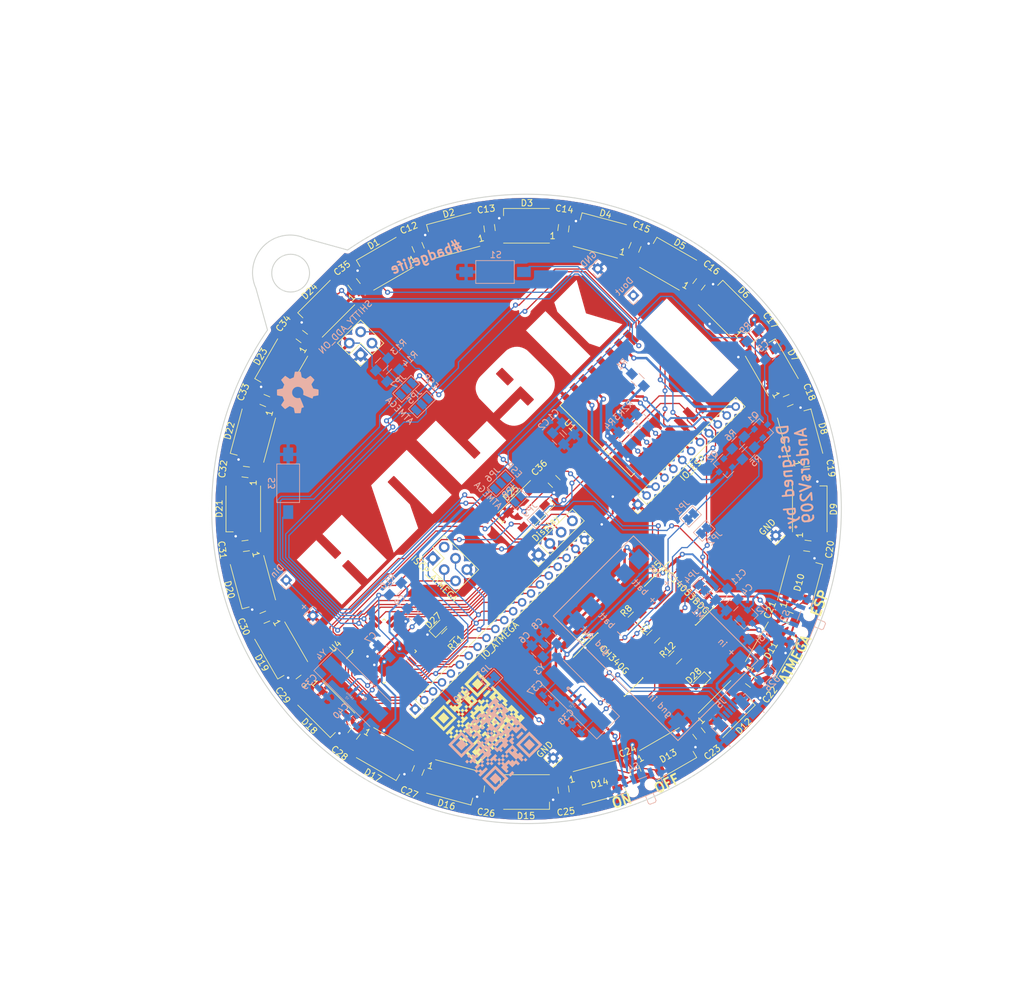
<source format=kicad_pcb>
(kicad_pcb (version 20171130) (host pcbnew "(5.0.0)")
  (layers (0 F.Cu signal) (31 B.Cu signal) (34 B.Paste user) (35 F.Paste user) (36 B.SilkS user) (37 F.SilkS user) (38 B.Mask user) (39 F.Mask user) (44 Edge.Cuts user))
  (net 0 "")
  (net 1 GND)
  (net 2 +BATT)
  (net 3 +5V)
  (net 4 +3V3)
  (net 5 ESP_RESET)
  (net 6 ATMEGA_AREF)
  (net 7 FTDI_ATMEGA_DTR)
  (net 8 ATMEGA_RESET)
  (net 9 "Net-(C37-Pad1)")
  (net 10 "Net-(C38-Pad1)")
  (net 11 "Net-(C39-Pad2)")
  (net 12 "Net-(C40-Pad2)")
  (net 13 "Net-(D25-Pad2)")
  (net 14 WS2812B_Dout)
  (net 15 "Net-(J5-Pad4)")
  (net 16 "Net-(J5-Pad3)")
  (net 17 "Net-(J5-Pad2)")
  (net 18 ATMEGA_11)
  (net 19 ATMEGA_13)
  (net 20 ATMEGA_12)
  (net 21 I2C_SCL)
  (net 22 I2C_SDA)
  (net 23 ESP_RX)
  (net 24 ESP_TX)
  (net 25 FTDI_ESP_DTR)
  (net 26 FTDI_ESP_RTS)
  (net 27 ATMEGA_RX)
  (net 28 ATMEGA_TX)
  (net 29 CH340_ESP_DTR)
  (net 30 CH340_RTS)
  (net 31 CH340_ATMEGA_DTR)
  (net 32 "Net-(JP4-Pad2)")
  (net 33 ESP_4_SDA)
  (net 34 ATMEGA_A4_SDA)
  (net 35 ATMEGA_6)
  (net 36 WS2812B_Din)
  (net 37 ATMEGA_A5_SCL)
  (net 38 ESP_5_SCL)
  (net 39 "Net-(M1-Pad4)")
  (net 40 "Net-(M1-Pad5)")
  (net 41 "Net-(M1-Pad6)")
  (net 42 ESP_0)
  (net 43 ESP_CHPD)
  (net 44 ESP_2)
  (net 45 ESP_15)
  (net 46 CH340_TX)
  (net 47 "Net-(R7-Pad2)")
  (net 48 "Net-(R8-Pad2)")
  (net 49 CH340_RX)
  (net 50 "Net-(S2-Pad2)")
  (net 51 "Net-(S4-Pad1)")
  (net 52 ESP_13)
  (net 53 ESP_12)
  (net 54 ESP_14)
  (net 55 ESP_16)
  (net 56 ESP_ADC)
  (net 57 "Net-(U3-Pad15)")
  (net 58 CH340_DTR)
  (net 59 "Net-(U3-Pad12)")
  (net 60 "Net-(U3-Pad11)")
  (net 61 "Net-(U3-Pad10)")
  (net 62 "Net-(U3-Pad9)")
  (net 63 "Net-(D1-Pad2)")
  (net 64 "Net-(D2-Pad2)")
  (net 65 "Net-(D3-Pad2)")
  (net 66 "Net-(D4-Pad2)")
  (net 67 "Net-(D5-Pad2)")
  (net 68 "Net-(D6-Pad2)")
  (net 69 "Net-(D7-Pad2)")
  (net 70 "Net-(D8-Pad2)")
  (net 71 "Net-(D10-Pad4)")
  (net 72 "Net-(D10-Pad2)")
  (net 73 "Net-(D11-Pad2)")
  (net 74 "Net-(D12-Pad2)")
  (net 75 "Net-(D13-Pad2)")
  (net 76 "Net-(D14-Pad2)")
  (net 77 "Net-(D15-Pad2)")
  (net 78 "Net-(D16-Pad2)")
  (net 79 "Net-(D17-Pad2)")
  (net 80 "Net-(D18-Pad2)")
  (net 81 "Net-(D19-Pad2)")
  (net 82 "Net-(D20-Pad2)")
  (net 83 "Net-(D21-Pad2)")
  (net 84 "Net-(D22-Pad2)")
  (net 85 "Net-(D23-Pad2)")
  (net 86 "Net-(D24-Pad2)")
  (net 87 ATMEGA_3)
  (net 88 ATMEGA_4)
  (net 89 ATMEGA_5)
  (net 90 ATMEGA_7)
  (net 91 ATMEGA_8)
  (net 92 ATMEGA_9)
  (net 93 ATMEGA_10)
  (net 94 ATMEGA_A6)
  (net 95 ATMEGA_A7)
  (net 96 ATMEGA_A0)
  (net 97 ATMEGA_A1)
  (net 98 ATMEGA_A2)
  (net 99 ATMEGA_A3)
  (net 100 ATMEGA_2)
  (net 101 "Net-(D27-Pad2)")
  (net 102 "Net-(D28-Pad2)")
  (net 103 VCC)
  (net 104 "Net-(J6-Pad2)")
  (net 105 "Net-(Q2-Pad1)")
  (net 106 "Net-(Q1-Pad1)")
  (module Capacitors_SMD:C_0805_HandSoldering (layer F.Cu) (at 179.09236 63.754735 52.5)
    (fp_text reference C16 (at 3.33888 -0.040859 142.5) (layer F.SilkS))
    (fp_text value 100nF)
    (pad 2 smd rect (at 1.25 0 52.5) (size 1.5 1.25) (layers F.Cu F.Paste F.Mask) (net 1 GND))
    (pad 1 smd rect (at -1.25 0 52.5) (size 1.5 1.25) (layers F.Cu F.Paste F.Mask) (net 2 +BATT))
  )
  (module Capacitors_SMD:C_0805_HandSoldering (layer F.Cu) (at 157.571774 54.840617 82.5)
    (fp_text reference C14 (at 3.035785 -0.261759 172.5) (layer F.SilkS))
    (fp_text value 100nF)
    (pad 2 smd rect (at 1.25 0 82.5) (size 1.5 1.25) (layers F.Cu F.Paste F.Mask) (net 1 GND))
    (pad 1 smd rect (at -1.25 0 82.5) (size 1.5 1.25) (layers F.Cu F.Paste F.Mask) (net 2 +BATT))
  )
  (module Capacitors_SMD:C_0805_HandSoldering (layer F.Cu) (at 107.083079 93.581957 172.5)
    (fp_text reference C32 (at 3.639087 -0.013109 262.5) (layer F.SilkS))
    (fp_text value 100nF)
    (pad 2 smd rect (at 1.25 0 172.5) (size 1.5 1.25) (layers F.Cu F.Paste F.Mask) (net 1 GND))
    (pad 1 smd rect (at -1.25 0 172.5) (size 1.5 1.25) (layers F.Cu F.Paste F.Mask) (net 2 +BATT))
  )
  (module Capacitors_SMD:C_0805_HandSoldering (layer F.Cu) (at 145.824417 54.840617 97.5)
    (fp_text reference C13 (at 3.067361 -0.140611 187.5) (layer F.SilkS))
    (fp_text value 100nF)
    (pad 2 smd rect (at 1.25 0 97.5) (size 1.5 1.25) (layers F.Cu F.Paste F.Mask) (net 1 GND))
    (pad 1 smd rect (at -1.25 0 97.5) (size 1.5 1.25) (layers F.Cu F.Paste F.Mask) (net 2 +BATT))
  )
  (module Capacitors_SMD:C_0805_HandSoldering (layer F.Cu) (at 124.303832 63.754736 127.5)
    (fp_text reference C35 (at 3.187553 0.04061 217.5) (layer F.SilkS))
    (fp_text value 100nF)
    (pad 2 smd rect (at 1.25 0 127.5) (size 1.5 1.25) (layers F.Cu F.Paste F.Mask) (net 1 GND))
    (pad 1 smd rect (at -1.25 0 127.5) (size 1.5 1.25) (layers F.Cu F.Paste F.Mask) (net 2 +BATT))
  )
  (module Capacitors_SMD:C_0805_HandSoldering (layer F.Cu) (at 145.824419 144.070653 262.5)
    (fp_text reference C26 (at 3.686138 0.073413 352.5) (layer F.SilkS))
    (fp_text value 100nF)
    (pad 2 smd rect (at 1.25 0 262.5) (size 1.5 1.25) (layers F.Cu F.Paste F.Mask) (net 1 GND))
    (pad 1 smd rect (at -1.25 0 262.5) (size 1.5 1.25) (layers F.Cu F.Paste F.Mask) (net 2 +BATT))
  )
  (module Capacitors_SMD:C_0805_HandSoldering (layer F.Cu) (at 179.092361 135.156534 307.5)
    (fp_text reference C23 (at 3.677026 0.157723 37.5) (layer F.SilkS))
    (fp_text value 100nF)
    (pad 2 smd rect (at 1.25 0 307.5) (size 1.5 1.25) (layers F.Cu F.Paste F.Mask) (net 1 GND))
    (pad 1 smd rect (at -1.25 0 307.5) (size 1.5 1.25) (layers F.Cu F.Paste F.Mask) (net 2 +BATT))
  )
  (module Capacitors_SMD:C_0805_HandSoldering (layer F.Cu) (at 134.477342 57.881057 112.5)
    (fp_text reference C12 (at 3.402806 -0.187201 202.5) (layer F.SilkS))
    (fp_text value 100nF)
    (pad 2 smd rect (at 1.25 0 112.5) (size 1.5 1.25) (layers F.Cu F.Paste F.Mask) (net 1 GND))
    (pad 1 smd rect (at -1.25 0 112.5) (size 1.5 1.25) (layers F.Cu F.Paste F.Mask) (net 2 +BATT))
  )
  (module Capacitors_SMD:C_0805_HandSoldering (layer F.Cu) (at 115.997197 72.061371 142.5)
    (fp_text reference C34 (at 3.5951 -0.148335 232.5) (layer F.SilkS))
    (fp_text value 100nF)
    (pad 2 smd rect (at 1.25 0 142.5) (size 1.5 1.25) (layers F.Cu F.Paste F.Mask) (net 1 GND))
    (pad 1 smd rect (at -1.25 0 142.5) (size 1.5 1.25) (layers F.Cu F.Paste F.Mask) (net 2 +BATT))
  )
  (module Capacitors_SMD:C_0805_HandSoldering (layer F.Cu) (at 110.123518 82.234882 157.5)
    (fp_text reference C33 (at 3.679154 -0.087992 247.5) (layer F.SilkS))
    (fp_text value 100nF)
    (pad 2 smd rect (at 1.25 0 157.5) (size 1.5 1.25) (layers F.Cu F.Paste F.Mask) (net 1 GND))
    (pad 1 smd rect (at -1.25 0 157.5) (size 1.5 1.25) (layers F.Cu F.Paste F.Mask) (net 2 +BATT))
  )
  (module Capacitors_SMD:C_0805_HandSoldering (layer F.Cu) (at 134.477343 141.030214 247.5)
    (fp_text reference C27 (at 3.730103 -0.001944 337.5) (layer F.SilkS))
    (fp_text value 100nF)
    (pad 2 smd rect (at 1.25 0 247.5) (size 1.5 1.25) (layers F.Cu F.Paste F.Mask) (net 1 GND))
    (pad 1 smd rect (at -1.25 0 247.5) (size 1.5 1.25) (layers F.Cu F.Paste F.Mask) (net 2 +BATT))
  )
  (module Capacitors_SMD:C_0805_HandSoldering (layer F.Cu) (at 115.997197 126.849899 217.5)
    (fp_text reference C29 (at 3.738596 0.0891 307.5) (layer F.SilkS))
    (fp_text value 100nF)
    (pad 2 smd rect (at 1.25 0 217.5) (size 1.5 1.25) (layers F.Cu F.Paste F.Mask) (net 1 GND))
    (pad 1 smd rect (at -1.25 0 217.5) (size 1.5 1.25) (layers F.Cu F.Paste F.Mask) (net 2 +BATT))
  )
  (module Capacitors_SMD:C_0805_HandSoldering (layer F.Cu) (at 168.918851 141.030213 292.5)
    (fp_text reference C24 (at -3.235105 -0.08955 22.5) (layer F.SilkS))
    (fp_text value 100nF)
    (pad 2 smd rect (at 1.25 0 292.5) (size 1.5 1.25) (layers F.Cu F.Paste F.Mask) (net 1 GND))
    (pad 1 smd rect (at -1.25 0 292.5) (size 1.5 1.25) (layers F.Cu F.Paste F.Mask) (net 2 +BATT))
  )
  (module Capacitors_SMD:C_0805_HandSoldering (layer F.Cu) (at 124.303833 135.156535 232.5)
    (fp_text reference C28 (at 3.874788 -0.050996 322.5) (layer F.SilkS))
    (fp_text value 100nF)
    (pad 2 smd rect (at 1.25 0 232.5) (size 1.5 1.25) (layers F.Cu F.Paste F.Mask) (net 1 GND))
    (pad 1 smd rect (at -1.25 0 232.5) (size 1.5 1.25) (layers F.Cu F.Paste F.Mask) (net 2 +BATT))
  )
  (module Capacitors_SMD:C_0805_HandSoldering (layer F.Cu) (at 168.91885 57.881056 67.5)
    (fp_text reference C15 (at 3.4103 -0.275122 157.5) (layer F.SilkS))
    (fp_text value 100nF)
    (pad 2 smd rect (at 1.25 0 67.5) (size 1.5 1.25) (layers F.Cu F.Paste F.Mask) (net 1 GND))
    (pad 1 smd rect (at -1.25 0 67.5) (size 1.5 1.25) (layers F.Cu F.Paste F.Mask) (net 2 +BATT))
  )
  (module Capacitors_SMD:C_0805_HandSoldering (layer F.Cu) (at 110.123519 116.676389 202.5)
    (fp_text reference C30 (at 3.669531 -0.092028 292.5) (layer F.SilkS))
    (fp_text value 100nF)
    (pad 2 smd rect (at 1.25 0 202.5) (size 1.5 1.25) (layers F.Cu F.Paste F.Mask) (net 1 GND))
    (pad 1 smd rect (at -1.25 0 202.5) (size 1.5 1.25) (layers F.Cu F.Paste F.Mask) (net 2 +BATT))
  )
  (module Capacitors_SMD:C_0805_HandSoldering (layer F.Cu) (at 157.571776 144.070653 277.5)
    (fp_text reference C25 (at 3.537796 0.078229 7.5) (layer F.SilkS))
    (fp_text value 100nF)
    (pad 2 smd rect (at 1.25 0 277.5) (size 1.5 1.25) (layers F.Cu F.Paste F.Mask) (net 1 GND))
    (pad 1 smd rect (at -1.25 0 277.5) (size 1.5 1.25) (layers F.Cu F.Paste F.Mask) (net 2 +BATT))
  )
  (module Capacitors_SMD:C_0805_HandSoldering (layer F.Cu) (at 107.083079 105.329314 187.5)
    (fp_text reference C31 (at 3.767319 -0.148309 277.5) (layer F.SilkS))
    (fp_text value 100nF)
    (pad 2 smd rect (at 1.25 0 187.5) (size 1.5 1.25) (layers F.Cu F.Paste F.Mask) (net 1 GND))
    (pad 1 smd rect (at -1.25 0 187.5) (size 1.5 1.25) (layers F.Cu F.Paste F.Mask) (net 2 +BATT))
  )
  (module LED_SMD:LED_WS2812B_PLCC4_5.0x5.0mm_P3.2mm (layer F.Cu) (at 106.698097 99.455635 270)
    (fp_text reference D21 (at -0.028284 3.818652 270) (layer F.SilkS))
    (fp_text value WS2812B)
    (fp_text user 1 (at -4.15 -1.6 270) (layer F.SilkS))
    (pad 1 smd rect (at -2.45 -1.6 270) (size 1.5 1) (layers F.Cu F.Paste F.Mask) (net 2 +BATT))
    (pad 2 smd rect (at -2.45 1.6 270) (size 1.5 1) (layers F.Cu F.Paste F.Mask) (net 83 "Net-(D21-Pad2)"))
    (pad 4 smd rect (at 2.45 -1.6 270) (size 1.5 1) (layers F.Cu F.Paste F.Mask) (net 82 "Net-(D20-Pad2)"))
    (pad 3 smd rect (at 2.45 1.6 270) (size 1.5 1) (layers F.Cu F.Paste F.Mask) (net 1 GND))
  )
  (module LED_SMD:LED_WS2812B_PLCC4_5.0x5.0mm_P3.2mm (layer F.Cu) (at 151.698097 54.455635 180)
    (fp_text reference D3 (at -0.056569 3.620662 180) (layer F.SilkS))
    (fp_text value WS2812B)
    (fp_text user 1 (at -4.15 -1.6 180) (layer F.SilkS))
    (pad 1 smd rect (at -2.45 -1.6 180) (size 1.5 1) (layers F.Cu F.Paste F.Mask) (net 2 +BATT))
    (pad 2 smd rect (at -2.45 1.6 180) (size 1.5 1) (layers F.Cu F.Paste F.Mask) (net 65 "Net-(D3-Pad2)"))
    (pad 4 smd rect (at 2.45 -1.6 180) (size 1.5 1) (layers F.Cu F.Paste F.Mask) (net 64 "Net-(D2-Pad2)"))
    (pad 3 smd rect (at 2.45 1.6 180) (size 1.5 1) (layers F.Cu F.Paste F.Mask) (net 1 GND))
  )
  (module LED_SMD:LED_WS2812B_PLCC4_5.0x5.0mm_P3.2mm (layer F.Cu) (at 151.698097 99.455635 45)
    (fp_text reference D25 (at 0 -3.5 45) (layer F.SilkS))
    (fp_text value WS2812B)
    (fp_text user 1 (at -4.15 -1.6 45) (layer F.SilkS))
    (pad 1 smd rect (at -2.45 -1.6 45) (size 1.5 1) (layers F.Cu F.Paste F.Mask) (net 2 +BATT))
    (pad 2 smd rect (at -2.45 1.6 45) (size 1.5 1) (layers F.Cu F.Paste F.Mask) (net 13 "Net-(D25-Pad2)"))
    (pad 4 smd rect (at 2.45 -1.6 45) (size 1.5 1) (layers F.Cu F.Paste F.Mask) (net 86 "Net-(D24-Pad2)"))
    (pad 3 smd rect (at 2.45 1.6 45) (size 1.5 1) (layers F.Cu F.Paste F.Mask) (net 1 GND))
  )
  (module LED_SMD:LED_WS2812B_PLCC4_5.0x5.0mm_P3.2mm (layer F.Cu) (at 119.878291 67.63583 225)
    (fp_text reference D24 (at -0.06 3.81 225) (layer F.SilkS))
    (fp_text value WS2812B)
    (fp_text user 1 (at -4.15 -1.6 225) (layer F.SilkS))
    (pad 1 smd rect (at -2.45 -1.6 225) (size 1.5 1) (layers F.Cu F.Paste F.Mask) (net 2 +BATT))
    (pad 2 smd rect (at -2.45 1.6 225) (size 1.5 1) (layers F.Cu F.Paste F.Mask) (net 86 "Net-(D24-Pad2)"))
    (pad 4 smd rect (at 2.45 -1.6 225) (size 1.5 1) (layers F.Cu F.Paste F.Mask) (net 85 "Net-(D23-Pad2)"))
    (pad 3 smd rect (at 2.45 1.6 225) (size 1.5 1) (layers F.Cu F.Paste F.Mask) (net 1 GND))
  )
  (module Capacitors_SMD:C_0805_HandSoldering (layer F.Cu) (at 193.272675 116.676388 337.5)
    (fp_text reference C21 (at -3.135992 0.033189 67.5) (layer F.SilkS))
    (fp_text value 100nF)
    (pad 2 smd rect (at 1.25 0 337.5) (size 1.5 1.25) (layers F.Cu F.Paste F.Mask) (net 1 GND))
    (pad 1 smd rect (at -1.25 0 337.5) (size 1.5 1.25) (layers F.Cu F.Paste F.Mask) (net 2 +BATT))
  )
  (module LED_SMD:LED_WS2812B_PLCC4_5.0x5.0mm_P3.2mm (layer F.Cu) (at 140.05124 55.988973 195)
    (fp_text reference D2 (at -0.228962 3.583426 195) (layer F.SilkS))
    (fp_text value WS2812B)
    (fp_text user 1 (at -4.15 -1.600001 195) (layer F.SilkS))
    (pad 1 smd rect (at -2.45 -1.6 195) (size 1.5 1) (layers F.Cu F.Paste F.Mask) (net 2 +BATT))
    (pad 2 smd rect (at -2.45 1.6 195) (size 1.5 1) (layers F.Cu F.Paste F.Mask) (net 64 "Net-(D2-Pad2)"))
    (pad 4 smd rect (at 2.45 -1.6 195) (size 1.5 1) (layers F.Cu F.Paste F.Mask) (net 63 "Net-(D1-Pad2)"))
    (pad 3 smd rect (at 2.45 1.6 195) (size 1.5 1) (layers F.Cu F.Paste F.Mask) (net 1 GND))
  )
  (module LED_SMD:LED_WS2812B_PLCC4_5.0x5.0mm_P3.2mm (layer F.Cu) (at 129.198097 60.484492 210)
    (fp_text reference D1 (at -0.009452 3.60875 210) (layer F.SilkS))
    (fp_text value WS2812B)
    (fp_text user 1 (at -4.149999 -1.6 210) (layer F.SilkS))
    (pad 1 smd rect (at -2.45 -1.6 210) (size 1.5 1) (layers F.Cu F.Paste F.Mask) (net 2 +BATT))
    (pad 2 smd rect (at -2.45 1.6 210) (size 1.5 1) (layers F.Cu F.Paste F.Mask) (net 63 "Net-(D1-Pad2)"))
    (pad 4 smd rect (at 2.45 -1.6 210) (size 1.5 1) (layers F.Cu F.Paste F.Mask) (net 36 WS2812B_Din))
    (pad 3 smd rect (at 2.45 1.6 210) (size 1.5 1) (layers F.Cu F.Paste F.Mask) (net 1 GND))
  )
  (module LED_SMD:LED_WS2812B_PLCC4_5.0x5.0mm_P3.2mm (layer F.Cu) (at 163.344953 55.988973 165)
    (fp_text reference D4 (at 0.008436 3.525388 165) (layer F.SilkS))
    (fp_text value WS2812B)
    (fp_text user 1 (at -4.149999 -1.6 165) (layer F.SilkS))
    (pad 1 smd rect (at -2.45 -1.6 165) (size 1.5 1) (layers F.Cu F.Paste F.Mask) (net 2 +BATT))
    (pad 2 smd rect (at -2.45 1.6 165) (size 1.5 1) (layers F.Cu F.Paste F.Mask) (net 66 "Net-(D4-Pad2)"))
    (pad 4 smd rect (at 2.45 -1.6 165) (size 1.5 1) (layers F.Cu F.Paste F.Mask) (net 65 "Net-(D3-Pad2)"))
    (pad 3 smd rect (at 2.45 1.6 165) (size 1.5 1) (layers F.Cu F.Paste F.Mask) (net 1 GND))
  )
  (module Capacitors_SMD:C_0805_HandSoldering (layer F.Cu) (at 196.313114 105.329313 352.5)
    (fp_text reference C20 (at 3.603857 0.09851 82.5) (layer F.SilkS))
    (fp_text value 100nF)
    (pad 2 smd rect (at 1.25 0 352.5) (size 1.5 1.25) (layers F.Cu F.Paste F.Mask) (net 1 GND))
    (pad 1 smd rect (at -1.25 0 352.5) (size 1.5 1.25) (layers F.Cu F.Paste F.Mask) (net 2 +BATT))
  )
  (module LED_SMD:LED_WS2812B_PLCC4_5.0x5.0mm_P3.2mm (layer F.Cu) (at 112.726954 121.955635 300)
    (fp_text reference D19 (at 0.158731 3.65686 300) (layer F.SilkS))
    (fp_text value WS2812B)
    (fp_text user 1 (at -4.149999 -1.6 300) (layer F.SilkS))
    (pad 1 smd rect (at -2.45 -1.6 300) (size 1.5 1) (layers F.Cu F.Paste F.Mask) (net 2 +BATT))
    (pad 2 smd rect (at -2.45 1.6 300) (size 1.5 1) (layers F.Cu F.Paste F.Mask) (net 81 "Net-(D19-Pad2)"))
    (pad 4 smd rect (at 2.45 -1.6 300) (size 1.5 1) (layers F.Cu F.Paste F.Mask) (net 80 "Net-(D18-Pad2)"))
    (pad 3 smd rect (at 2.45 1.6 300) (size 1.5 1) (layers F.Cu F.Paste F.Mask) (net 1 GND))
  )
  (module LED_SMD:LED_WS2812B_PLCC4_5.0x5.0mm_P3.2mm (layer F.Cu) (at 108.231434 87.808778 255)
    (fp_text reference D22 (at 0.215565 3.806631 255) (layer F.SilkS))
    (fp_text value WS2812B)
    (fp_text user 1 (at -4.149999 -1.6 255) (layer F.SilkS))
    (pad 1 smd rect (at -2.45 -1.6 255) (size 1.5 1) (layers F.Cu F.Paste F.Mask) (net 2 +BATT))
    (pad 2 smd rect (at -2.45 1.6 255) (size 1.5 1) (layers F.Cu F.Paste F.Mask) (net 84 "Net-(D22-Pad2)"))
    (pad 4 smd rect (at 2.45 -1.6 255) (size 1.5 1) (layers F.Cu F.Paste F.Mask) (net 83 "Net-(D21-Pad2)"))
    (pad 3 smd rect (at 2.45 1.6 255) (size 1.5 1) (layers F.Cu F.Paste F.Mask) (net 1 GND))
  )
  (module Capacitors_SMD:C_0805_HandSoldering (layer F.Cu) (at 196.313114 93.581956 7.5)
    (fp_text reference C19 (at 3.769715 -0.112333 -262.5) (layer F.SilkS))
    (fp_text value 100nF)
    (pad 2 smd rect (at 1.25 0 7.5) (size 1.5 1.25) (layers F.Cu F.Paste F.Mask) (net 1 GND))
    (pad 1 smd rect (at -1.25 0 7.5) (size 1.5 1.25) (layers F.Cu F.Paste F.Mask) (net 2 +BATT))
  )
  (module Capacitors_SMD:C_0805_HandSoldering (layer F.Cu) (at 187.398997 126.849898 322.5)
    (fp_text reference C22 (at 3.666584 -0.078406 52.5) (layer F.SilkS))
    (fp_text value 100nF)
    (pad 2 smd rect (at 1.25 0 322.5) (size 1.5 1.25) (layers F.Cu F.Paste F.Mask) (net 1 GND))
    (pad 1 smd rect (at -1.25 0 322.5) (size 1.5 1.25) (layers F.Cu F.Paste F.Mask) (net 2 +BATT))
  )
  (module Capacitors_SMD:C_0805_HandSoldering (layer F.Cu) (at 193.272674 82.234881 22.5)
    (fp_text reference C18 (at 3.62465 0.034802 -247.5) (layer F.SilkS))
    (fp_text value 100nF)
    (pad 2 smd rect (at 1.25 0 22.5) (size 1.5 1.25) (layers F.Cu F.Paste F.Mask) (net 1 GND))
    (pad 1 smd rect (at -1.25 0 22.5) (size 1.5 1.25) (layers F.Cu F.Paste F.Mask) (net 2 +BATT))
  )
  (module LED_SMD:LED_WS2812B_PLCC4_5.0x5.0mm_P3.2mm (layer F.Cu) (at 174.198096 60.484492 150)
    (fp_text reference D5 (at -0.065927 3.61961 150) (layer F.SilkS))
    (fp_text value WS2812B)
    (fp_text user 1 (at -4.15 -1.600001 150) (layer F.SilkS))
    (pad 1 smd rect (at -2.45 -1.6 150) (size 1.5 1) (layers F.Cu F.Paste F.Mask) (net 2 +BATT))
    (pad 2 smd rect (at -2.45 1.6 150) (size 1.5 1) (layers F.Cu F.Paste F.Mask) (net 67 "Net-(D5-Pad2)"))
    (pad 4 smd rect (at 2.45 -1.6 150) (size 1.5 1) (layers F.Cu F.Paste F.Mask) (net 66 "Net-(D4-Pad2)"))
    (pad 3 smd rect (at 2.45 1.6 150) (size 1.5 1) (layers F.Cu F.Paste F.Mask) (net 1 GND))
  )
  (module LED_SMD:LED_WS2812B_PLCC4_5.0x5.0mm_P3.2mm (layer F.Cu) (at 108.231434 111.102492 285)
    (fp_text reference D20 (at 0.189243 3.907779 285) (layer F.SilkS))
    (fp_text value WS2812B)
    (fp_text user 1 (at -4.15 -1.600001 285) (layer F.SilkS))
    (pad 1 smd rect (at -2.45 -1.6 285) (size 1.5 1) (layers F.Cu F.Paste F.Mask) (net 2 +BATT))
    (pad 2 smd rect (at -2.45 1.6 285) (size 1.5 1) (layers F.Cu F.Paste F.Mask) (net 82 "Net-(D20-Pad2)"))
    (pad 4 smd rect (at 2.45 -1.6 285) (size 1.5 1) (layers F.Cu F.Paste F.Mask) (net 81 "Net-(D19-Pad2)"))
    (pad 3 smd rect (at 2.45 1.6 285) (size 1.5 1) (layers F.Cu F.Paste F.Mask) (net 1 GND))
  )
  (module LED_SMD:LED_WS2812B_PLCC4_5.0x5.0mm_P3.2mm (layer F.Cu) (at 183.517902 67.63583 135)
    (fp_text reference D6 (at -0.08 3.74 315) (layer F.SilkS))
    (fp_text value WS2812B)
    (fp_text user 1 (at -4.15 -1.6 135) (layer F.SilkS))
    (pad 1 smd rect (at -2.45 -1.6 135) (size 1.5 1) (layers F.Cu F.Paste F.Mask) (net 2 +BATT))
    (pad 2 smd rect (at -2.45 1.6 135) (size 1.5 1) (layers F.Cu F.Paste F.Mask) (net 68 "Net-(D6-Pad2)"))
    (pad 4 smd rect (at 2.45 -1.6 135) (size 1.5 1) (layers F.Cu F.Paste F.Mask) (net 67 "Net-(D5-Pad2)"))
    (pad 3 smd rect (at 2.45 1.6 135) (size 1.5 1) (layers F.Cu F.Paste F.Mask) (net 1 GND))
  )
  (module LED_SMD:LED_WS2812B_PLCC4_5.0x5.0mm_P3.2mm (layer F.Cu) (at 112.726954 76.955635 240)
    (fp_text reference D23 (at 0.180037 3.706221 240) (layer F.SilkS))
    (fp_text value WS2812B)
    (fp_text user 1 (at -4.15 -1.600001 240) (layer F.SilkS))
    (pad 1 smd rect (at -2.45 -1.6 240) (size 1.5 1) (layers F.Cu F.Paste F.Mask) (net 2 +BATT))
    (pad 2 smd rect (at -2.45 1.6 240) (size 1.5 1) (layers F.Cu F.Paste F.Mask) (net 85 "Net-(D23-Pad2)"))
    (pad 4 smd rect (at 2.45 -1.6 240) (size 1.5 1) (layers F.Cu F.Paste F.Mask) (net 84 "Net-(D22-Pad2)"))
    (pad 3 smd rect (at 2.45 1.6 240) (size 1.5 1) (layers F.Cu F.Paste F.Mask) (net 1 GND))
  )
  (module Symbol:OSHW-Symbol_6.7x6mm_SilkScreen (layer B.Cu) (at 115.140676 80.717305 225)
    (fp_text reference REF** hide)
    (fp_text value OSHW-Symbol_6.7x6mm_SilkScreen hide)
  )
  (module Jumper:SolderJumper-2_P1.3mm_Open_Pad1.0x1.5mm (layer B.Cu) (at 153.480006 100.869849 225)
    (fp_text reference JP9 (at 0 1.8 225) (layer B.SilkS) (effects (justify mirror)))
    (fp_text value RX-TX)
    (pad 1 smd rect (at -0.649999 0 225) (size 1 1.5) (layers B.Cu B.Mask) (net 24 ESP_TX))
    (pad 2 smd rect (at 0.649999 0 225) (size 1 1.5) (layers B.Cu B.Mask) (net 27 ATMEGA_RX))
  )
  (module hal9k:HQR2000 (layer F.Cu) (at 143.919922 132.689654 45)
    (fp_text reference "" hide)
    (fp_text value "" hide)
  )
  (module TO_SOT_Packages_SMD:SOT-23 (layer B.Cu) (at 189.280822 86.748926 45)
    (fp_text reference Q1 (at 0.19 -2.43 45) (layer B.SilkS) (effects (justify mirror)))
    (fp_text value S8050)
    (pad 1 smd rect (at -1 0.95 45) (size 0.9 0.8) (layers B.Cu B.Paste B.Mask) (net 106 "Net-(Q1-Pad1)"))
    (pad 2 smd rect (at -1 -0.95 45) (size 0.9 0.8) (layers B.Cu B.Paste B.Mask) (net 26 FTDI_ESP_RTS))
    (pad 3 smd rect (at 1 0 45) (size 0.9 0.8) (layers B.Cu B.Paste B.Mask) (net 5 ESP_RESET))
  )
  (module Jumper:SolderJumper-2_P1.3mm_Open_Pad1.0x1.5mm (layer B.Cu) (at 150.248528 97.83636 225)
    (fp_text reference JP8 (at 0 1.8 225) (layer B.SilkS) (effects (justify mirror)))
    (fp_text value TX-RX)
    (pad 2 smd rect (at 0.649999 0 225) (size 1 1.5) (layers B.Cu B.Mask) (net 28 ATMEGA_TX))
    (pad 1 smd rect (at -0.649999 0 225) (size 1 1.5) (layers B.Cu B.Mask) (net 23 ESP_RX))
  )
  (module Button_Switch_SMD:SW_SPDT_PCM12 (layer B.Cu) (at 169.870741 143.508387 201.5)
    (fp_text reference S4 (at 0 3.2 201.5) (layer B.SilkS) (effects (justify mirror)))
    (fp_text value POWER)
    (pad "" smd rect (at -3.65 0.78 201.5) (size 1 0.8) (layers B.Cu B.Paste B.Mask) (net 1 GND))
    (pad "" smd rect (at 3.65 0.78 201.5) (size 1 0.8) (layers B.Cu B.Paste B.Mask) (net 1 GND))
    (pad "" smd rect (at 3.65 -1.430001 201.5) (size 1 0.8) (layers B.Cu B.Paste B.Mask) (net 1 GND))
    (pad "" smd rect (at -3.65 -1.43 201.5) (size 1 0.8) (layers B.Cu B.Paste B.Mask) (net 1 GND))
    (pad 3 smd rect (at 2.25 1.43 201.5) (size 0.7 1.5) (layers B.Cu B.Paste B.Mask) (net 41 "Net-(M1-Pad6)"))
    (pad 2 smd rect (at 0.75 1.43 201.5) (size 0.7 1.5) (layers B.Cu B.Paste B.Mask) (net 2 +BATT))
    (pad 1 smd rect (at -2.249999 1.43 201.5) (size 0.7 1.5) (layers B.Cu B.Paste B.Mask) (net 51 "Net-(S4-Pad1)"))
    (pad "" np_thru_hole circle (at 1.5 -0.33 201.5) (size 0.9 0.9) (drill 0.9) (layers *.Cu *.Mask))
    (pad "" np_thru_hole circle (at -1.5 -0.33 201.5) (size 0.9 0.9) (drill 0.9) (layers *.Cu *.Mask))
  )
  (module Crystal:Crystal_SMD_HC49-SD (layer B.Cu) (at 124.460343 128.079317 315)
    (fp_text reference Y4 (at -7.57 -0.06 45) (layer B.SilkS) (effects (justify mirror)))
    (fp_text value 16MHz)
    (pad 2 smd rect (at 4.25 0 315) (size 4.5 2) (layers B.Cu B.Paste B.Mask) (net 12 "Net-(C40-Pad2)"))
    (pad 1 smd rect (at -4.25 0 315) (size 4.5 2) (layers B.Cu B.Paste B.Mask) (net 11 "Net-(C39-Pad2)"))
  )
  (module Connector_PinHeader_2.00mm:PinHeader_1x01_P2.00mm_Vertical (layer F.Cu) (at 191.296076 103.698276 45)
    (fp_text reference J14)
    (fp_text value GND (at 0 -1.9 45) (layer F.SilkS))
    (pad 1 thru_hole rect (at 0 0 45) (size 1.35 1.35) (drill 0.8) (layers *.Cu *.Mask) (net 1 GND))
  )
  (module Button_Switch_SMD:SW_SPDT_PCM12 (layer B.Cu) (at 195.750849 117.628279 248.5)
    (fp_text reference S2 (at 0 3.2 248.5) (layer B.SilkS) (effects (justify mirror)))
    (fp_text value SELECT)
    (pad "" np_thru_hole circle (at -1.5 -0.33 248.5) (size 0.9 0.9) (drill 0.9) (layers *.Cu *.Mask))
    (pad "" np_thru_hole circle (at 1.5 -0.33 248.5) (size 0.9 0.9) (drill 0.9) (layers *.Cu *.Mask))
    (pad 1 smd rect (at -2.25 1.43 248.5) (size 0.7 1.5) (layers B.Cu B.Paste B.Mask) (net 4 +3V3))
    (pad 2 smd rect (at 0.75 1.43 248.5) (size 0.7 1.5) (layers B.Cu B.Paste B.Mask) (net 50 "Net-(S2-Pad2)"))
    (pad 3 smd rect (at 2.249999 1.43 248.5) (size 0.7 1.5) (layers B.Cu B.Paste B.Mask) (net 1 GND))
    (pad "" smd rect (at -3.65 -1.430001 248.5) (size 1 0.8) (layers B.Cu B.Paste B.Mask) (net 1 GND))
    (pad "" smd rect (at 3.65 -1.43 248.5) (size 1 0.8) (layers B.Cu B.Paste B.Mask) (net 1 GND))
    (pad "" smd rect (at 3.65 0.78 248.5) (size 1 0.8) (layers B.Cu B.Paste B.Mask) (net 1 GND))
    (pad "" smd rect (at -3.65 0.78 248.5) (size 1 0.8) (layers B.Cu B.Paste B.Mask) (net 1 GND))
  )
  (module TO_SOT_Packages_SMD:SOT-23 (layer B.Cu) (at 183.008785 92.8654 225)
    (fp_text reference Q2 (at 0 2.5 225) (layer B.SilkS) (effects (justify mirror)))
    (fp_text value S8050)
    (pad 3 smd rect (at 1 0 225) (size 0.9 0.8) (layers B.Cu B.Paste B.Mask) (net 42 ESP_0))
    (pad 2 smd rect (at -1 -0.95 225) (size 0.9 0.8) (layers B.Cu B.Paste B.Mask) (net 25 FTDI_ESP_DTR))
    (pad 1 smd rect (at -1 0.95 225) (size 0.9 0.8) (layers B.Cu B.Paste B.Mask) (net 105 "Net-(Q2-Pad1)"))
  )
  (module hal9k:hal9k_60mm_negative_f_mask (layer F.Cu) (at 141.091495 88.849033 45)
    (fp_text reference "" hide)
    (fp_text value "" hide)
  )
  (module Button_Switch_SMD:SW_SPST_FSMSM (layer B.Cu) (at 146.691781 61.795128)
    (fp_text reference S1 (at 0.120208 -2.722361) (layer B.SilkS) (effects (justify mirror)))
    (fp_text value "Reset Esp")
    (pad 2 smd rect (at 4.59 0) (size 2.18 1.6) (layers B.Cu B.Paste B.Mask) (net 5 ESP_RESET))
    (pad 1 smd rect (at -4.59 0) (size 2.18 1.6) (layers B.Cu B.Paste B.Mask) (net 1 GND))
  )
  (module Crystal:Crystal_SMD_HC49-SD (layer B.Cu) (at 159.921748 129.48646 135)
    (fp_text reference Y3 (at 7.53 -1.14 225) (layer B.SilkS) (effects (justify mirror)))
    (fp_text value 12MHz)
    (pad 1 smd rect (at -4.25 0 135) (size 4.5 2) (layers B.Cu B.Paste B.Mask) (net 10 "Net-(C38-Pad1)"))
    (pad 2 smd rect (at 4.25 0 135) (size 4.5 2) (layers B.Cu B.Paste B.Mask) (net 9 "Net-(C37-Pad1)"))
  )
  (module Connector_PinHeader_2.00mm:PinHeader_1x01_P2.00mm_Vertical (layer F.Cu) (at 155.940737 139.053615 45)
    (fp_text reference J13)
    (fp_text value GND (at 0 -1.9 45) (layer F.SilkS))
    (pad 1 thru_hole rect (at 0 0 45) (size 1.35 1.35) (drill 0.8) (layers *.Cu *.Mask) (net 1 GND))
  )
  (module Connector_PinHeader_2.00mm:PinHeader_1x01_P2.00mm_Vertical (layer B.Cu) (at 168.668659 65.514509 45)
    (fp_text reference J4)
    (fp_text value Dout (at 0 -2.06 45) (layer B.SilkS) (effects (justify mirror)))
    (pad 1 thru_hole rect (at 0 0 45) (size 1.35 1.35) (drill 0.8) (layers *.Cu *.Mask) (net 14 WS2812B_Dout))
  )
  (module Connector_PinHeader_2.00mm:PinHeader_1x12_P2.00mm_Vertical (layer F.Cu) (at 169.375766 98.748528 135)
    (fp_text reference J16)
    (fp_text value IO_ESP (at -2.1 10.3 225) (layer F.SilkS))
    (pad 12 thru_hole oval (at 0 22 135) (size 1.35 1.35) (drill 0.8) (layers *.Cu *.Mask) (net 56 ESP_ADC))
    (pad 11 thru_hole oval (at 0 20.000001 135) (size 1.35 1.35) (drill 0.8) (layers *.Cu *.Mask) (net 55 ESP_16))
    (pad 10 thru_hole oval (at 0 18 135) (size 1.35 1.35) (drill 0.8) (layers *.Cu *.Mask) (net 54 ESP_14))
    (pad 9 thru_hole oval (at 0 15.999999 135) (size 1.35 1.35) (drill 0.8) (layers *.Cu *.Mask) (net 1 GND))
    (pad 8 thru_hole oval (at 0 14 135) (size 1.35 1.35) (drill 0.8) (layers *.Cu *.Mask) (net 38 ESP_5_SCL))
    (pad 7 thru_hole oval (at 0 11.999999 135) (size 1.35 1.35) (drill 0.8) (layers *.Cu *.Mask) (net 33 ESP_4_SDA))
    (pad 6 thru_hole oval (at 0 10 135) (size 1.35 1.35) (drill 0.8) (layers *.Cu *.Mask) (net 42 ESP_0))
    (pad 5 thru_hole oval (at 0 8 135) (size 1.35 1.35) (drill 0.8) (layers *.Cu *.Mask) (net 44 ESP_2))
    (pad 4 thru_hole oval (at 0 6 135) (size 1.35 1.35) (drill 0.8) (layers *.Cu *.Mask) (net 45 ESP_15))
    (pad 3 thru_hole oval (at 0 4 135) (size 1.35 1.35) (drill 0.8) (layers *.Cu *.Mask) (net 53 ESP_12))
    (pad 2 thru_hole oval (at 0 2.000001 135) (size 1.35 1.35) (drill 0.8) (layers *.Cu *.Mask) (net 52 ESP_13))
    (pad 1 thru_hole rect (at 0 0 135) (size 1.35 1.35) (drill 0.8) (layers *.Cu *.Mask) (net 2 +BATT))
  )
  (module Connector_PinHeader_2.00mm:PinHeader_1x01_P2.00mm_Vertical (layer B.Cu) (at 163.011805 61.271869 45)
    (fp_text reference J3)
    (fp_text value GND (at 0 -2.06 45) (layer B.SilkS) (effects (justify mirror)))
    (pad 1 thru_hole rect (at 0 0 45) (size 1.35 1.35) (drill 0.8) (layers *.Cu *.Mask) (net 1 GND))
  )
  (module Button_Switch_SMD:SW_SPST_FSMSM (layer B.Cu) (at 113.832528 95.375629 270)
    (fp_text reference S3 (at 0 2.600001 270) (layer B.SilkS) (effects (justify mirror)))
    (fp_text value "Reset Atmega")
    (pad 1 smd rect (at -4.59 0 270) (size 2.18 1.6) (layers B.Cu B.Paste B.Mask) (net 1 GND))
    (pad 2 smd rect (at 4.59 0 270) (size 2.18 1.6) (layers B.Cu B.Paste B.Mask) (net 8 ATMEGA_RESET))
  )
  (module Connector_PinHeader_2.00mm:PinHeader_1x20_P2.00mm_Vertical (layer F.Cu) (at 134.020427 131.27544 135)
    (fp_text reference J15)
    (fp_text value IO_ATMEGA (at -1.8 17.2 225) (layer F.SilkS))
    (pad 20 thru_hole oval (at 0 38 135) (size 1.35 1.35) (drill 0.8) (layers *.Cu *.Mask) (net 1 GND))
    (pad 19 thru_hole oval (at 0 36 135) (size 1.35 1.35) (drill 0.8) (layers *.Cu *.Mask) (net 2 +BATT))
    (pad 18 thru_hole oval (at 0 34.000001 135) (size 1.35 1.35) (drill 0.8) (layers *.Cu *.Mask) (net 37 ATMEGA_A5_SCL))
    (pad 17 thru_hole oval (at 0 32 135) (size 1.35 1.35) (drill 0.8) (layers *.Cu *.Mask) (net 34 ATMEGA_A4_SDA))
    (pad 16 thru_hole oval (at 0 29.999999 135) (size 1.35 1.35) (drill 0.8) (layers *.Cu *.Mask) (net 99 ATMEGA_A3))
    (pad 15 thru_hole oval (at 0 28 135) (size 1.35 1.35) (drill 0.8) (layers *.Cu *.Mask) (net 98 ATMEGA_A2))
    (pad 14 thru_hole oval (at 0 26 135) (size 1.35 1.35) (drill 0.8) (layers *.Cu *.Mask) (net 97 ATMEGA_A1))
    (pad 13 thru_hole oval (at 0 24 135) (size 1.35 1.35) (drill 0.8) (layers *.Cu *.Mask) (net 96 ATMEGA_A0))
    (pad 12 thru_hole oval (at 0 22 135) (size 1.35 1.35) (drill 0.8) (layers *.Cu *.Mask) (net 19 ATMEGA_13))
    (pad 11 thru_hole oval (at 0 20.000001 135) (size 1.35 1.35) (drill 0.8) (layers *.Cu *.Mask) (net 20 ATMEGA_12))
    (pad 10 thru_hole oval (at 0 18 135) (size 1.35 1.35) (drill 0.8) (layers *.Cu *.Mask) (net 18 ATMEGA_11))
    (pad 9 thru_hole oval (at 0 15.999999 135) (size 1.35 1.35) (drill 0.8) (layers *.Cu *.Mask) (net 93 ATMEGA_10))
    (pad 8 thru_hole oval (at 0 14 135) (size 1.35 1.35) (drill 0.8) (layers *.Cu *.Mask) (net 92 ATMEGA_9))
    (pad 7 thru_hole oval (at 0 11.999999 135) (size 1.35 1.35) (drill 0.8) (layers *.Cu *.Mask) (net 91 ATMEGA_8))
    (pad 6 thru_hole oval (at 0 10 135) (size 1.35 1.35) (drill 0.8) (layers *.Cu *.Mask) (net 90 ATMEGA_7))
    (pad 5 thru_hole oval (at 0 8 135) (size 1.35 1.35) (drill 0.8) (layers *.Cu *.Mask) (net 35 ATMEGA_6))
    (pad 4 thru_hole oval (at 0 6 135) (size 1.35 1.35) (drill 0.8) (layers *.Cu *.Mask) (net 89 ATMEGA_5))
    (pad 3 thru_hole oval (at 0 4 135) (size 1.35 1.35) (drill 0.8) (layers *.Cu *.Mask) (net 88 ATMEGA_4))
    (pad 2 thru_hole oval (at 0 2.000001 135) (size 1.35 1.35) (drill 0.8) (layers *.Cu *.Mask) (net 87 ATMEGA_3))
    (pad 1 thru_hole rect (at 0 0 135) (size 1.35 1.35) (drill 0.8) (layers *.Cu *.Mask) (net 100 ATMEGA_2))
  )
  (module LED_SMD:LED_0603_1608Metric_Pad1.05x0.95mm_HandSolder (layer F.Cu) (at 137.909514 118.193965 45)
    (fp_text reference D27 (at 0 -1.43 45) (layer F.SilkS))
    (fp_text value L13)
    (pad 2 smd roundrect (at 0.874999 0 45) (size 1.05 0.95) (layers F.Cu F.Paste F.Mask) (net 101 "Net-(D27-Pad2)"))
    (pad 1 smd roundrect (at -0.874999 0 45) (size 1.05 0.95) (layers F.Cu F.Paste F.Mask) (net 1 GND))
  )
  (module Jumper:SolderJumper-3_P1.3mm_Open_Pad1.0x1.5mm_NumberLabels (layer B.Cu) (at 147.611019 95.354416 45)
    (fp_text reference JP6 (at 0.03 -1.88 45) (layer B.SilkS) (effects (justify mirror)))
    (fp_text value WS2812B)
    (fp_text user ATMEGA (at -2.82 -0.04 135) (layer B.SilkS) (effects (justify mirror)))
    (fp_text user ESP (at 2.96 0.01 135) (layer B.SilkS) (effects (justify mirror)))
    (pad 1 smd rect (at -1.3 0 45) (size 1 1.5) (layers B.Cu B.Mask) (net 35 ATMEGA_6))
    (pad 2 smd rect (at 0 0 45) (size 1 1.5) (layers B.Cu B.Mask) (net 36 WS2812B_Din))
    (pad 3 smd rect (at 1.3 0 45) (size 1 1.5) (layers B.Cu B.Mask) (net 23 ESP_RX))
  )
  (module Connector_PinHeader_2.00mm:PinHeader_1x01_P2.00mm_Vertical (layer B.Cu) (at 113.51433 110.769343 45)
    (fp_text reference J1)
    (fp_text value Din (at 0 -2.06 45) (layer B.SilkS) (effects (justify mirror)))
    (pad 1 thru_hole rect (at 0 0 45) (size 1.35 1.35) (drill 0.8) (layers *.Cu *.Mask) (net 13 "Net-(D25-Pad2)"))
  )
  (module Connector_USB:USB_Micro-B_Molex_47346-0001 (layer B.Cu) (at 184.932115 132.689654 225)
    (fp_text reference J5 (at 0 3.3 45) (layer B.SilkS) (effects (justify mirror)))
    (fp_text value USB_B_Micro)
    (pad 6 smd rect (at 0.84 -1.2 225) (size 1.175 1.9) (layers B.Cu B.Paste B.Mask) (net 1 GND))
    (pad 6 smd rect (at -0.84 -1.2 225) (size 1.175 1.9) (layers B.Cu B.Paste B.Mask) (net 1 GND))
    (pad 6 smd rect (at 2.91 -1.2 225) (size 2.375 1.9) (layers B.Cu B.Paste B.Mask) (net 1 GND))
    (pad 6 smd rect (at -2.91 -1.2 225) (size 2.375 1.9) (layers B.Cu B.Paste B.Mask) (net 1 GND))
    (pad 6 smd rect (at 2.4625 1.1 225) (size 1.475 2.1) (layers B.Cu B.Paste B.Mask) (net 1 GND))
    (pad 6 smd rect (at -2.4625 1.1 225) (size 1.475 2.1) (layers B.Cu B.Paste B.Mask) (net 1 GND))
    (pad 5 smd rect (at 1.3 1.46 225) (size 0.45 1.38) (layers B.Cu B.Paste B.Mask) (net 1 GND))
    (pad 4 smd rect (at 0.65 1.459999 225) (size 0.45 1.38) (layers B.Cu B.Paste B.Mask) (net 15 "Net-(J5-Pad4)"))
    (pad 3 smd rect (at 0 1.46 225) (size 0.45 1.38) (layers B.Cu B.Paste B.Mask) (net 16 "Net-(J5-Pad3)"))
    (pad 2 smd rect (at -0.65 1.459999 225) (size 0.45 1.38) (layers B.Cu B.Paste B.Mask) (net 17 "Net-(J5-Pad2)"))
    (pad 1 smd rect (at -1.3 1.46 225) (size 0.45 1.38) (layers B.Cu B.Paste B.Mask) (net 103 VCC))
  )
  (module TO_SOT_Packages_SMD:SOT-23 (layer B.Cu) (at 186.841304 116.921172 315)
    (fp_text reference U2 (at 0.45 -2.81 225) (layer B.SilkS) (effects (justify mirror)))
    (fp_text value "PMIC-LDO-XC6206P332MR-G(SOT23)")
    (pad 1 smd rect (at -1 0.95 315) (size 0.9 0.8) (layers B.Cu B.Paste B.Mask) (net 1 GND))
    (pad 2 smd rect (at -1 -0.95 315) (size 0.9 0.8) (layers B.Cu B.Paste B.Mask) (net 4 +3V3))
    (pad 3 smd rect (at 1 0 315) (size 0.9 0.8) (layers B.Cu B.Paste B.Mask) (net 3 +5V))
  )
  (module CSTCE16M0V53-R0:OSC_CSTCE16M0V53-R0 (layer B.Cu) (at 124.559338 128.107602 135)
    (fp_text reference Y2 (at -0.03 -1.98 135) (layer B.SilkS) (effects (font (size 0.315653 0.315653) (thickness 0.05)) (justify mirror)))
    (fp_text value 16MHz (at -0.11 -1.38 135) (layer B.SilkS) (effects (font (size 0.31537 0.31537) (thickness 0.05)) (justify mirror)))
    (pad 1 smd rect (at -0.949999 0 135) (size 0.3 1.6) (layers B.Cu B.Paste B.Mask) (net 12 "Net-(C40-Pad2)"))
    (pad 2 smd rect (at 0 0 135) (size 0.3 1.6) (layers B.Cu B.Paste B.Mask) (net 1 GND))
    (pad 3 smd rect (at 0.949999 0 135) (size 0.3 1.6) (layers B.Cu B.Paste B.Mask) (net 11 "Net-(C39-Pad2)"))
  )
  (module Housings_SOIC:SOIC-16_3.9x9.9mm_Pitch1.27mm (layer F.Cu) (at 165.133125 124.204372 45)
    (fp_text reference U3 (at 0 -6 45) (layer F.SilkS))
    (fp_text value CH340G (at 0.9 -0.2 135) (layer F.SilkS))
    (pad 1 smd rect (at -2.7 -4.445 45) (size 1.5 0.6) (layers F.Cu F.Paste F.Mask) (net 1 GND))
    (pad 2 smd rect (at -2.7 -3.175 45) (size 1.5 0.6) (layers F.Cu F.Paste F.Mask) (net 47 "Net-(R7-Pad2)"))
    (pad 3 smd rect (at -2.7 -1.905 45) (size 1.5 0.6) (layers F.Cu F.Paste F.Mask) (net 48 "Net-(R8-Pad2)"))
    (pad 4 smd rect (at -2.7 -0.635 45) (size 1.5 0.6) (layers F.Cu F.Paste F.Mask) (net 4 +3V3))
    (pad 5 smd rect (at -2.7 0.635 45) (size 1.5 0.6) (layers F.Cu F.Paste F.Mask) (net 16 "Net-(J5-Pad3)"))
    (pad 6 smd rect (at -2.7 1.905 45) (size 1.5 0.6) (layers F.Cu F.Paste F.Mask) (net 17 "Net-(J5-Pad2)"))
    (pad 7 smd rect (at -2.7 3.175 45) (size 1.5 0.6) (layers F.Cu F.Paste F.Mask) (net 9 "Net-(C37-Pad1)"))
    (pad 8 smd rect (at -2.7 4.445 45) (size 1.5 0.6) (layers F.Cu F.Paste F.Mask) (net 10 "Net-(C38-Pad1)"))
    (pad 9 smd rect (at 2.7 4.445 45) (size 1.5 0.6) (layers F.Cu F.Paste F.Mask) (net 62 "Net-(U3-Pad9)"))
    (pad 10 smd rect (at 2.7 3.175 45) (size 1.5 0.6) (layers F.Cu F.Paste F.Mask) (net 61 "Net-(U3-Pad10)"))
    (pad 11 smd rect (at 2.7 1.905 45) (size 1.5 0.6) (layers F.Cu F.Paste F.Mask) (net 60 "Net-(U3-Pad11)"))
    (pad 12 smd rect (at 2.7 0.635 45) (size 1.5 0.6) (layers F.Cu F.Paste F.Mask) (net 59 "Net-(U3-Pad12)"))
    (pad 13 smd rect (at 2.7 -0.635 45) (size 1.5 0.6) (layers F.Cu F.Paste F.Mask) (net 58 CH340_DTR))
    (pad 14 smd rect (at 2.7 -1.905 45) (size 1.5 0.6) (layers F.Cu F.Paste F.Mask) (net 30 CH340_RTS))
    (pad 15 smd rect (at 2.7 -3.175 45) (size 1.5 0.6) (layers F.Cu F.Paste F.Mask) (net 57 "Net-(U3-Pad15)"))
    (pad 16 smd rect (at 2.7 -4.445 45) (size 1.5 0.6) (layers F.Cu F.Paste F.Mask) (net 4 +3V3))
  )
  (module LED_SMD:LED_0603_1608Metric_Pad1.05x0.95mm_HandSolder (layer F.Cu) (at 179.275261 127.032799 225)
    (fp_text reference D28 (at -0.03 1.47 225) (layer F.SilkS))
    (fp_text value USB)
    (pad 1 smd roundrect (at -0.874999 0 225) (size 1.05 0.95) (layers F.Cu F.Paste F.Mask) (net 1 GND))
    (pad 2 smd roundrect (at 0.874999 0 225) (size 1.05 0.95) (layers F.Cu F.Paste F.Mask) (net 102 "Net-(D28-Pad2)"))
  )
  (module Diode_SMD:D_0805_2012Metric_Pad1.15x1.40mm_HandSolder (layer B.Cu) (at 189.386888 125.972139 225)
    (fp_text reference D26 (at -0.12 -1.83 225) (layer B.SilkS) (effects (justify mirror)))
    (fp_text value 1N5819)
    (pad 2 smd roundrect (at 1.024999 0 225) (size 1.15 1.4) (layers B.Cu B.Paste B.Mask) (roundrect_rratio 0.217391) (net 103 VCC))
    (pad 1 smd roundrect (at -1.024999 0 225) (size 1.15 1.4) (layers B.Cu B.Paste B.Mask) (roundrect_rratio 0.217391) (net 3 +5V))
  )
  (module CSTCE16M0V53-R0:OSC_CSTCE16M0V53-R0 (layer B.Cu) (at 159.843967 129.479389 315)
    (fp_text reference Y1 (at 0.15 1.77 315) (layer B.SilkS) (effects (font (size 0.315653 0.315653) (thickness 0.05)) (justify mirror)))
    (fp_text value 12MHz (at 0.13 1.29 315) (layer B.SilkS) (effects (font (size 0.31537 0.31537) (thickness 0.05)) (justify mirror)))
    (pad 3 smd rect (at 0.949999 0 315) (size 0.3 1.6) (layers B.Cu B.Paste B.Mask) (net 10 "Net-(C38-Pad1)"))
    (pad 2 smd rect (at 0 0 315) (size 0.3 1.6) (layers B.Cu B.Paste B.Mask) (net 1 GND))
    (pad 1 smd rect (at -0.949999 0 315) (size 0.3 1.6) (layers B.Cu B.Paste B.Mask) (net 9 "Net-(C37-Pad1)"))
  )
  (module Resistors_SMD:R_0805_HandSoldering (layer B.Cu) (at 128.717126 76.474665 225)
    (fp_text reference R13 (at -3.83 0.05 225) (layer B.SilkS) (effects (justify mirror)))
    (fp_text value 10kOHM)
    (pad 2 smd rect (at 1.35 0 225) (size 1.5 1.3) (layers B.Cu B.Paste B.Mask) (net 2 +BATT))
    (pad 1 smd rect (at -1.35 0 225) (size 1.5 1.3) (layers B.Cu B.Paste B.Mask) (net 21 I2C_SCL))
  )
  (module Resistors_SMD:R_0805_HandSoldering (layer B.Cu) (at 130.484893 78.242432 225)
    (fp_text reference R14 (at -3.76 -0.05 225) (layer B.SilkS) (effects (justify mirror)))
    (fp_text value 10kOHM)
    (pad 1 smd rect (at -1.35 0 225) (size 1.5 1.3) (layers B.Cu B.Paste B.Mask) (net 22 I2C_SDA))
    (pad 2 smd rect (at 1.35 0 225) (size 1.5 1.3) (layers B.Cu B.Paste B.Mask) (net 2 +BATT))
  )
  (module Jumper:SolderJumper-3_P1.3mm_Open_Pad1.0x1.5mm_NumberLabels (layer B.Cu) (at 132.606213 80.363752 45)
    (fp_text reference JP7 (at -0.05 -1.7 45) (layer B.SilkS) (effects (justify mirror)))
    (fp_text value SCL)
    (pad 1 smd rect (at -1.3 0 45) (size 1 1.5) (layers B.Cu B.Mask) (net 37 ATMEGA_A5_SCL))
    (pad 2 smd rect (at 0 0 45) (size 1 1.5) (layers B.Cu B.Mask) (net 21 I2C_SCL))
    (pad 3 smd rect (at 1.3 0 45) (size 1 1.5) (layers B.Cu B.Mask) (net 38 ESP_5_SCL))
  )
  (module Jumper:SolderJumper-3_P1.3mm_Open_Pad1.0x1.5mm_NumberLabels (layer B.Cu) (at 135.081087 82.838626 45)
    (fp_text reference JP5 (at 0.01 -1.73 45) (layer B.SilkS) (effects (justify mirror)))
    (fp_text value SDA)
    (fp_text user ESP (at 3.53 -1.57 135) (layer B.SilkS) (effects (justify mirror)))
    (fp_text user ATMEGA (at -3.2 -1.81 135) (layer B.SilkS) (effects (justify mirror)))
    (pad 3 smd rect (at 1.3 0 45) (size 1 1.5) (layers B.Cu B.Mask) (net 33 ESP_4_SDA))
    (pad 2 smd rect (at 0 0 45) (size 1 1.5) (layers B.Cu B.Mask) (net 22 I2C_SDA))
    (pad 1 smd rect (at -1.3 0 45) (size 1 1.5) (layers B.Cu B.Mask) (net 34 ATMEGA_A4_SDA))
  )
  (module ESP8266:ESP-12_SMD (layer F.Cu) (at 168.774725 72.691643 315)
    (fp_text reference U1 (at 2.32 16.69 135) (layer F.SilkS))
    (fp_text value ESP-12F hide)
    (pad 1 smd rect (at 0 0 315) (size 2.5 1.1) (drill (offset -0.7 0)) (layers F.Cu F.Paste F.Mask) (net 5 ESP_RESET))
    (pad 2 smd rect (at 0 2.000001 315) (size 2.5 1.1) (drill (offset -0.7 0)) (layers F.Cu F.Paste F.Mask) (net 56 ESP_ADC))
    (pad 3 smd rect (at 0 4 315) (size 2.5 1.1) (drill (offset -0.7 0)) (layers F.Cu F.Paste F.Mask) (net 43 ESP_CHPD))
    (pad 4 smd rect (at 0 6 315) (size 2.5 1.1) (drill (offset -0.7 0)) (layers F.Cu F.Paste F.Mask) (net 55 ESP_16))
    (pad 5 smd rect (at 0 8 315) (size 2.5 1.1) (drill (offset -0.7 0)) (layers F.Cu F.Paste F.Mask) (net 54 ESP_14))
    (pad 6 smd rect (at 0 10 315) (size 2.5 1.1) (drill (offset -0.7 0)) (layers F.Cu F.Paste F.Mask) (net 53 ESP_12))
    (pad 7 smd rect (at 0 11.999999 315) (size 2.5 1.1) (drill (offset -0.7 0)) (layers F.Cu F.Paste F.Mask) (net 52 ESP_13))
    (pad 8 smd rect (at 0 14 315) (size 2.5 1.1) (drill (offset -0.7 0)) (layers F.Cu F.Paste F.Mask) (net 2 +BATT))
    (pad 9 smd rect (at 14 14 315) (size 2.5 1.1) (drill (offset 0.7 0)) (layers F.Cu F.Paste F.Mask) (net 1 GND))
    (pad 10 smd rect (at 14 11.999999 315) (size 2.5 1.1) (drill (offset 0.7 0)) (layers F.Cu F.Paste F.Mask) (net 45 ESP_15))
    (pad 11 smd rect (at 14 10 315) (size 2.5 1.1) (drill (offset 0.7 0)) (layers F.Cu F.Paste F.Mask) (net 44 ESP_2))
    (pad 12 smd rect (at 14 8 315) (size 2.5 1.1) (drill (offset 0.7 0)) (layers F.Cu F.Paste F.Mask) (net 42 ESP_0))
    (pad 13 smd rect (at 14 6 315) (size 2.5 1.1) (drill (offset 0.7 0)) (layers F.Cu F.Paste F.Mask) (net 33 ESP_4_SDA))
    (pad 14 smd rect (at 14 4 315) (size 2.5 1.1) (drill (offset 0.7 0)) (layers F.Cu F.Paste F.Mask) (net 38 ESP_5_SCL))
    (pad 15 smd rect (at 13.999999 2 315) (size 2.5 1.1) (drill (offset 0.7 0)) (layers F.Cu F.Paste F.Mask) (net 23 ESP_RX))
    (pad 16 smd rect (at 14 0 315) (size 2.5 1.1) (drill (offset 0.7 0)) (layers F.Cu F.Paste F.Mask) (net 24 ESP_TX))
  )
  (module Connector_PinHeader_2.00mm:PinHeader_1x01_P2.00mm_Vertical (layer B.Cu) (at 117.756971 116.426198 45)
    (fp_text reference J2)
    (fp_text value + (at 0 -2.06 45) (layer B.SilkS) (effects (justify mirror)))
    (pad 1 thru_hole rect (at 0 0 45) (size 1.35 1.35) (drill 0.8) (layers *.Cu *.Mask) (net 2 +BATT))
  )
  (module Resistors_SMD:R_0805_HandSoldering (layer F.Cu) (at 175.315463 123.073001 45)
    (fp_text reference R12 (at 0 -1.7 45) (layer F.SilkS))
    (fp_text value 330OHM)
    (pad 1 smd rect (at -1.35 0 45) (size 1.5 1.3) (layers F.Cu F.Paste F.Mask) (net 102 "Net-(D28-Pad2)"))
    (pad 2 smd rect (at 1.35 0 45) (size 1.5 1.3) (layers F.Cu F.Paste F.Mask) (net 3 +5V))
  )
  (module Package_QFP:TQFP-32_7x7mm_P0.8mm (layer F.Cu) (at 129.07068 122.083052 45)
    (fp_text reference U4 (at -4.89 -6.03 45) (layer F.SilkS))
    (fp_text value ATmega328P-AU)
    (pad 32 smd rect (at -2.8 -4.25 135) (size 1.6 0.55) (layers F.Cu F.Paste F.Mask) (net 100 ATMEGA_2))
    (pad 31 smd rect (at -2 -4.25 135) (size 1.6 0.55) (layers F.Cu F.Paste F.Mask) (net 28 ATMEGA_TX))
    (pad 30 smd rect (at -1.2 -4.25 135) (size 1.6 0.55) (layers F.Cu F.Paste F.Mask) (net 27 ATMEGA_RX))
    (pad 29 smd rect (at -0.4 -4.25 135) (size 1.6 0.55) (layers F.Cu F.Paste F.Mask) (net 8 ATMEGA_RESET))
    (pad 28 smd rect (at 0.4 -4.25 135) (size 1.6 0.55) (layers F.Cu F.Paste F.Mask) (net 37 ATMEGA_A5_SCL))
    (pad 27 smd rect (at 1.2 -4.25 135) (size 1.6 0.55) (layers F.Cu F.Paste F.Mask) (net 34 ATMEGA_A4_SDA))
    (pad 26 smd rect (at 2 -4.25 135) (size 1.6 0.55) (layers F.Cu F.Paste F.Mask) (net 99 ATMEGA_A3))
    (pad 25 smd rect (at 2.8 -4.25 135) (size 1.6 0.55) (layers F.Cu F.Paste F.Mask) (net 98 ATMEGA_A2))
    (pad 24 smd rect (at 4.25 -2.8 45) (size 1.6 0.55) (layers F.Cu F.Paste F.Mask) (net 97 ATMEGA_A1))
    (pad 23 smd rect (at 4.25 -2 45) (size 1.6 0.55) (layers F.Cu F.Paste F.Mask) (net 96 ATMEGA_A0))
    (pad 22 smd rect (at 4.25 -1.2 45) (size 1.6 0.55) (layers F.Cu F.Paste F.Mask) (net 95 ATMEGA_A7))
    (pad 21 smd rect (at 4.25 -0.4 45) (size 1.6 0.55) (layers F.Cu F.Paste F.Mask) (net 1 GND))
    (pad 20 smd rect (at 4.25 0.4 45) (size 1.6 0.55) (layers F.Cu F.Paste F.Mask) (net 6 ATMEGA_AREF))
    (pad 19 smd rect (at 4.25 1.2 45) (size 1.6 0.55) (layers F.Cu F.Paste F.Mask) (net 94 ATMEGA_A6))
    (pad 18 smd rect (at 4.25 2 45) (size 1.6 0.55) (layers F.Cu F.Paste F.Mask) (net 2 +BATT))
    (pad 17 smd rect (at 4.25 2.8 45) (size 1.6 0.55) (layers F.Cu F.Paste F.Mask) (net 19 ATMEGA_13))
    (pad 16 smd rect (at 2.8 4.25 135) (size 1.6 0.55) (layers F.Cu F.Paste F.Mask) (net 20 ATMEGA_12))
    (pad 15 smd rect (at 2 4.25 135) (size 1.6 0.55) (layers F.Cu F.Paste F.Mask) (net 18 ATMEGA_11))
    (pad 14 smd rect (at 1.2 4.25 135) (size 1.6 0.55) (layers F.Cu F.Paste F.Mask) (net 93 ATMEGA_10))
    (pad 13 smd rect (at 0.4 4.25 135) (size 1.6 0.55) (layers F.Cu F.Paste F.Mask) (net 92 ATMEGA_9))
    (pad 12 smd rect (at -0.4 4.25 135) (size 1.6 0.55) (layers F.Cu F.Paste F.Mask) (net 91 ATMEGA_8))
    (pad 11 smd rect (at -1.2 4.25 135) (size 1.6 0.55) (layers F.Cu F.Paste F.Mask) (net 90 ATMEGA_7))
    (pad 10 smd rect (at -2 4.25 135) (size 1.6 0.55) (layers F.Cu F.Paste F.Mask) (net 35 ATMEGA_6))
    (pad 9 smd rect (at -2.8 4.25 135) (size 1.6 0.55) (layers F.Cu F.Paste F.Mask) (net 89 ATMEGA_5))
    (pad 8 smd rect (at -4.25 2.8 45) (size 1.6 0.55) (layers F.Cu F.Paste F.Mask) (net 12 "Net-(C40-Pad2)"))
    (pad 7 smd rect (at -4.25 2 45) (size 1.6 0.55) (layers F.Cu F.Paste F.Mask) (net 11 "Net-(C39-Pad2)"))
    (pad 6 smd rect (at -4.25 1.2 45) (size 1.6 0.55) (layers F.Cu F.Paste F.Mask) (net 2 +BATT))
    (pad 5 smd rect (at -4.25 0.4 45) (size 1.6 0.55) (layers F.Cu F.Paste F.Mask) (net 1 GND))
    (pad 4 smd rect (at -4.25 -0.4 45) (size 1.6 0.55) (layers F.Cu F.Paste F.Mask) (net 2 +BATT))
    (pad 3 smd rect (at -4.25 -1.2 45) (size 1.6 0.55) (layers F.Cu F.Paste F.Mask) (net 1 GND))
    (pad 2 smd rect (at -4.25 -2 45) (size 1.6 0.55) (layers F.Cu F.Paste F.Mask) (net 88 ATMEGA_4))
    (pad 1 smd rect (at -4.25 -2.8 45) (size 1.6 0.55) (layers F.Cu F.Paste F.Mask) (net 87 ATMEGA_3))
  )
  (module Resistors_SMD:R_0805_HandSoldering (layer B.Cu) (at 169.375766 78.949538 135)
    (fp_text reference R1 (at 3.57 -0.05 225) (layer B.SilkS) (effects (justify mirror)))
    (fp_text value 10kOHM)
    (pad 2 smd rect (at 1.35 0 135) (size 1.5 1.3) (layers B.Cu B.Paste B.Mask) (net 43 ESP_CHPD))
    (pad 1 smd rect (at -1.35 0 135) (size 1.5 1.3) (layers B.Cu B.Paste B.Mask) (net 2 +BATT))
  )
  (module lipo-charger:lipo-charger (layer B.Cu) (at 185.660435 123.546763 135)
    (fp_text reference M1 (at 10 0.5 135) (layer B.SilkS) (effects (justify mirror)))
    (fp_text value lipo-charger)
    (fp_text user "+ in" (at 3 0 -45) (layer B.SilkS) (effects (justify mirror)))
    (fp_text user "gnd in" (at 4 -14 -45) (layer B.SilkS) (effects (justify mirror)))
    (fp_text user "gnd out" (at 18.5 -13.999999 135) (layer B.SilkS) (effects (justify mirror)))
    (fp_text user "+ out" (at 18.5 0.5 135) (layer B.SilkS) (effects (justify mirror)))
    (fp_text user "+ batt" (at 18.5 -3 135) (layer B.SilkS) (effects (justify mirror)))
    (fp_text user "- batt" (at 18.5 -10.5 135) (layer B.SilkS) (effects (justify mirror)))
    (pad 6 smd rect (at 22.800001 0 135) (size 2.4 2.4) (layers B.Cu B.Paste B.Mask) (net 41 "Net-(M1-Pad6)"))
    (pad 5 smd rect (at 22.8 -3.2 135) (size 2.4 2.4) (layers B.Cu B.Paste B.Mask) (net 40 "Net-(M1-Pad5)"))
    (pad 4 smd rect (at 22.8 -10.7 135) (size 2.4 2.4) (layers B.Cu B.Paste B.Mask) (net 39 "Net-(M1-Pad4)"))
    (pad 3 smd rect (at 22.8 -13.9 135) (size 2.4 2.4) (layers B.Cu B.Paste B.Mask) (net 1 GND))
    (pad 2 smd rect (at 0 -13.97 135) (size 2.4 2.4) (layers B.Cu B.Paste B.Mask) (net 1 GND))
    (pad 1 smd rect (at 0 0 135) (size 2.4 2.4) (layers B.Cu B.Paste B.Mask) (net 103 VCC))
  )
  (module Jumper:SolderJumper-2_P1.3mm_Bridged_Pad1.0x1.5mm (layer B.Cu) (at 179.911657 102.920458 45)
    (fp_text reference JP2 (at 0.35 2.01 45) (layer B.SilkS) (effects (justify mirror)))
    (fp_text value RTS_ESP)
    (pad 2 smd rect (at 0.649999 0 45) (size 1 1.5) (layers B.Cu B.Mask) (net 26 FTDI_ESP_RTS))
    (pad 1 smd custom (at -0.649999 0 45) (size 1 1.5) (layers B.Cu B.Mask) (net 30 CH340_RTS) (options (clearance outline) (anchor rect)) (primitives (gr_poly (pts (xy 0.4 0.3) (xy 0.9 0.3) (xy 0.9 -0.3) (xy 0.4 -0.3)) (width 0))))
  )
  (module Jumper:SolderJumper-2_P1.3mm_Bridged_Pad1.0x1.5mm (layer B.Cu) (at 146.232161 126.57318 225)
    (fp_text reference JP3 (at 0 1.8 225) (layer B.SilkS) (effects (justify mirror)))
    (fp_text value DTR_ATMEGA)
    (pad 2 smd rect (at 0.649999 0 225) (size 1 1.5) (layers B.Cu B.Mask) (net 7 FTDI_ATMEGA_DTR))
    (pad 1 smd custom (at -0.649999 0 225) (size 1 1.5) (layers B.Cu B.Mask) (net 31 CH340_ATMEGA_DTR) (options (clearance outline) (anchor rect)) (primitives (gr_poly (pts (xy 0.4 0.3) (xy 0.9 0.3) (xy 0.9 -0.3) (xy 0.4 -0.3)) (width 0))))
  )
  (module Jumper:SolderJumper-2_P1.3mm_Bridged_Pad1.0x1.5mm (layer B.Cu) (at 177.790337 100.657716 45)
    (fp_text reference JP1 (at 0.09 -2.02 45) (layer B.SilkS) (effects (justify mirror)))
    (fp_text value DTR_ESP)
    (pad 1 smd custom (at -0.649999 0 45) (size 1 1.5) (layers B.Cu B.Mask) (net 29 CH340_ESP_DTR) (options (clearance outline) (anchor rect)) (primitives (gr_poly (pts (xy 0.4 0.3) (xy 0.9 0.3) (xy 0.9 -0.3) (xy 0.4 -0.3)) (width 0))))
    (pad 2 smd rect (at 0.649999 0 45) (size 1 1.5) (layers B.Cu B.Mask) (net 25 FTDI_ESP_DTR))
  )
  (module Resistors_SMD:R_0805_HandSoldering (layer B.Cu) (at 130.838446 112.169415 45)
    (fp_text reference R10 (at 0.01 -1.67 45) (layer B.SilkS) (effects (justify mirror)))
    (fp_text value 10kOHM)
    (pad 1 smd rect (at -1.35 0 45) (size 1.5 1.3) (layers B.Cu B.Paste B.Mask) (net 8 ATMEGA_RESET))
    (pad 2 smd rect (at 1.35 0 45) (size 1.5 1.3) (layers B.Cu B.Paste B.Mask) (net 2 +BATT))
  )
  (module Resistors_SMD:R_0805_HandSoldering (layer B.Cu) (at 187.718116 71.87847 45)
    (fp_text reference R9 (at -0.06 -1.72 45) (layer B.SilkS) (effects (justify mirror)))
    (fp_text value 10kOHM)
    (pad 2 smd rect (at 1.35 0 45) (size 1.5 1.3) (layers B.Cu B.Paste B.Mask) (net 2 +BATT))
    (pad 1 smd rect (at -1.35 0 45) (size 1.5 1.3) (layers B.Cu B.Paste B.Mask) (net 5 ESP_RESET))
  )
  (module Resistors_SMD:R_0805_HandSoldering (layer F.Cu) (at 168.87372 116.885817 225)
    (fp_text reference R8 (at 0.07 1.81 225) (layer F.SilkS))
    (fp_text value 47OHM)
    (pad 1 smd rect (at -1.35 0 225) (size 1.5 1.3) (layers F.Cu F.Paste F.Mask) (net 49 CH340_RX))
    (pad 2 smd rect (at 1.35 0 225) (size 1.5 1.3) (layers F.Cu F.Paste F.Mask) (net 48 "Net-(R8-Pad2)"))
  )
  (module Resistors_SMD:R_0805_HandSoldering (layer F.Cu) (at 171.829427 119.742528 225)
    (fp_text reference R7 (at -0.02 1.72 225) (layer F.SilkS))
    (fp_text value 47OHM)
    (pad 2 smd rect (at 1.35 0 225) (size 1.5 1.3) (layers F.Cu F.Paste F.Mask) (net 47 "Net-(R7-Pad2)"))
    (pad 1 smd rect (at -1.35 0 225) (size 1.5 1.3) (layers F.Cu F.Paste F.Mask) (net 46 CH340_TX))
  )
  (module Pin_Headers:Pin_Header_Straight_2x02_Pitch2.54mm (layer F.Cu) (at 125.344227 74.897816 135)
    (fp_text reference J7)
    (fp_text value SHITTY_ADD_ON (at 4.8 1.37 225) (layer B.SilkS) (effects (justify mirror)))
    (pad 1 thru_hole rect (at 0 0 135) (size 1.7 1.7) (drill 1) (layers *.Cu *.Mask) (net 1 GND))
    (pad 2 thru_hole oval (at 2.54 0 135) (size 1.7 1.7) (drill 1) (layers *.Cu *.Mask) (net 2 +BATT))
    (pad 3 thru_hole oval (at 0 2.54 135) (size 1.7 1.7) (drill 1) (layers *.Cu *.Mask) (net 21 I2C_SCL))
    (pad 4 thru_hole oval (at 2.54 2.54 135) (size 1.7 1.7) (drill 1) (layers *.Cu *.Mask) (net 22 I2C_SDA))
  )
  (module Resistors_SMD:R_0805_HandSoldering (layer B.Cu) (at 167.374654 88.247992 315)
    (fp_text reference R4 (at -3.36 0.11 45) (layer B.SilkS) (effects (justify mirror)))
    (fp_text value 10kOHM)
    (pad 1 smd rect (at -1.35 0 315) (size 1.5 1.3) (layers B.Cu B.Paste B.Mask) (net 1 GND))
    (pad 2 smd rect (at 1.35 0 315) (size 1.5 1.3) (layers B.Cu B.Paste B.Mask) (net 45 ESP_15))
  )
  (module Resistors_SMD:R_0805_HandSoldering (layer B.Cu) (at 186.94737 90.609729 45)
    (fp_text reference R5 (at 0 1.7 45) (layer B.SilkS) (effects (justify mirror)))
    (fp_text value 10kOHM)
    (pad 1 smd rect (at -1.35 0 45) (size 1.5 1.3) (layers B.Cu B.Paste B.Mask) (net 25 FTDI_ESP_DTR))
    (pad 2 smd rect (at 1.35 0 45) (size 1.5 1.3) (layers B.Cu B.Paste B.Mask) (net 106 "Net-(Q1-Pad1)"))
  )
  (module Resistors_SMD:R_0805_HandSoldering (layer B.Cu) (at 168.73937 86.798424 315)
    (fp_text reference R3 (at -3.3 0.03 45) (layer B.SilkS) (effects (justify mirror)))
    (fp_text value 10kOHM)
    (pad 2 smd rect (at 1.35 0 315) (size 1.5 1.3) (layers B.Cu B.Paste B.Mask) (net 44 ESP_2))
    (pad 1 smd rect (at -1.35 0 315) (size 1.5 1.3) (layers B.Cu B.Paste B.Mask) (net 2 +BATT))
  )
  (module Resistors_SMD:R_0805_HandSoldering (layer B.Cu) (at 170.111157 85.398352 315)
    (fp_text reference R2 (at -3.28 0.04 45) (layer B.SilkS) (effects (justify mirror)))
    (fp_text value 10kOHM)
    (pad 1 smd rect (at -1.35 0 315) (size 1.5 1.3) (layers B.Cu B.Paste B.Mask) (net 2 +BATT))
    (pad 2 smd rect (at 1.35 0 315) (size 1.5 1.3) (layers B.Cu B.Paste B.Mask) (net 42 ESP_0))
  )
  (module Jumper:SolderJumper-2_P1.3mm_Bridged_Pad1.0x1.5mm (layer B.Cu) (at 179.628814 111.971425 135)
    (fp_text reference JP4 (at 2.51 0.07 225) (layer B.SilkS) (effects (justify mirror)))
    (fp_text value SolderJumper_2_Bridged)
    (pad 1 smd custom (at -0.649999 0 135) (size 1 1.5) (layers B.Cu B.Mask) (net 1 GND) (options (clearance outline) (anchor rect)) (primitives (gr_poly (pts (xy 0.4 0.3) (xy 0.9 0.3) (xy 0.9 -0.3) (xy 0.4 -0.3)) (width 0))))
    (pad 2 smd rect (at 0.649999 0 135) (size 1 1.5) (layers B.Cu B.Mask) (net 32 "Net-(JP4-Pad2)"))
  )
  (module Pin_Headers:Pin_Header_Straight_1x04_Pitch2.54mm (layer F.Cu) (at 153.600214 106.745906 135)
    (fp_text reference J8)
    (fp_text value Display (at 2.2 3.81 225) (layer F.SilkS))
    (pad 4 thru_hole oval (at 0 7.62 135) (size 1.7 1.7) (drill 1) (layers *.Cu *.Mask) (net 22 I2C_SDA))
    (pad 3 thru_hole oval (at 0 5.079999 135) (size 1.7 1.7) (drill 1) (layers *.Cu *.Mask) (net 21 I2C_SCL))
    (pad 2 thru_hole oval (at 0 2.54 135) (size 1.7 1.7) (drill 1) (layers *.Cu *.Mask) (net 2 +BATT))
    (pad 1 thru_hole rect (at 0 0 135) (size 1.7 1.7) (drill 1) (layers *.Cu *.Mask) (net 1 GND))
  )
  (module Resistors_SMD:R_0805_HandSoldering (layer F.Cu) (at 139.253017 119.537468 225)
    (fp_text reference R11 (at 0 -1.7 225) (layer F.SilkS))
    (fp_text value 330OHM)
    (pad 2 smd rect (at 1.35 0 225) (size 1.5 1.3) (layers F.Cu F.Paste F.Mask) (net 19 ATMEGA_13))
    (pad 1 smd rect (at -1.35 0 225) (size 1.5 1.3) (layers F.Cu F.Paste F.Mask) (net 101 "Net-(D27-Pad2)"))
  )
  (module Resistors_SMD:R_0805_HandSoldering (layer B.Cu) (at 185.313953 88.948028 225)
    (fp_text reference R6 (at 0 1.7 225) (layer B.SilkS) (effects (justify mirror)))
    (fp_text value 10kOHM)
    (pad 2 smd rect (at 1.35 0 225) (size 1.5 1.3) (layers B.Cu B.Paste B.Mask) (net 105 "Net-(Q2-Pad1)"))
    (pad 1 smd rect (at -1.35 0 225) (size 1.5 1.3) (layers B.Cu B.Paste B.Mask) (net 26 FTDI_ESP_RTS))
  )
  (module Capacitors_SMD:C_0805_HandSoldering (layer B.Cu) (at 129.07068 122.083052 135)
    (fp_text reference C7 (at 3.03 0.03 225) (layer B.SilkS) (effects (justify mirror)))
    (fp_text value 100nF)
    (pad 1 smd rect (at -1.249999 0 135) (size 1.5 1.25) (layers B.Cu B.Paste B.Mask) (net 2 +BATT))
    (pad 2 smd rect (at 1.249999 0 135) (size 1.5 1.25) (layers B.Cu B.Paste B.Mask) (net 1 GND))
  )
  (module Capacitors_SMD:C_0805_HandSoldering (layer B.Cu) (at 142.470353 130.15114 45)
    (fp_text reference C10 (at -0.01 -1.57 45) (layer B.SilkS) (effects (justify mirror)))
    (fp_text value 100nF)
    (pad 1 smd rect (at -1.249999 0 45) (size 1.5 1.25) (layers B.Cu B.Paste B.Mask) (net 8 ATMEGA_RESET))
    (pad 2 smd rect (at 1.249999 0 45) (size 1.5 1.25) (layers B.Cu B.Paste B.Mask) (net 7 FTDI_ATMEGA_DTR))
  )
  (module Capacitors_SMD:C_0805_HandSoldering (layer B.Cu) (at 184.36643 114.729141 225)
    (fp_text reference C4 (at -3.43 0.05 225) (layer B.SilkS) (effects (justify mirror)))
    (fp_text value 1uF)
    (pad 1 smd rect (at -1.249999 0 225) (size 1.5 1.25) (layers B.Cu B.Paste B.Mask) (net 4 +3V3))
    (pad 2 smd rect (at 1.249999 0 225) (size 1.5 1.25) (layers B.Cu B.Paste B.Mask) (net 1 GND))
  )
  (module Capacitors_SMD:C_0603_HandSoldering (layer B.Cu) (at 154.986143 129.755161 315)
    (fp_text reference C37 (at -2.64 0.03 45) (layer B.SilkS) (effects (justify mirror)))
    (fp_text value 22pF)
    (pad 2 smd rect (at 0.949999 0 315) (size 1.2 0.75) (layers B.Cu B.Paste B.Mask) (net 1 GND))
    (pad 1 smd rect (at -0.949999 0 315) (size 1.2 0.75) (layers B.Cu B.Paste B.Mask) (net 9 "Net-(C37-Pad1)"))
  )
  (module Capacitors_SMD:C_0805_HandSoldering (layer B.Cu) (at 155.62961 120.004158 135)
    (fp_text reference C8 (at 3.17 0.05 225) (layer B.SilkS) (effects (justify mirror)))
    (fp_text value 100nF)
    (pad 2 smd rect (at 1.249999 0 135) (size 1.5 1.25) (layers B.Cu B.Paste B.Mask) (net 1 GND))
    (pad 1 smd rect (at -1.249999 0 135) (size 1.5 1.25) (layers B.Cu B.Paste B.Mask) (net 4 +3V3))
  )
  (module Capacitors_SMD:C_0805_HandSoldering (layer F.Cu) (at 156.082159 95.085715 315)
    (fp_text reference C36 (at -3.19 0.15 45) (layer F.SilkS))
    (fp_text value 100nF)
    (pad 1 smd rect (at -1.249999 0 315) (size 1.5 1.25) (layers F.Cu F.Paste F.Mask) (net 2 +BATT))
    (pad 2 smd rect (at 1.249999 0 315) (size 1.5 1.25) (layers F.Cu F.Paste F.Mask) (net 1 GND))
  )
  (module Pin_Headers:Pin_Header_Straight_2x03_Pitch2.54mm (layer F.Cu) (at 136.827641 107.311591 45)
    (fp_text reference J6)
    (fp_text value ISCP_ATMEGA (at -2.13 2.46 135) (layer F.SilkS))
    (pad 1 thru_hole rect (at 0 0 45) (size 1.7 1.7) (drill 1) (layers *.Cu *.Mask) (net 20 ATMEGA_12))
    (pad 2 thru_hole oval (at 2.54 0 45) (size 1.7 1.7) (drill 1) (layers *.Cu *.Mask) (net 104 "Net-(J6-Pad2)"))
    (pad 3 thru_hole oval (at 0 2.54 45) (size 1.7 1.7) (drill 1) (layers *.Cu *.Mask) (net 19 ATMEGA_13))
    (pad 4 thru_hole oval (at 2.54 2.54 45) (size 1.7 1.7) (drill 1) (layers *.Cu *.Mask) (net 18 ATMEGA_11))
    (pad 5 thru_hole oval (at 0 5.079999 45) (size 1.7 1.7) (drill 1) (layers *.Cu *.Mask) (net 8 ATMEGA_RESET))
    (pad 6 thru_hole oval (at 2.54 5.08 45) (size 1.7 1.7) (drill 1) (layers *.Cu *.Mask) (net 1 GND))
  )
  (module Capacitors_SMD:C_0805_HandSoldering (layer B.Cu) (at 190.504117 74.848319 225)
    (fp_text reference C5 (at 0 1.75 225) (layer B.SilkS) (effects (justify mirror)))
    (fp_text value 100nF)
    (pad 2 smd rect (at 1.249999 0 225) (size 1.5 1.25) (layers B.Cu B.Paste B.Mask) (net 5 ESP_RESET))
    (pad 1 smd rect (at -1.249999 0 225) (size 1.5 1.25) (layers B.Cu B.Paste B.Mask) (net 1 GND))
  )
  (module Capacitors_SMD:C_0603_HandSoldering (layer B.Cu) (at 123.944155 133.290694 315)
    (fp_text reference C40 (at -2.44 0.01 45) (layer B.SilkS) (effects (justify mirror)))
    (fp_text value 22pF)
    (pad 2 smd rect (at 0.949999 0 315) (size 1.2 0.75) (layers B.Cu B.Paste B.Mask) (net 12 "Net-(C40-Pad2)"))
    (pad 1 smd rect (at -0.949999 0 315) (size 1.2 0.75) (layers B.Cu B.Paste B.Mask) (net 1 GND))
  )
  (module Capacitors_SMD:C_0603_HandSoldering (layer B.Cu) (at 119.27018 128.602576 135)
    (fp_text reference C39 (at 2.62 -0.32 225) (layer B.SilkS) (effects (justify mirror)))
    (fp_text value 22pF)
    (pad 1 smd rect (at -0.949999 0 135) (size 1.2 0.75) (layers B.Cu B.Paste B.Mask) (net 1 GND))
    (pad 2 smd rect (at 0.949999 0 135) (size 1.2 0.75) (layers B.Cu B.Paste B.Mask) (net 11 "Net-(C39-Pad2)"))
  )
  (module Capacitors_SMD:C_0805_HandSoldering (layer F.Cu) (at 187.398996 72.061371 37.5)
    (fp_text reference C17 (at 3.972349 -0.203918 -232.5) (layer F.SilkS))
    (fp_text value 100nF)
    (pad 1 smd rect (at -1.25 0 37.5) (size 1.5 1.25) (layers F.Cu F.Paste F.Mask) (net 2 +BATT))
    (pad 2 smd rect (at 1.25 0 37.5) (size 1.5 1.25) (layers F.Cu F.Paste F.Mask) (net 1 GND))
  )
  (module Capacitors_SMD:C_0805_HandSoldering (layer B.Cu) (at 187.901964 121.093102 135)
    (fp_text reference C3 (at -0.01 2.05 225) (layer B.SilkS) (effects (justify mirror)))
    (fp_text value 1uF)
    (pad 2 smd rect (at 1.249999 0 135) (size 1.5 1.25) (layers B.Cu B.Paste B.Mask) (net 1 GND))
    (pad 1 smd rect (at -1.249999 0 135) (size 1.5 1.25) (layers B.Cu B.Paste B.Mask) (net 3 +5V))
  )
  (module Capacitors_SMD:C_0805_HandSoldering (layer B.Cu) (at 133.666874 116.214066 135)
    (fp_text reference C9 (at 3.01 0.08 45) (layer B.SilkS) (effects (justify mirror)))
    (fp_text value 100nF)
    (pad 2 smd rect (at 1.249999 0 135) (size 1.5 1.25) (layers B.Cu B.Paste B.Mask) (net 1 GND))
    (pad 1 smd rect (at -1.249999 0 135) (size 1.5 1.25) (layers B.Cu B.Paste B.Mask) (net 6 ATMEGA_AREF))
  )
  (module Capacitors_SMD:C_0603_HandSoldering (layer B.Cu) (at 159.653048 134.422065 135)
    (fp_text reference C38 (at 2.51 0.15 225) (layer B.SilkS) (effects (justify mirror)))
    (fp_text value 22pF)
    (pad 1 smd rect (at -0.949999 0 135) (size 1.2 0.75) (layers B.Cu B.Paste B.Mask) (net 10 "Net-(C38-Pad1)"))
    (pad 2 smd rect (at 0.949999 0 135) (size 1.2 0.75) (layers B.Cu B.Paste B.Mask) (net 1 GND))
  )
  (module Capacitors_SMD:C_0805_HandSoldering (layer B.Cu) (at 156.732697 88.283348 315)
    (fp_text reference C2 (at -3.21 0.02 45) (layer B.SilkS) (effects (justify mirror)))
    (fp_text value 100nF)
    (pad 2 smd rect (at 1.249999 0 315) (size 1.5 1.25) (layers B.Cu B.Paste B.Mask) (net 1 GND))
    (pad 1 smd rect (at -1.249999 0 315) (size 1.5 1.25) (layers B.Cu B.Paste B.Mask) (net 2 +BATT))
  )
  (module Capacitors_SMD:C_0805_HandSoldering (layer B.Cu) (at 182.669374 113.032085 225)
    (fp_text reference C11 (at -3.89 0.04 225) (layer B.SilkS) (effects (justify mirror)))
    (fp_text value 100nF)
    (pad 1 smd rect (at -1.249999 0 225) (size 1.5 1.25) (layers B.Cu B.Paste B.Mask) (net 4 +3V3))
    (pad 2 smd rect (at 1.249999 0 225) (size 1.5 1.25) (layers B.Cu B.Paste B.Mask) (net 1 GND))
  )
  (module Capacitors_SMD:C_0805_HandSoldering (layer B.Cu) (at 153.44465 122.075981 135)
    (fp_text reference C6 (at 2.99 0.09 225) (layer B.SilkS) (effects (justify mirror)))
    (fp_text value 10uF)
    (pad 1 smd rect (at -1.249999 0 135) (size 1.5 1.25) (layers B.Cu B.Paste B.Mask) (net 4 +3V3))
    (pad 2 smd rect (at 1.249999 0 135) (size 1.5 1.25) (layers B.Cu B.Paste B.Mask) (net 1 GND))
  )
  (module Capacitors_SMD:C_0805_HandSoldering (layer B.Cu) (at 158.316616 86.699429 315)
    (fp_text reference C1 (at -3.23 0.09 45) (layer B.SilkS) (effects (justify mirror)))
    (fp_text value 10uF)
    (pad 2 smd rect (at 1.249999 0 315) (size 1.5 1.25) (layers B.Cu B.Paste B.Mask) (net 1 GND))
    (pad 1 smd rect (at -1.249999 0 315) (size 1.5 1.25) (layers B.Cu B.Paste B.Mask) (net 2 +BATT))
  )
  (module LED_SMD:LED_WS2812B_PLCC4_5.0x5.0mm_P3.2mm (layer F.Cu) (at 195.164759 111.102492 75)
    (fp_text reference D10 (at -0.090672 -0.122951 75) (layer F.SilkS))
    (fp_text value WS2812B)
    (fp_text user 1 (at -4.149999 -1.6 75) (layer F.SilkS))
    (pad 1 smd rect (at -2.45 -1.6 75) (size 1.5 1) (layers F.Cu F.Paste F.Mask) (net 2 +BATT))
    (pad 2 smd rect (at -2.45 1.6 75) (size 1.5 1) (layers F.Cu F.Paste F.Mask) (net 72 "Net-(D10-Pad2)"))
    (pad 4 smd rect (at 2.45 -1.6 75) (size 1.5 1) (layers F.Cu F.Paste F.Mask) (net 71 "Net-(D10-Pad4)"))
    (pad 3 smd rect (at 2.45 1.6 75) (size 1.5 1) (layers F.Cu F.Paste F.Mask) (net 1 GND))
  )
  (module LED_SMD:LED_WS2812B_PLCC4_5.0x5.0mm_P3.2mm (layer F.Cu) (at 119.878291 131.27544 315)
    (fp_text reference D18 (at 0.02 3.82 135) (layer F.SilkS))
    (fp_text value WS2812B)
    (fp_text user 1 (at -4.15 -1.6 315) (layer F.SilkS))
    (pad 1 smd rect (at -2.45 -1.6 315) (size 1.5 1) (layers F.Cu F.Paste F.Mask) (net 2 +BATT))
    (pad 2 smd rect (at -2.45 1.6 315) (size 1.5 1) (layers F.Cu F.Paste F.Mask) (net 80 "Net-(D18-Pad2)"))
    (pad 4 smd rect (at 2.45 -1.6 315) (size 1.5 1) (layers F.Cu F.Paste F.Mask) (net 79 "Net-(D17-Pad2)"))
    (pad 3 smd rect (at 2.45 1.6 315) (size 1.5 1) (layers F.Cu F.Paste F.Mask) (net 1 GND))
  )
  (module LED_SMD:LED_WS2812B_PLCC4_5.0x5.0mm_P3.2mm (layer F.Cu) (at 190.66924 121.955635 60)
    (fp_text reference D11 (at -0.058879 -0.115849 60) (layer F.SilkS))
    (fp_text value WS2812B)
    (fp_text user 1 (at -4.15 -1.600001 60) (layer F.SilkS))
    (pad 1 smd rect (at -2.45 -1.6 60) (size 1.5 1) (layers F.Cu F.Paste F.Mask) (net 2 +BATT))
    (pad 2 smd rect (at -2.45 1.6 60) (size 1.5 1) (layers F.Cu F.Paste F.Mask) (net 73 "Net-(D11-Pad2)"))
    (pad 4 smd rect (at 2.45 -1.6 60) (size 1.5 1) (layers F.Cu F.Paste F.Mask) (net 72 "Net-(D10-Pad2)"))
    (pad 3 smd rect (at 2.45 1.6 60) (size 1.5 1) (layers F.Cu F.Paste F.Mask) (net 1 GND))
  )
  (module LED_SMD:LED_WS2812B_PLCC4_5.0x5.0mm_P3.2mm (layer F.Cu) (at 129.198097 138.426778 330)
    (fp_text reference D17 (at 0.048411 3.88836 330) (layer F.SilkS))
    (fp_text value WS2812B)
    (fp_text user 1 (at -4.15 -1.600001 330) (layer F.SilkS))
    (pad 1 smd rect (at -2.45 -1.6 330) (size 1.5 1) (layers F.Cu F.Paste F.Mask) (net 2 +BATT))
    (pad 2 smd rect (at -2.45 1.6 330) (size 1.5 1) (layers F.Cu F.Paste F.Mask) (net 79 "Net-(D17-Pad2)"))
    (pad 4 smd rect (at 2.45 -1.6 330) (size 1.5 1) (layers F.Cu F.Paste F.Mask) (net 78 "Net-(D16-Pad2)"))
    (pad 3 smd rect (at 2.45 1.6 330) (size 1.5 1) (layers F.Cu F.Paste F.Mask) (net 1 GND))
  )
  (module LED_SMD:LED_WS2812B_PLCC4_5.0x5.0mm_P3.2mm (layer F.Cu) (at 140.05124 142.922297 345)
    (fp_text reference D16 (at -0.122544 3.692253 345) (layer F.SilkS))
    (fp_text value WS2812B)
    (fp_text user 1 (at -4.149999 -1.6 345) (layer F.SilkS))
    (pad 1 smd rect (at -2.45 -1.6 345) (size 1.5 1) (layers F.Cu F.Paste F.Mask) (net 2 +BATT))
    (pad 2 smd rect (at -2.45 1.6 345) (size 1.5 1) (layers F.Cu F.Paste F.Mask) (net 78 "Net-(D16-Pad2)"))
    (pad 4 smd rect (at 2.45 -1.6 345) (size 1.5 1) (layers F.Cu F.Paste F.Mask) (net 77 "Net-(D15-Pad2)"))
    (pad 3 smd rect (at 2.45 1.6 345) (size 1.5 1) (layers F.Cu F.Paste F.Mask) (net 1 GND))
  )
  (module LED_SMD:LED_WS2812B_PLCC4_5.0x5.0mm_P3.2mm (layer F.Cu) (at 195.164759 87.808778 105)
    (fp_text reference D8 (at 0.160224 3.797516 105) (layer F.SilkS))
    (fp_text value WS2812B)
    (fp_text user 1 (at -4.15 -1.600001 105) (layer F.SilkS))
    (pad 1 smd rect (at -2.45 -1.6 105) (size 1.5 1) (layers F.Cu F.Paste F.Mask) (net 2 +BATT))
    (pad 2 smd rect (at -2.45 1.6 105) (size 1.5 1) (layers F.Cu F.Paste F.Mask) (net 70 "Net-(D8-Pad2)"))
    (pad 4 smd rect (at 2.45 -1.6 105) (size 1.5 1) (layers F.Cu F.Paste F.Mask) (net 69 "Net-(D7-Pad2)"))
    (pad 3 smd rect (at 2.45 1.6 105) (size 1.5 1) (layers F.Cu F.Paste F.Mask) (net 1 GND))
  )
  (module LED_SMD:LED_WS2812B_PLCC4_5.0x5.0mm_P3.2mm (layer F.Cu) (at 151.698097 144.455635)
    (fp_text reference D15 (at -0.084853 3.776226) (layer F.SilkS))
    (fp_text value WS2812B)
    (fp_text user 1 (at -4.15 -1.6) (layer F.SilkS))
    (pad 1 smd rect (at -2.45 -1.6) (size 1.5 1) (layers F.Cu F.Paste F.Mask) (net 2 +BATT))
    (pad 2 smd rect (at -2.45 1.6) (size 1.5 1) (layers F.Cu F.Paste F.Mask) (net 77 "Net-(D15-Pad2)"))
    (pad 4 smd rect (at 2.45 -1.6) (size 1.5 1) (layers F.Cu F.Paste F.Mask) (net 76 "Net-(D14-Pad2)"))
    (pad 3 smd rect (at 2.45 1.6) (size 1.5 1) (layers F.Cu F.Paste F.Mask) (net 1 GND))
  )
  (module LED_SMD:LED_WS2812B_PLCC4_5.0x5.0mm_P3.2mm (layer F.Cu) (at 183.517902 131.27544 45)
    (fp_text reference D12 (at -0.02 3.83 45) (layer F.SilkS))
    (fp_text value WS2812B)
    (fp_text user 1 (at -4.15 -1.6 45) (layer F.SilkS))
    (pad 1 smd rect (at -2.45 -1.6 45) (size 1.5 1) (layers F.Cu F.Paste F.Mask) (net 2 +BATT))
    (pad 2 smd rect (at -2.45 1.6 45) (size 1.5 1) (layers F.Cu F.Paste F.Mask) (net 74 "Net-(D12-Pad2)"))
    (pad 4 smd rect (at 2.45 -1.6 45) (size 1.5 1) (layers F.Cu F.Paste F.Mask) (net 73 "Net-(D11-Pad2)"))
    (pad 3 smd rect (at 2.45 1.6 45) (size 1.5 1) (layers F.Cu F.Paste F.Mask) (net 1 GND))
  )
  (module LED_SMD:LED_WS2812B_PLCC4_5.0x5.0mm_P3.2mm (layer F.Cu) (at 174.198096 138.426778 30)
    (fp_text reference D13 (at -0.141005 0.258646 30) (layer F.SilkS))
    (fp_text value WS2812B)
    (fp_text user 1 (at -4.149999 -1.6 30) (layer F.SilkS))
    (pad 1 smd rect (at -2.45 -1.6 30) (size 1.5 1) (layers F.Cu F.Paste F.Mask) (net 2 +BATT))
    (pad 2 smd rect (at -2.45 1.6 30) (size 1.5 1) (layers F.Cu F.Paste F.Mask) (net 75 "Net-(D13-Pad2)"))
    (pad 4 smd rect (at 2.45 -1.6 30) (size 1.5 1) (layers F.Cu F.Paste F.Mask) (net 74 "Net-(D12-Pad2)"))
    (pad 3 smd rect (at 2.45 1.6 30) (size 1.5 1) (layers F.Cu F.Paste F.Mask) (net 1 GND))
  )
  (module hal9k:HQR2000 (layer B.Cu) (at 146.748349 136.932294 45)
    (fp_text reference "" hide)
    (fp_text value "" hide)
  )
  (module LED_SMD:LED_WS2812B_PLCC4_5.0x5.0mm_P3.2mm (layer F.Cu) (at 196.698096 99.455635 90)
    (fp_text reference D9 (at -0.056569 3.790368 90) (layer F.SilkS))
    (fp_text value WS2812B)
    (fp_text user 1 (at -4.15 -1.6 90) (layer F.SilkS))
    (pad 1 smd rect (at -2.45 -1.6 90) (size 1.5 1) (layers F.Cu F.Paste F.Mask) (net 2 +BATT))
    (pad 2 smd rect (at -2.45 1.6 90) (size 1.5 1) (layers F.Cu F.Paste F.Mask) (net 71 "Net-(D10-Pad4)"))
    (pad 4 smd rect (at 2.45 -1.6 90) (size 1.5 1) (layers F.Cu F.Paste F.Mask) (net 70 "Net-(D8-Pad2)"))
    (pad 3 smd rect (at 2.45 1.6 90) (size 1.5 1) (layers F.Cu F.Paste F.Mask) (net 1 GND))
  )
  (module LED_SMD:LED_WS2812B_PLCC4_5.0x5.0mm_P3.2mm (layer F.Cu) (at 190.66924 76.955635 120)
    (fp_text reference D7 (at -0.009774 3.878008 120) (layer F.SilkS))
    (fp_text value WS2812B)
    (fp_text user 1 (at -4.149999 -1.6 120) (layer F.SilkS))
    (pad 1 smd rect (at -2.45 -1.6 120) (size 1.5 1) (layers F.Cu F.Paste F.Mask) (net 2 +BATT))
    (pad 2 smd rect (at -2.45 1.6 120) (size 1.5 1) (layers F.Cu F.Paste F.Mask) (net 69 "Net-(D7-Pad2)"))
    (pad 4 smd rect (at 2.45 -1.6 120) (size 1.5 1) (layers F.Cu F.Paste F.Mask) (net 68 "Net-(D6-Pad2)"))
    (pad 3 smd rect (at 2.45 1.6 120) (size 1.5 1) (layers F.Cu F.Paste F.Mask) (net 1 GND))
  )
  (module Housings_SOIC:SOIC-16_3.9x9.9mm_Pitch1.27mm (layer F.Cu) (at 176.446834 112.890664 45)
    (fp_text reference U5 (at 0 -6 45) (layer F.SilkS))
    (fp_text value MC14053BDG (at 0.7 0 135) (layer F.SilkS))
    (pad 16 smd rect (at 2.7 -4.445 45) (size 1.5 0.6) (layers F.Cu F.Paste F.Mask) (net 4 +3V3))
    (pad 15 smd rect (at 2.7 -3.175 45) (size 1.5 0.6) (layers F.Cu F.Paste F.Mask) (net 49 CH340_RX))
    (pad 14 smd rect (at 2.7 -1.905 45) (size 1.5 0.6) (layers F.Cu F.Paste F.Mask) (net 46 CH340_TX))
    (pad 13 smd rect (at 2.7 -0.635 45) (size 1.5 0.6) (layers F.Cu F.Paste F.Mask) (net 23 ESP_RX))
    (pad 12 smd rect (at 2.7 0.635 45) (size 1.5 0.6) (layers F.Cu F.Paste F.Mask) (net 27 ATMEGA_RX))
    (pad 11 smd rect (at 2.7 1.905 45) (size 1.5 0.6) (layers F.Cu F.Paste F.Mask) (net 50 "Net-(S2-Pad2)"))
    (pad 10 smd rect (at 2.7 3.175 45) (size 1.5 0.6) (layers F.Cu F.Paste F.Mask) (net 50 "Net-(S2-Pad2)"))
    (pad 9 smd rect (at 2.7 4.445 45) (size 1.5 0.6) (layers F.Cu F.Paste F.Mask) (net 50 "Net-(S2-Pad2)"))
    (pad 8 smd rect (at -2.7 4.445 45) (size 1.5 0.6) (layers F.Cu F.Paste F.Mask) (net 1 GND))
    (pad 7 smd rect (at -2.7 3.175 45) (size 1.5 0.6) (layers F.Cu F.Paste F.Mask) (net 1 GND))
    (pad 6 smd rect (at -2.7 1.905 45) (size 1.5 0.6) (layers F.Cu F.Paste F.Mask) (net 32 "Net-(JP4-Pad2)"))
    (pad 5 smd rect (at -2.7 0.635 45) (size 1.5 0.6) (layers F.Cu F.Paste F.Mask) (net 31 CH340_ATMEGA_DTR))
    (pad 4 smd rect (at -2.7 -0.635 45) (size 1.5 0.6) (layers F.Cu F.Paste F.Mask) (net 58 CH340_DTR))
    (pad 3 smd rect (at -2.7 -1.905 45) (size 1.5 0.6) (layers F.Cu F.Paste F.Mask) (net 29 CH340_ESP_DTR))
    (pad 2 smd rect (at -2.7 -3.175 45) (size 1.5 0.6) (layers F.Cu F.Paste F.Mask) (net 28 ATMEGA_TX))
    (pad 1 smd rect (at -2.7 -4.445 45) (size 1.5 0.6) (layers F.Cu F.Paste F.Mask) (net 24 ESP_TX))
  )
  (module LED_SMD:LED_WS2812B_PLCC4_5.0x5.0mm_P3.2mm (layer F.Cu) (at 163.344953 142.922297 15)
    (fp_text reference D14 (at -0.086815 0.129632 15) (layer F.SilkS))
    (fp_text value WS2812B)
    (fp_text user 1 (at -4.15 -1.600001 15) (layer F.SilkS))
    (pad 1 smd rect (at -2.45 -1.6 15) (size 1.5 1) (layers F.Cu F.Paste F.Mask) (net 2 +BATT))
    (pad 2 smd rect (at -2.45 1.6 15) (size 1.5 1) (layers F.Cu F.Paste F.Mask) (net 76 "Net-(D14-Pad2)"))
    (pad 4 smd rect (at 2.45 -1.6 15) (size 1.5 1) (layers F.Cu F.Paste F.Mask) (net 75 "Net-(D13-Pad2)"))
    (pad 3 smd rect (at 2.45 1.6 15) (size 1.5 1) (layers F.Cu F.Paste F.Mask) (net 1 GND))
  )
  (gr_arc (start 151.698097 99.455635) (end 110.544483 71.029942) (angle -339.2673548) (layer Edge.Cuts) (width 0.15))
  (gr_arc (start 114.150726 61.908265) (end 116.6256 56.463544) (angle -138.8879096) (layer Edge.Cuts) (width 0.15))
  (gr_circle (center 114.221437 61.978976) (end 116.272047 59.786945) (layer Edge.Cuts) (width 0.15))
  (gr_line (start 123.272404 58.30202) (end 116.6256 56.463543) (layer Edge.Cuts) (width 0.15))
  (gr_line (start 110.544482 71.029942) (end 108.706004 64.383139) (layer Edge.Cuts) (width 0.15))
  (gr_text OFF (at 174.014387 143.12655 27) (layer F.SilkS) (effects (font (size 1.5 1.5) (thickness 0.3))))
  (gr_text ON (at 166.851395 145.905479 17) (layer F.SilkS) (effects (font (size 1.5 1.5) (thickness 0.3))))
  (gr_text ATMEGA (at 194.371991 123.348773 62) (layer F.SilkS) (effects (font (size 1.5 1.5) (thickness 0.3))))
  (gr_text ESP (at 198.317647 114.439228 70) (layer F.SilkS) (effects (font (size 1.5 1.5) (thickness 0.3))))
  (gr_text "Designed by:\nAndersV209" (at 194.478057 94.293755 95) (layer B.SilkS) (effects (font (size 1.75 1.75) (thickness 0.3)) (justify mirror)))
  (gr_text "#badgelife" (at 135.717483 59.433391 20) (layer B.SilkS) (effects (font (size 1.5 1.5) (thickness 0.3)) (justify mirror)))
  (segment (start 159.27121 87.583312) (end 159.200499 87.583312) (width 0.4) (layer B.Cu) (net 1))
  (segment (start 194.427524 117.154743) (end 193.279881 120.633873) (width 0.3) (layer F.Cu) (net 1))
  (segment (start 157.734932 53.601311) (end 159.548336 53.704472) (width 0.3) (layer F.Cu) (net 1))
  (segment (start 166.42006 87.293398) (end 165.677598 88.03586) (width 0.4) (layer B.Cu) (net 1))
  (segment (start 165.677598 88.03586) (end 165.677598 89.393505) (width 0.4) (layer B.Cu) (net 1))
  (segment (start 124.86055 61.587223) (end 126.276334 60.323851) (width 0.3) (layer F.Cu) (net 1))
  (segment (start 133.998988 56.726208) (end 135.598433 55.920228) (width 0.3) (layer F.Cu) (net 1))
  (segment (start 171.097739 57.287154) (end 172.876334 57.873851) (width 0.3) (layer F.Cu) (net 1))
  (segment (start 123.542881 62.763044) (end 124.86055 61.587223) (width 0.3) (layer F.Cu) (net 1))
  (segment (start 159.200499 87.583312) (end 157.61658 89.167231) (width 0.4) (layer B.Cu) (net 1))
  (segment (start 188.390688 127.61085) (end 186.381684 130.674399) (width 0.3) (layer F.Cu) (net 1))
  (segment (start 147.35283 53.249647) (end 149.248097 52.855636) (width 0.3) (layer F.Cu) (net 1))
  (segment (start 145.661259 53.601311) (end 147.35283 53.249647) (width 0.3) (layer F.Cu) (net 1))
  (segment (start 165.677598 88.03586) (end 165.500821 87.859084) (width 0.4) (layer B.Cu) (net 1))
  (segment (start 169.397205 142.185062) (end 166.125582 143.833672) (width 0.3) (layer F.Cu) (net 1))
  (segment (start 135.598433 55.920228) (end 137.270611 55.077598) (width 0.3) (layer F.Cu) (net 1))
  (segment (start 159.548336 53.704472) (end 161.392546 53.809385) (width 0.3) (layer F.Cu) (net 1))
  (segment (start 165.500821 87.859084) (end 164.56744 87.859084) (width 0.4) (layer B.Cu) (net 1))
  (segment (start 165.677598 89.393505) (end 167.820131 91.536039) (width 0.4) (layer B.Cu) (net 1))
  (segment (start 167.820131 91.536039) (end 168.774725 92.490633) (width 0.4) (layer F.Cu) (net 1))
  (segment (start 143.850729 145.206961) (end 142.003647 145.101885) (width 0.3) (layer F.Cu) (net 1))
  (segment (start 122.144844 135.231427) (end 120.479332 134.139223) (width 0.3) (layer F.Cu) (net 1))
  (segment (start 155.809201 145.710303) (end 155.926282 145.685963) (width 0.3) (layer F.Cu) (net 1))
  (segment (start 109.529616 80.055993) (end 110.116312 78.277397) (width 0.3) (layer F.Cu) (net 1))
  (segment (start 160.080847 122.970471) (end 161.031906 122.019412) (width 0.3) (layer F.Cu) (net 1))
  (segment (start 161.031906 122.019412) (end 161.031906 121.517367) (width 0.3) (layer F.Cu) (net 1))
  (segment (start 137.290796 118.812683) (end 136.665006 119.438473) (width 0.3) (layer F.Cu) (net 1))
  (segment (start 136.665006 119.438473) (end 135.9579 119.438473) (width 0.3) (layer F.Cu) (net 1))
  (segment (start 115.005505 127.610851) (end 113.829684 126.293181) (width 0.3) (layer F.Cu) (net 1))
  (segment (start 105.492108 103.800902) (end 105.098097 101.905635) (width 0.3) (layer F.Cu) (net 1))
  (segment (start 181.336759 63.735854) (end 182.916861 64.772047) (width 0.3) (layer F.Cu) (net 1))
  (segment (start 179.853312 136.148226) (end 178.535643 137.324047) (width 0.3) (layer F.Cu) (net 1))
  (segment (start 108.96867 117.154743) (end 108.115305 115.461262) (width 0.3) (layer F.Cu) (net 1))
  (segment (start 133.998989 142.185063) (end 132.298454 141.624115) (width 0.3) (layer F.Cu) (net 1))
  (segment (start 179.853312 62.763043) (end 181.336759 63.735854) (width 0.3) (layer F.Cu) (net 1))
  (segment (start 193.279881 120.633873) (end 192.851711 122.365895) (width 0.3) (layer F.Cu) (net 1))
  (segment (start 188.390688 127.61085) (end 188.821203 129.507673) (width 0.3) (layer F.Cu) (net 1))
  (segment (start 156.060945 96.874695) (end 154.561879 98.373762) (width 0.2) (layer F.Cu) (net 1))
  (segment (start 132.500147 118.087899) (end 132.500147 117.338365) (width 0.3) (layer F.Cu) (net 1))
  (segment (start 197.904085 95.110368) (end 198.298096 97.005635) (width 0.3) (layer F.Cu) (net 1))
  (segment (start 197.552421 105.492471) (end 197.449259 107.305874) (width 0.3) (layer F.Cu) (net 1))
  (segment (start 131.793041 118.795005) (end 132.500147 118.087899) (width 0.3) (layer F.Cu) (net 1))
  (segment (start 108.968669 81.756527) (end 109.529616 80.055993) (width 0.3) (layer F.Cu) (net 1))
  (segment (start 165.401826 97.50402) (end 165.401826 100.162742) (width 0.3) (layer F.Cu) (net 1))
  (segment (start 177.224651 117.486858) (end 177.680735 117.942942) (width 0.3) (layer F.Cu) (net 1))
  (segment (start 165.401826 100.162742) (end 163.648201 101.916367) (width 0.3) (layer F.Cu) (net 1))
  (segment (start 185.349308 75.32208) (end 185.349308 74.600832) (width 0.3) (layer F.Cu) (net 1))
  (segment (start 115.005505 71.30042) (end 115.978315 69.816972) (width 0.3) (layer F.Cu) (net 1))
  (segment (start 177.224651 117.486858) (end 178.709576 116.001934) (width 0.3) (layer F.Cu) (net 1))
  (segment (start 125.216948 124.239728) (end 126.440242 123.016433) (width 0.3) (layer F.Cu) (net 1))
  (segment (start 185.349308 74.600832) (end 180.795541 70.047064) (width 0.3) (layer F.Cu) (net 1))
  (segment (start 113.829684 126.293181) (end 112.566313 124.877397) (width 0.3) (layer F.Cu) (net 1))
  (segment (start 182.280465 131.876481) (end 181.502647 131.876481) (width 0.3) (layer B.Cu) (net 1))
  (segment (start 178.535643 137.324047) (end 177.119859 138.587418) (width 0.3) (layer F.Cu) (net 1))
  (segment (start 195.233504 83.355971) (end 196.076134 85.028149) (width 0.3) (layer F.Cu) (net 1))
  (segment (start 155.809201 145.710303) (end 154.148096 146.055634) (width 0.3) (layer F.Cu) (net 1))
  (segment (start 194.427523 81.756527) (end 195.233504 83.355971) (width 0.3) (layer F.Cu) (net 1))
  (segment (start 132.298454 141.624115) (end 130.519859 141.037419) (width 0.3) (layer F.Cu) (net 1))
  (segment (start 145.661261 145.309959) (end 143.850729 145.206961) (width 0.3) (layer F.Cu) (net 1))
  (segment (start 105.843772 93.418799) (end 105.94677 91.608267) (width 0.3) (layer F.Cu) (net 1))
  (segment (start 176.78271 117.044916) (end 177.224651 117.486858) (width 0.3) (layer F.Cu) (net 1))
  (segment (start 197.449259 107.305874) (end 197.344347 109.150084) (width 0.3) (layer F.Cu) (net 1))
  (segment (start 166.125582 143.833672) (end 164.638151 145.488286) (width 0.3) (layer F.Cu) (net 1))
  (segment (start 189.566509 72.618089) (end 190.82988 74.033873) (width 0.3) (layer F.Cu) (net 1))
  (segment (start 197.552421 93.418798) (end 197.904085 95.110368) (width 0.3) (layer F.Cu) (net 1))
  (segment (start 105.94677 91.608267) (end 106.051846 89.761185) (width 0.3) (layer F.Cu) (net 1))
  (segment (start 179.893979 126.414081) (end 180.830896 125.477164) (width 0.3) (layer F.Cu) (net 1))
  (segment (start 169.397204 56.726207) (end 171.097739 57.287154) (width 0.3) (layer F.Cu) (net 1))
  (segment (start 122.144844 135.231427) (end 121.974022 135.119406) (width 0.3) (layer F.Cu) (net 1))
  (segment (start 123.542881 136.148227) (end 122.144844 135.231427) (width 0.3) (layer F.Cu) (net 1))
  (segment (start 115.978315 69.816972) (end 117.014509 68.236871) (width 0.3) (layer F.Cu) (net 1))
  (segment (start 108.115305 115.461262) (end 107.320059 113.883121) (width 0.3) (layer F.Cu) (net 1))
  (segment (start 154.561879 98.373762) (end 154.561879 98.854594) (width 0.2) (layer F.Cu) (net 1))
  (segment (start 126.348318 125.371098) (end 127.472618 124.246799) (width 0.3) (layer F.Cu) (net 1))
  (segment (start 127.472618 124.246799) (end 127.515045 124.246799) (width 0.3) (layer F.Cu) (net 1))
  (segment (start 126.440242 123.016433) (end 126.440242 122.903296) (width 0.3) (layer F.Cu) (net 1))
  (segment (start 180.300566 112.431044) (end 180.088434 112.431044) (width 0.2) (layer B.Cu) (net 1))
  (segment (start 181.78549 113.915969) (end 180.300566 112.431044) (width 0.2) (layer B.Cu) (net 1))
  (segment (start 127.68475 122.903296) (end 126.440242 122.903296) (width 0.3) (layer F.Cu) (net 1))
  (segment (start 188.390688 71.300419) (end 189.566509 72.618089) (width 0.3) (layer F.Cu) (net 1))
  (segment (start 156.966042 95.969599) (end 156.060945 96.874695) (width 0.2) (layer F.Cu) (net 1))
  (segment (start 131.793041 118.795005) (end 127.68475 122.903296) (width 0.3) (layer F.Cu) (net 1))
  (segment (start 105.843772 105.492472) (end 105.492108 103.800902) (width 0.3) (layer F.Cu) (net 1))
  (segment (start 157.734934 145.309959) (end 155.809201 145.710303) (width 0.3) (layer F.Cu) (net 1))
  (segment (start 182.980501 132.576517) (end 182.280465 131.876481) (width 0.3) (layer B.Cu) (net 1))
  (segment (start 193.369886 118.971782) (end 193.595725 119.197621) (width 0.3) (layer B.Cu) (net 1))
  (via (at 195.233504 83.355971) (size 0.8) (drill 0.4) (layers F.Cu B.Cu) (net 1))
  (via (at 135.598433 55.920228) (size 0.8) (drill 0.4) (layers F.Cu B.Cu) (net 1))
  (via (at 171.097739 57.287154) (size 0.8) (drill 0.4) (layers F.Cu B.Cu) (net 1))
  (via (at 181.336759 63.735854) (size 0.8) (drill 0.4) (layers F.Cu B.Cu) (net 1))
  (via (at 189.566509 72.618089) (size 0.8) (drill 0.4) (layers F.Cu B.Cu) (net 1))
  (via (at 197.449259 107.305874) (size 0.8) (drill 0.4) (layers F.Cu B.Cu) (net 1))
  (via (at 192.851711 122.365895) (size 0.8) (drill 0.4) (layers F.Cu B.Cu) (net 1))
  (via (at 164.56744 87.859084) (size 0.8) (drill 0.4) (layers F.Cu B.Cu) (net 1))
  (via (at 121.974022 135.119406) (size 0.8) (drill 0.4) (layers F.Cu B.Cu) (net 1))
  (via (at 108.115305 115.461262) (size 0.8) (drill 0.4) (layers F.Cu B.Cu) (net 1))
  (via (at 167.820131 91.536039) (size 0.8) (drill 0.4) (layers F.Cu B.Cu) (net 1))
  (via (at 147.35283 53.249647) (size 0.8) (drill 0.4) (layers F.Cu B.Cu) (net 1))
  (via (at 159.548336 53.704472) (size 0.8) (drill 0.4) (layers F.Cu B.Cu) (net 1))
  (via (at 124.86055 61.587223) (size 0.8) (drill 0.4) (layers F.Cu B.Cu) (net 1))
  (via (at 197.904085 95.110368) (size 0.8) (drill 0.4) (layers F.Cu B.Cu) (net 1))
  (via (at 188.821203 129.507673) (size 0.8) (drill 0.4) (layers F.Cu B.Cu) (net 1))
  (via (at 178.535643 137.324047) (size 0.8) (drill 0.4) (layers F.Cu B.Cu) (net 1))
  (via (at 164.638151 145.488286) (size 0.8) (drill 0.4) (layers F.Cu B.Cu) (net 1))
  (via (at 143.850729 145.206961) (size 0.8) (drill 0.4) (layers F.Cu B.Cu) (net 1))
  (via (at 132.298454 141.624115) (size 0.8) (drill 0.4) (layers F.Cu B.Cu) (net 1))
  (via (at 113.829684 126.293181) (size 0.8) (drill 0.4) (layers F.Cu B.Cu) (net 1))
  (via (at 105.492108 103.800902) (size 0.8) (drill 0.4) (layers F.Cu B.Cu) (net 1))
  (via (at 105.94677 91.608267) (size 0.8) (drill 0.4) (layers F.Cu B.Cu) (net 1))
  (via (at 109.529616 80.055993) (size 0.8) (drill 0.4) (layers F.Cu B.Cu) (net 1))
  (via (at 155.926282 145.685963) (size 0.8) (drill 0.4) (layers F.Cu B.Cu) (net 1))
  (via (at 115.978315 69.816972) (size 0.8) (drill 0.4) (layers F.Cu B.Cu) (net 1))
  (via (at 126.440242 122.903296) (size 0.8) (drill 0.4) (layers F.Cu B.Cu) (net 1))
  (via (at 165.401826 97.50402) (size 0.8) (drill 0.4) (layers F.Cu B.Cu) (net 1))
  (via (at 163.648201 101.916367) (size 0.8) (drill 0.4) (layers F.Cu B.Cu) (net 1))
  (via (at 185.349308 75.32208) (size 0.8) (drill 0.4) (layers F.Cu B.Cu) (net 1))
  (via (at 178.709576 116.001934) (size 0.8) (drill 0.4) (layers F.Cu B.Cu) (net 1))
  (via (at 135.9579 119.438473) (size 0.8) (drill 0.4) (layers F.Cu B.Cu) (net 1))
  (via (at 180.830896 125.477164) (size 0.8) (drill 0.4) (layers F.Cu B.Cu) (net 1))
  (via (at 180.795541 70.047064) (size 0.8) (drill 0.4) (layers F.Cu B.Cu) (net 1))
  (via (at 127.515045 124.246799) (size 0.8) (drill 0.4) (layers F.Cu B.Cu) (net 1))
  (via (at 132.500147 117.338365) (size 0.8) (drill 0.4) (layers F.Cu B.Cu) (net 1))
  (via (at 161.031906 121.517367) (size 0.8) (drill 0.4) (layers F.Cu B.Cu) (net 1))
  (via (at 156.060945 96.874695) (size 0.8) (drill 0.4) (layers F.Cu B.Cu) (net 1))
  (segment (start 167.784776 85.843829) (end 166.264496 84.32355) (width 0.4) (layer B.Cu) (net 2))
  (segment (start 167.784776 85.815545) (end 167.784776 85.843829) (width 0.4) (layer B.Cu) (net 2))
  (segment (start 127.111994 123.476052) (end 129.374735 123.476052) (width 0.3) (layer F.Cu) (net 2))
  (segment (start 188.67271 70.923876) (end 188.000959 70.252125) (width 0.3) (layer B.Cu) (net 2))
  (segment (start 127.762532 77.429259) (end 127.161491 76.828218) (width 0.2) (layer B.Cu) (net 2))
  (segment (start 124.750256 73.101765) (end 123.548176 73.101765) (width 0.2) (layer B.Cu) (net 2))
  (segment (start 125.174523 73.101765) (end 124.750256 73.101765) (width 0.2) (layer B.Cu) (net 2))
  (segment (start 169.156563 84.443758) (end 167.784776 85.815545) (width 0.4) (layer B.Cu) (net 2))
  (segment (start 127.161491 76.828218) (end 127.161491 75.088734) (width 0.2) (layer B.Cu) (net 2))
  (segment (start 125.782633 124.805413) (end 127.111994 123.476052) (width 0.3) (layer F.Cu) (net 2))
  (segment (start 188.000959 69.530876) (end 187.845395 69.375312) (width 0.3) (layer B.Cu) (net 2))
  (segment (start 128.698964 124.151824) (end 128.698964 127.014637) (width 0.3) (layer B.Cu) (net 2))
  (segment (start 128.929258 78.595985) (end 127.762532 77.429259) (width 0.2) (layer B.Cu) (net 2))
  (segment (start 166.264496 84.32355) (end 166.264496 84.040707) (width 0.4) (layer B.Cu) (net 2))
  (segment (start 128.698964 127.014637) (end 130.85966 129.175333) (width 0.3) (layer B.Cu) (net 2))
  (segment (start 129.93335 115.860512) (end 129.93335 119.014209) (width 0.3) (layer B.Cu) (net 2))
  (segment (start 132.754706 112.176486) (end 132.754706 113.039156) (width 0.3) (layer B.Cu) (net 2))
  (segment (start 129.93335 119.014209) (end 131.510198 120.591057) (width 0.3) (layer B.Cu) (net 2))
  (segment (start 129.098964 123.751824) (end 129.374735 123.476052) (width 0.3) (layer F.Cu) (net 2))
  (segment (start 131.510198 120.591057) (end 131.510198 121.665859) (width 0.3) (layer B.Cu) (net 2))
  (segment (start 129.098964 123.751824) (end 128.698964 124.151824) (width 0.3) (layer B.Cu) (net 2))
  (segment (start 168.527238 142.331173) (end 168.527238 136.932294) (width 0.4) (layer B.Cu) (net 2))
  (segment (start 166.264496 84.040707) (end 165.062415 85.242789) (width 0.4) (layer F.Cu) (net 2))
  (segment (start 165.062415 85.242789) (end 161.526881 85.242789) (width 0.4) (layer F.Cu) (net 2))
  (segment (start 161.526881 85.242789) (end 158.87523 82.591138) (width 0.4) (layer F.Cu) (net 2))
  (segment (start 130.506106 123.476052) (end 133.490097 120.492062) (width 0.3) (layer F.Cu) (net 2))
  (segment (start 166.264496 83.969996) (end 166.264496 84.040707) (width 0.4) (layer B.Cu) (net 2))
  (segment (start 170.33036 79.904132) (end 167.537288 82.697204) (width 0.4) (layer B.Cu) (net 2))
  (segment (start 129.169674 123.751824) (end 129.098964 123.751824) (width 0.3) (layer B.Cu) (net 2))
  (segment (start 131.793041 111.214821) (end 132.754706 112.176486) (width 0.3) (layer B.Cu) (net 2))
  (segment (start 157.432733 85.815545) (end 156.308433 84.691245) (width 0.4) (layer B.Cu) (net 2))
  (segment (start 129.954563 122.966935) (end 129.169674 123.751824) (width 0.3) (layer B.Cu) (net 2))
  (segment (start 155.848813 87.399464) (end 157.432733 85.815545) (width 0.4) (layer B.Cu) (net 2))
  (segment (start 168.648831 142.452766) (end 168.527238 142.331173) (width 0.4) (layer B.Cu) (net 2))
  (segment (start 132.754706 113.039156) (end 129.93335 115.860512) (width 0.3) (layer B.Cu) (net 2))
  (segment (start 130.85966 129.175333) (end 130.85966 132.838146) (width 0.3) (layer B.Cu) (net 2))
  (segment (start 167.537288 82.697204) (end 166.264496 83.969996) (width 0.4) (layer B.Cu) (net 2))
  (segment (start 129.374735 123.476052) (end 130.506106 123.476052) (width 0.3) (layer F.Cu) (net 2))
  (segment (start 158.238834 82.591138) (end 158.87523 82.591138) (width 0.4) (layer F.Cu) (net 2))
  (segment (start 126.914004 125.936784) (end 129.098964 123.751824) (width 0.3) (layer F.Cu) (net 2))
  (segment (start 130.85966 132.838146) (end 129.049466 134.648339) (width 0.3) (layer B.Cu) (net 2))
  (segment (start 188.000959 70.252125) (end 188.000959 69.530876) (width 0.3) (layer B.Cu) (net 2))
  (segment (start 129.530299 79.197026) (end 128.929258 78.595985) (width 0.2) (layer B.Cu) (net 2))
  (segment (start 127.161491 75.088734) (end 125.174523 73.101765) (width 0.2) (layer B.Cu) (net 2))
  (segment (start 156.308433 84.691245) (end 156.308433 84.677103) (width 0.4) (layer B.Cu) (net 2))
  (via (at 187.845395 69.375312) (size 0.8) (drill 0.4) (layers F.Cu B.Cu) (net 2))
  (via (at 129.049466 134.648339) (size 0.8) (drill 0.4) (layers F.Cu B.Cu) (net 2))
  (via (at 129.098964 123.751824) (size 0.8) (drill 0.4) (layers F.Cu B.Cu) (net 2))
  (via (at 168.527238 136.932294) (size 0.8) (drill 0.4) (layers F.Cu B.Cu) (net 2))
  (via (at 131.510198 121.665859) (size 0.8) (drill 0.4) (layers F.Cu B.Cu) (net 2))
  (via (at 156.308433 84.677103) (size 0.8) (drill 0.4) (layers F.Cu B.Cu) (net 2))
  (via (at 166.264496 84.040707) (size 0.8) (drill 0.4) (layers F.Cu B.Cu) (net 2))
  (segment (start 190.235416 120.315285) (end 190.235416 120.527417) (width 0.3) (layer B.Cu) (net 3))
  (segment (start 179.699525 118.688939) (end 188.609071 118.688939) (width 0.3) (layer F.Cu) (net 3))
  (segment (start 188.609071 118.688939) (end 190.235416 120.315285) (width 0.3) (layer B.Cu) (net 3))
  (segment (start 190.235416 120.527417) (end 188.785847 121.976986) (width 0.3) (layer B.Cu) (net 3))
  (segment (start 190.111672 123.302811) (end 190.111672 125.247355) (width 0.3) (layer B.Cu) (net 3))
  (segment (start 188.785847 121.976986) (end 190.111672 123.302811) (width 0.3) (layer B.Cu) (net 3))
  (segment (start 176.270057 122.118407) (end 179.699525 118.688939) (width 0.3) (layer F.Cu) (net 3))
  (segment (start 187.54841 117.628279) (end 188.609071 118.688939) (width 0.3) (layer B.Cu) (net 3))
  (via (at 188.609071 118.688939) (size 0.8) (drill 0.4) (layers F.Cu B.Cu) (net 3))
  (segment (start 185.250313 113.986679) (end 185.250313 113.845258) (width 0.3) (layer B.Cu) (net 4))
  (segment (start 186.805948 115.542314) (end 185.250313 113.986679) (width 0.3) (layer B.Cu) (net 4))
  (segment (start 185.250313 113.845258) (end 183.553257 112.148202) (width 0.3) (layer B.Cu) (net 4))
  (segment (start 163.156762 119.894556) (end 163.899224 119.152094) (width 0.3) (layer F.Cu) (net 4))
  (segment (start 162.774924 125.664548) (end 162.456726 125.982746) (width 0.3) (layer F.Cu) (net 4))
  (segment (start 159.557588 125.982746) (end 157.708504 124.133662) (width 0.3) (layer F.Cu) (net 4))
  (segment (start 157.708504 124.133662) (end 157.708504 123.002291) (width 0.3) (layer F.Cu) (net 4))
  (segment (start 160.816238 119.894556) (end 163.156762 119.894556) (width 0.3) (layer F.Cu) (net 4))
  (segment (start 162.456726 125.982746) (end 159.557588 125.982746) (width 0.3) (layer F.Cu) (net 4))
  (segment (start 157.708504 123.002291) (end 158.132768 122.578027) (width 0.3) (layer F.Cu) (net 4))
  (segment (start 171.072822 109.637973) (end 173.335564 109.637973) (width 0.3) (layer B.Cu) (net 4))
  (segment (start 156.513494 120.888041) (end 154.441671 122.959864) (width 0.3) (layer B.Cu) (net 4))
  (segment (start 175.135151 107.838386) (end 175.212933 107.838386) (width 0.3) (layer F.Cu) (net 4))
  (segment (start 190.440477 112.911877) (end 195.24498 115.010743) (width 0.3) (layer B.Cu) (net 4))
  (segment (start 158.132768 122.578027) (end 171.072822 109.637973) (width 0.3) (layer B.Cu) (net 4))
  (segment (start 154.441671 122.959864) (end 154.328534 122.959864) (width 0.3) (layer B.Cu) (net 4))
  (segment (start 176.019034 107.095924) (end 176.446834 106.668124) (width 0.3) (layer F.Cu) (net 4))
  (segment (start 178.073179 106.668124) (end 183.553257 112.148202) (width 0.3) (layer B.Cu) (net 4))
  (segment (start 186.805948 115.542314) (end 187.703974 114.644289) (width 0.3) (layer B.Cu) (net 4))
  (segment (start 187.703974 113.767476) (end 188.559573 112.911877) (width 0.3) (layer B.Cu) (net 4))
  (segment (start 158.132768 122.507316) (end 158.132768 122.578027) (width 0.3) (layer B.Cu) (net 4))
  (segment (start 158.132768 122.578027) (end 160.816238 119.894556) (width 0.3) (layer F.Cu) (net 4))
  (segment (start 173.335564 109.637973) (end 175.135151 107.838386) (width 0.3) (layer F.Cu) (net 4))
  (segment (start 187.703974 114.644289) (end 187.703974 113.767476) (width 0.3) (layer B.Cu) (net 4))
  (segment (start 175.212933 107.838386) (end 175.955395 107.095924) (width 0.3) (layer F.Cu) (net 4))
  (segment (start 175.955395 107.095924) (end 176.019034 107.095924) (width 0.3) (layer F.Cu) (net 4))
  (segment (start 188.559573 112.911877) (end 190.440477 112.911877) (width 0.3) (layer B.Cu) (net 4))
  (segment (start 176.446834 106.668124) (end 178.073179 106.668124) (width 0.3) (layer B.Cu) (net 4))
  (segment (start 156.513494 120.888041) (end 158.132768 122.507316) (width 0.3) (layer B.Cu) (net 4))
  (via (at 176.446834 106.668124) (size 0.8) (drill 0.4) (layers F.Cu B.Cu) (net 4))
  (via (at 173.335564 109.637973) (size 0.8) (drill 0.4) (layers F.Cu B.Cu) (net 4))
  (via (at 158.132768 122.578027) (size 0.8) (drill 0.4) (layers F.Cu B.Cu) (net 4))
  (segment (start 168.510041 72.483528) (end 169.538401 73.511887) (width 0.2) (layer B.Cu) (net 5))
  (segment (start 189.620233 75.689776) (end 189.620233 75.732202) (width 0.2) (layer B.Cu) (net 5))
  (segment (start 190.023284 84.705387) (end 189.531845 84.213948) (width 0.2) (layer B.Cu) (net 5))
  (segment (start 190.023284 86.006464) (end 190.023284 84.705387) (width 0.2) (layer B.Cu) (net 5))
  (segment (start 168.774725 72.691643) (end 168.668659 72.585577) (width 0.3) (layer F.Cu) (net 5))
  (segment (start 186.763522 72.833065) (end 186.162481 72.232024) (width 0.2) (layer B.Cu) (net 5))
  (segment (start 168.831294 69.877358) (end 168.817197 69.877358) (width 0.2) (layer B.Cu) (net 5))
  (segment (start 174.775035 65.681189) (end 173.027463 65.681189) (width 0.2) (layer B.Cu) (net 5))
  (segment (start 181.325871 72.232024) (end 174.775035 65.681189) (width 0.2) (layer B.Cu) (net 5))
  (segment (start 159.864256 60.924417) (end 152.152491 60.924417) (width 0.2) (layer B.Cu) (net 5))
  (segment (start 186.162481 72.232024) (end 181.325871 72.232024) (width 0.2) (layer B.Cu) (net 5))
  (segment (start 152.152491 60.924417) (end 151.28178 61.795128) (width 0.2) (layer B.Cu) (net 5))
  (segment (start 168.831294 69.877358) (end 168.510041 70.198611) (width 0.2) (layer B.Cu) (net 5))
  (segment (start 189.531845 75.820591) (end 189.620233 75.732202) (width 0.2) (layer B.Cu) (net 5))
  (segment (start 173.027463 65.681189) (end 168.831294 69.877358) (width 0.2) (layer B.Cu) (net 5))
  (segment (start 169.538401 73.511887) (end 168.774725 72.748212) (width 0.2) (layer F.Cu) (net 5))
  (segment (start 189.987929 86.041819) (end 190.023284 86.006464) (width 0.2) (layer B.Cu) (net 5))
  (segment (start 168.774725 72.748212) (end 168.774725 72.691643) (width 0.2) (layer F.Cu) (net 5))
  (segment (start 186.763522 72.833065) (end 189.620233 75.689776) (width 0.2) (layer B.Cu) (net 5))
  (segment (start 189.531845 84.213948) (end 189.531845 75.820591) (width 0.2) (layer B.Cu) (net 5))
  (segment (start 168.845436 72.691643) (end 168.774725 72.691643) (width 0.2) (layer F.Cu) (net 5))
  (segment (start 168.510041 70.198611) (end 168.510041 72.483528) (width 0.2) (layer B.Cu) (net 5))
  (segment (start 168.817197 69.877358) (end 159.864256 60.924417) (width 0.2) (layer B.Cu) (net 5))
  (via (at 169.538401 73.511887) (size 0.8) (drill 0.4) (layers F.Cu B.Cu) (net 5))
  (segment (start 133.525452 118.123254) (end 133.525452 118.193965) (width 0.2) (layer B.Cu) (net 6))
  (segment (start 133.525452 118.193965) (end 132.358726 119.360691) (width 0.2) (layer F.Cu) (net 6))
  (segment (start 134.550757 117.097949) (end 133.525452 118.123254) (width 0.2) (layer B.Cu) (net 6))
  (via (at 133.525452 118.193965) (size 0.8) (drill 0.4) (layers F.Cu B.Cu) (net 6))
  (segment (start 145.588694 127.032799) (end 145.772542 127.032799) (width 0.2) (layer B.Cu) (net 7))
  (segment (start 143.354237 129.267257) (end 145.588694 127.032799) (width 0.2) (layer B.Cu) (net 7))
  (segment (start 143.538084 129.267257) (end 143.354237 129.267257) (width 0.2) (layer B.Cu) (net 7))
  (segment (start 127.822152 113.573506) (end 128.222151 113.173506) (width 0.2) (layer B.Cu) (net 8))
  (segment (start 124.986613 116.409045) (end 127.822152 113.573506) (width 0.2) (layer B.Cu) (net 8))
  (segment (start 122.095551 116.409045) (end 124.986613 116.409045) (width 0.2) (layer B.Cu) (net 8))
  (segment (start 112.961818 107.275312) (end 122.095551 116.409045) (width 0.2) (layer B.Cu) (net 8))
  (segment (start 113.832528 99.965629) (end 112.961818 100.836339) (width 0.2) (layer B.Cu) (net 8))
  (segment (start 125.075526 118.653584) (end 125.782633 119.360691) (width 0.2) (layer F.Cu) (net 8))
  (segment (start 133.744654 110.903694) (end 139.217663 110.903694) (width 0.2) (layer F.Cu) (net 8))
  (segment (start 131.40413 113.244217) (end 133.744654 110.903694) (width 0.2) (layer F.Cu) (net 8))
  (segment (start 112.961818 100.836339) (end 112.961818 107.275312) (width 0.2) (layer B.Cu) (net 8))
  (segment (start 124.113861 116.956528) (end 124.113861 117.691919) (width 0.2) (layer F.Cu) (net 8))
  (segment (start 125.676567 115.719091) (end 125.351298 115.719091) (width 0.2) (layer F.Cu) (net 8))
  (segment (start 129.883852 113.124009) (end 129.834355 113.173506) (width 0.2) (layer B.Cu) (net 8))
  (segment (start 129.834355 113.173506) (end 128.222151 113.173506) (width 0.2) (layer B.Cu) (net 8))
  (segment (start 139.217663 110.903694) (end 140.419743 110.903694) (width 0.2) (layer F.Cu) (net 8))
  (segment (start 128.151441 113.244217) (end 131.40413 113.244217) (width 0.2) (layer F.Cu) (net 8))
  (segment (start 139.96366 130.182959) (end 132.179125 122.398424) (width 0.2) (layer B.Cu) (net 8))
  (segment (start 128.222151 113.173506) (end 125.676567 115.719091) (width 0.2) (layer F.Cu) (net 8))
  (segment (start 125.351298 115.719091) (end 124.113861 116.956528) (width 0.2) (layer F.Cu) (net 8))
  (segment (start 128.222151 113.739191) (end 128.222151 113.173506) (width 0.2) (layer B.Cu) (net 8))
  (segment (start 128.222151 118.441451) (end 128.222151 113.739191) (width 0.2) (layer B.Cu) (net 8))
  (segment (start 140.232361 130.451661) (end 139.96366 130.182959) (width 0.2) (layer B.Cu) (net 8))
  (segment (start 141.003106 130.451661) (end 140.232361 130.451661) (width 0.2) (layer B.Cu) (net 8))
  (segment (start 132.179125 122.398424) (end 131.252811 122.398424) (width 0.2) (layer B.Cu) (net 8))
  (segment (start 130.777632 120.996932) (end 128.222151 118.441451) (width 0.2) (layer B.Cu) (net 8))
  (segment (start 141.58647 131.035024) (end 141.003106 130.451661) (width 0.2) (layer B.Cu) (net 8))
  (segment (start 124.113861 117.691919) (end 125.075526 118.653584) (width 0.2) (layer F.Cu) (net 8))
  (segment (start 130.777632 121.923246) (end 130.777632 120.996932) (width 0.2) (layer B.Cu) (net 8))
  (segment (start 131.252811 122.398424) (end 130.777632 121.923246) (width 0.2) (layer B.Cu) (net 8))
  (via (at 128.222151 113.173506) (size 0.8) (drill 0.4) (layers F.Cu B.Cu) (net 8))
  (segment (start 159.172215 128.807637) (end 156.916545 126.551967) (width 0.2) (layer B.Cu) (net 9))
  (segment (start 163.542135 130.285491) (end 163.436069 130.285491) (width 0.2) (layer F.Cu) (net 9))
  (segment (start 163.436069 130.285491) (end 160.819774 127.669196) (width 0.2) (layer B.Cu) (net 9))
  (segment (start 154.314392 129.083409) (end 156.916545 126.481256) (width 0.2) (layer B.Cu) (net 9))
  (segment (start 165.469001 128.358625) (end 163.542135 130.285491) (width 0.2) (layer F.Cu) (net 9))
  (segment (start 160.310657 127.669196) (end 159.172215 128.807637) (width 0.2) (layer B.Cu) (net 9))
  (segment (start 160.819774 127.669196) (end 160.310657 127.669196) (width 0.2) (layer B.Cu) (net 9))
  (segment (start 156.916545 126.551967) (end 156.916545 126.481256) (width 0.2) (layer B.Cu) (net 9))
  (via (at 163.436069 130.285491) (size 0.8) (drill 0.4) (layers F.Cu B.Cu) (net 9))
  (segment (start 166.367027 129.25665) (end 164.418948 131.204729) (width 0.2) (layer F.Cu) (net 10))
  (segment (start 160.324799 135.093817) (end 162.926952 132.491664) (width 0.2) (layer B.Cu) (net 10))
  (segment (start 160.586429 130.15114) (end 160.515718 130.15114) (width 0.2) (layer B.Cu) (net 10))
  (segment (start 162.926952 132.491664) (end 160.586429 130.15114) (width 0.2) (layer B.Cu) (net 10))
  (segment (start 163.068374 132.491664) (end 162.926952 132.491664) (width 0.2) (layer B.Cu) (net 10))
  (segment (start 164.355308 131.204729) (end 163.068374 132.491664) (width 0.2) (layer B.Cu) (net 10))
  (segment (start 164.418948 131.204729) (end 164.355308 131.204729) (width 0.2) (layer F.Cu) (net 10))
  (via (at 164.355308 131.204729) (size 0.8) (drill 0.4) (layers F.Cu B.Cu) (net 10))
  (segment (start 124.856323 126.467114) (end 123.866374 127.457063) (width 0.2) (layer B.Cu) (net 11))
  (segment (start 123.866374 127.457063) (end 123.887587 127.43585) (width 0.2) (layer B.Cu) (net 11))
  (segment (start 127.479689 126.502469) (end 126.454384 127.527774) (width 0.2) (layer F.Cu) (net 11))
  (segment (start 123.816876 127.43585) (end 123.887587 127.43585) (width 0.2) (layer B.Cu) (net 11))
  (segment (start 120.606611 125.922642) (end 118.598428 127.930825) (width 0.2) (layer B.Cu) (net 11))
  (segment (start 125.393724 126.467114) (end 124.856323 126.467114) (width 0.2) (layer B.Cu) (net 11))
  (segment (start 121.45514 125.074114) (end 120.606611 125.922642) (width 0.2) (layer B.Cu) (net 11))
  (segment (start 126.454384 127.527774) (end 125.393724 126.467114) (width 0.2) (layer B.Cu) (net 11))
  (segment (start 121.45514 125.074114) (end 123.816876 127.43585) (width 0.2) (layer B.Cu) (net 11))
  (via (at 126.454384 127.527774) (size 0.8) (drill 0.4) (layers F.Cu B.Cu) (net 11))
  (segment (start 126.086689 129.026841) (end 126.369196 129.026841) (width 0.2) (layer B.Cu) (net 12))
  (segment (start 128.045375 127.068155) (end 127.177106 127.936424) (width 0.2) (layer F.Cu) (net 12))
  (segment (start 127.465547 131.084521) (end 124.615907 133.934162) (width 0.2) (layer B.Cu) (net 12))
  (segment (start 126.777106 128.618931) (end 127.177106 128.218931) (width 0.2) (layer B.Cu) (net 12))
  (segment (start 126.369196 129.026841) (end 126.777106 128.618931) (width 0.2) (layer B.Cu) (net 12))
  (segment (start 127.177106 127.936424) (end 127.177106 128.218931) (width 0.2) (layer F.Cu) (net 12))
  (segment (start 126.086689 129.026841) (end 125.478577 129.026841) (width 0.2) (layer B.Cu) (net 12))
  (segment (start 127.465547 131.084521) (end 126.086689 129.705663) (width 0.2) (layer B.Cu) (net 12))
  (segment (start 125.478577 129.026841) (end 125.23109 128.779353) (width 0.2) (layer B.Cu) (net 12))
  (segment (start 126.086689 129.705663) (end 126.086689 129.026841) (width 0.2) (layer B.Cu) (net 12))
  (segment (start 124.615907 133.934162) (end 124.615907 133.962446) (width 0.2) (layer B.Cu) (net 12))
  (via (at 127.177106 128.218931) (size 0.8) (drill 0.4) (layers F.Cu B.Cu) (net 12))
  (segment (start 141.020784 104.334672) (end 146.790794 104.334672) (width 0.2) (layer B.Cu) (net 13))
  (segment (start 150.602081 101.824443) (end 149.301023 101.824443) (width 0.2) (layer F.Cu) (net 13))
  (segment (start 138.178213 104.334672) (end 130.895014 111.617872) (width 0.2) (layer F.Cu) (net 13))
  (segment (start 141.020784 104.334672) (end 138.178213 104.334672) (width 0.2) (layer F.Cu) (net 13))
  (segment (start 130.895014 111.617872) (end 128.774118 111.617872) (width 0.2) (layer F.Cu) (net 13))
  (segment (start 149.301023 101.824443) (end 149.265675 101.859791) (width 0.2) (layer F.Cu) (net 13))
  (segment (start 123.893993 116.543371) (end 121.691856 118.745508) (width 0.2) (layer F.Cu) (net 13))
  (segment (start 113.51433 110.769343) (end 120.254042 117.509055) (width 0.2) (layer B.Cu) (net 13))
  (segment (start 121.291857 118.345508) (end 121.090495 118.345508) (width 0.2) (layer B.Cu) (net 13))
  (segment (start 121.691856 118.745508) (end 121.291857 118.345508) (width 0.2) (layer B.Cu) (net 13))
  (segment (start 146.790794 104.334672) (end 148.865675 102.259791) (width 0.2) (layer B.Cu) (net 13))
  (segment (start 128.774118 111.617872) (end 123.893993 116.497996) (width 0.2) (layer F.Cu) (net 13))
  (segment (start 148.865675 102.259791) (end 149.265675 101.859791) (width 0.2) (layer B.Cu) (net 13))
  (segment (start 151.097056 102.319417) (end 150.602081 101.824443) (width 0.2) (layer F.Cu) (net 13))
  (segment (start 121.090495 118.345508) (end 120.254042 117.509055) (width 0.2) (layer B.Cu) (net 13))
  (segment (start 123.893993 116.497996) (end 123.893993 116.543371) (width 0.2) (layer F.Cu) (net 13))
  (via (at 121.691856 118.745508) (size 0.8) (drill 0.4) (layers F.Cu B.Cu) (net 13))
  (via (at 141.020784 104.334672) (size 0.8) (drill 0.4) (layers F.Cu B.Cu) (net 13))
  (via (at 149.265675 101.859791) (size 0.8) (drill 0.4) (layers F.Cu B.Cu) (net 13))
  (segment (start 183.270414 131.027953) (end 180.689475 128.447013) (width 0.2) (layer B.Cu) (net 16))
  (segment (start 167.820131 128.447013) (end 164.850283 125.477164) (width 0.2) (layer B.Cu) (net 16))
  (segment (start 164.850283 125.477164) (end 163.764874 126.562573) (width 0.2) (layer F.Cu) (net 16))
  (segment (start 163.764874 126.562573) (end 163.67295 126.562573) (width 0.2) (layer F.Cu) (net 16))
  (segment (start 183.899739 131.657278) (end 183.270414 131.027953) (width 0.2) (layer B.Cu) (net 16))
  (segment (start 180.689475 128.447013) (end 167.820131 128.447013) (width 0.2) (layer B.Cu) (net 16))
  (via (at 164.850283 125.477164) (size 0.8) (drill 0.4) (layers F.Cu B.Cu) (net 16))
  (segment (start 168.244395 127.881328) (end 166.193786 125.830718) (width 0.2) (layer B.Cu) (net 17))
  (segment (start 181.043028 127.881328) (end 168.244395 127.881328) (width 0.2) (layer B.Cu) (net 17))
  (segment (start 164.570975 127.453528) (end 164.570975 127.460599) (width 0.2) (layer F.Cu) (net 17))
  (segment (start 166.193786 125.830718) (end 164.570975 127.453528) (width 0.2) (layer F.Cu) (net 17))
  (segment (start 184.359359 131.197658) (end 181.043028 127.881328) (width 0.2) (layer B.Cu) (net 17))
  (via (at 166.193786 125.830718) (size 0.8) (drill 0.4) (layers F.Cu B.Cu) (net 17))
  (segment (start 134.975021 124.381149) (end 136.402387 122.953783) (width 0.2) (layer F.Cu) (net 18))
  (segment (start 144.536251 118.214047) (end 144.136251 118.614047) (width 0.2) (layer B.Cu) (net 18))
  (segment (start 134.197204 124.381149) (end 134.975021 124.381149) (width 0.2) (layer F.Cu) (net 18))
  (segment (start 138.948002 122.953783) (end 143.287739 118.614047) (width 0.2) (layer F.Cu) (net 18))
  (segment (start 143.570567 118.614047) (end 144.136251 118.614047) (width 0.2) (layer F.Cu) (net 18))
  (segment (start 133.490097 123.674042) (end 134.197204 124.381149) (width 0.2) (layer F.Cu) (net 18))
  (segment (start 144.93533 113.453525) (end 144.93533 117.814968) (width 0.2) (layer B.Cu) (net 18))
  (segment (start 144.20278 118.547518) (end 144.136251 118.614047) (width 0.2) (layer F.Cu) (net 18))
  (segment (start 140.419743 107.311591) (end 140.419743 108.937938) (width 0.2) (layer B.Cu) (net 18))
  (segment (start 144.93533 117.814968) (end 144.536251 118.214047) (width 0.2) (layer B.Cu) (net 18))
  (segment (start 143.287739 118.614047) (end 143.570567 118.614047) (width 0.2) (layer F.Cu) (net 18))
  (segment (start 146.748349 118.547518) (end 144.20278 118.547518) (width 0.2) (layer F.Cu) (net 18))
  (segment (start 136.402387 122.953783) (end 138.948002 122.953783) (width 0.2) (layer F.Cu) (net 18))
  (segment (start 140.419743 108.937938) (end 144.93533 113.453525) (width 0.2) (layer B.Cu) (net 18))
  (via (at 144.136251 118.614047) (size 0.8) (drill 0.4) (layers F.Cu B.Cu) (net 18))
  (segment (start 134.975021 120.562772) (end 138.227712 120.562772) (width 0.2) (layer F.Cu) (net 19))
  (segment (start 140.349033 120.421351) (end 138.369134 120.421351) (width 0.2) (layer F.Cu) (net 19))
  (segment (start 134.055782 121.057747) (end 134.762889 120.35064) (width 0.2) (layer F.Cu) (net 19))
  (segment (start 138.227712 120.562772) (end 138.298423 120.492062) (width 0.2) (layer F.Cu) (net 19))
  (segment (start 142.975226 117.370892) (end 142.975226 117.795158) (width 0.2) (layer F.Cu) (net 19))
  (segment (start 144.627027 115.719091) (end 142.975226 117.370892) (width 0.2) (layer F.Cu) (net 19))
  (segment (start 134.762889 120.35064) (end 134.975021 120.562772) (width 0.2) (layer F.Cu) (net 19))
  (segment (start 149.576776 115.719091) (end 144.627027 115.719091) (width 0.2) (layer F.Cu) (net 19))
  (segment (start 138.623692 109.107643) (end 138.623692 110.846889) (width 0.2) (layer B.Cu) (net 19))
  (segment (start 142.975226 117.795158) (end 140.349033 120.421351) (width 0.2) (layer F.Cu) (net 19))
  (segment (start 138.369134 120.421351) (end 138.298423 120.492062) (width 0.2) (layer F.Cu) (net 19))
  (segment (start 138.623692 110.846889) (end 144.061461 116.284658) (width 0.2) (layer B.Cu) (net 19))
  (via (at 144.061461 116.284658) (size 0.8) (drill 0.4) (layers F.Cu B.Cu) (net 19))
  (segment (start 143.70779 117.628279) (end 143.30779 118.028279) (width 0.2) (layer F.Cu) (net 20))
  (segment (start 147.20797 117.133304) (end 148.162563 117.133304) (width 0.2) (layer F.Cu) (net 20))
  (segment (start 143.70779 117.628279) (end 144.202765 117.133304) (width 0.2) (layer F.Cu) (net 20))
  (segment (start 134.610366 122.553773) (end 138.782312 122.553773) (width 0.2) (layer F.Cu) (net 20))
  (segment (start 136.085179 110.005668) (end 143.70779 117.628279) (width 0.2) (layer B.Cu) (net 20))
  (segment (start 134.055782 123.108357) (end 134.610366 122.553773) (width 0.2) (layer F.Cu) (net 20))
  (segment (start 138.782312 122.553773) (end 143.187373 118.148711) (width 0.2) (layer F.Cu) (net 20))
  (segment (start 136.827641 107.311591) (end 136.085179 108.054053) (width 0.2) (layer B.Cu) (net 20))
  (segment (start 143.30779 118.028279) (end 143.30779 118.028294) (width 0.2) (layer F.Cu) (net 20))
  (segment (start 136.085179 108.054053) (end 136.085179 110.005668) (width 0.2) (layer B.Cu) (net 20))
  (segment (start 143.30779 118.028294) (end 143.187373 118.148711) (width 0.2) (layer F.Cu) (net 20))
  (segment (start 144.202765 117.133304) (end 147.20797 117.133304) (width 0.2) (layer F.Cu) (net 20))
  (via (at 143.70779 117.628279) (size 0.8) (drill 0.4) (layers F.Cu B.Cu) (net 20))
  (segment (start 130.449538 86.437799) (end 113.436549 103.450788) (width 0.2) (layer B.Cu) (net 21))
  (segment (start 122.261241 116.009034) (end 123.760278 116.009034) (width 0.2) (layer B.Cu) (net 21))
  (segment (start 113.436549 107.184342) (end 122.261241 116.009034) (width 0.2) (layer B.Cu) (net 21))
  (segment (start 155.834671 101.796158) (end 157.192316 103.153803) (width 0.2) (layer F.Cu) (net 21))
  (segment (start 152.002152 104.72358) (end 154.929575 101.796158) (width 0.2) (layer F.Cu) (net 21))
  (segment (start 149.612132 104.72358) (end 152.002152 104.72358) (width 0.2) (layer F.Cu) (net 21))
  (segment (start 142.060231 98.543467) (end 143.432018 98.543467) (width 0.2) (layer F.Cu) (net 21))
  (segment (start 123.760278 116.009034) (end 141.225845 98.543467) (width 0.2) (layer B.Cu) (net 21))
  (segment (start 154.929575 101.796158) (end 155.834671 101.796158) (width 0.2) (layer F.Cu) (net 21))
  (segment (start 143.432018 98.543467) (end 149.612132 104.72358) (width 0.2) (layer F.Cu) (net 21))
  (segment (start 113.436549 103.450788) (end 113.436549 107.184342) (width 0.2) (layer B.Cu) (net 21))
  (segment (start 141.225845 98.543467) (end 142.060231 98.543467) (width 0.2) (layer B.Cu) (net 21))
  (segment (start 129.60101 75.590781) (end 129.67172 75.52007) (width 0.2) (layer B.Cu) (net 21))
  (segment (start 129.60101 77.358548) (end 129.60101 75.590781) (width 0.2) (layer B.Cu) (net 21))
  (segment (start 132.606213 80.363752) (end 129.60101 77.358548) (width 0.2) (layer B.Cu) (net 21))
  (segment (start 133.277965 81.74261) (end 129.965662 85.054913) (width 0.2) (layer B.Cu) (net 21))
  (segment (start 129.965662 85.054913) (end 129.852509 85.054913) (width 0.2) (layer B.Cu) (net 21))
  (segment (start 129.852509 85.054913) (end 129.452509 85.454913) (width 0.2) (layer B.Cu) (net 21))
  (segment (start 129.452509 85.454913) (end 130.435396 86.437799) (width 0.2) (layer F.Cu) (net 21))
  (segment (start 127.253415 73.101765) (end 127.140278 73.101765) (width 0.2) (layer B.Cu) (net 21))
  (segment (start 130.435396 86.437799) (end 130.449538 86.437799) (width 0.2) (layer F.Cu) (net 21))
  (segment (start 132.606213 80.363752) (end 133.277965 81.035503) (width 0.2) (layer B.Cu) (net 21))
  (segment (start 129.67172 75.52007) (end 127.253415 73.101765) (width 0.2) (layer B.Cu) (net 21))
  (segment (start 133.277965 81.035503) (end 133.277965 81.74261) (width 0.2) (layer B.Cu) (net 21))
  (via (at 130.449538 86.437799) (size 0.8) (drill 0.4) (layers F.Cu B.Cu) (net 21))
  (via (at 129.452509 85.454913) (size 0.8) (drill 0.4) (layers F.Cu B.Cu) (net 21))
  (via (at 142.060231 98.543467) (size 0.8) (drill 0.4) (layers F.Cu B.Cu) (net 21))
  (segment (start 123.530977 115.403933) (end 123.573404 115.361507) (width 0.2) (layer B.Cu) (net 22))
  (segment (start 130.706925 87.170363) (end 130.466505 87.170363) (width 0.2) (layer B.Cu) (net 22))
  (segment (start 131.439487 77.287837) (end 132.111239 76.616086) (width 0.2) (layer B.Cu) (net 22))
  (segment (start 141.876383 97.214106) (end 142.276383 97.614106) (width 0.2) (layer F.Cu) (net 22))
  (segment (start 123.728983 115.361507) (end 141.476384 97.614106) (width 0.2) (layer B.Cu) (net 22))
  (segment (start 143.167338 97.614106) (end 149.795979 104.242748) (width 0.2) (layer F.Cu) (net 22))
  (segment (start 135.752839 83.510377) (end 135.752839 84.302337) (width 0.2) (layer B.Cu) (net 22))
  (segment (start 132.224377 85.652911) (end 130.706925 87.170363) (width 0.2) (layer B.Cu) (net 22))
  (segment (start 123.573404 115.361507) (end 123.728983 115.361507) (width 0.2) (layer B.Cu) (net 22))
  (segment (start 128.243365 71.305714) (end 132.832488 75.894837) (width 0.2) (layer B.Cu) (net 22))
  (segment (start 122.221841 115.403933) (end 123.530977 115.403933) (width 0.2) (layer B.Cu) (net 22))
  (segment (start 113.952737 107.134829) (end 122.221841 115.403933) (width 0.2) (layer B.Cu) (net 22))
  (segment (start 132.832488 75.894837) (end 134.062853 77.125203) (width 0.2) (layer B.Cu) (net 22))
  (segment (start 134.409336 81.191067) (end 134.409336 82.166874) (width 0.2) (layer B.Cu) (net 22))
  (segment (start 113.952737 103.684132) (end 113.952737 107.134829) (width 0.2) (layer B.Cu) (net 22))
  (segment (start 136.09225 79.508153) (end 134.409336 81.191067) (width 0.2) (layer B.Cu) (net 22))
  (segment (start 130.466505 87.170363) (end 113.952737 103.684132) (width 0.2) (layer B.Cu) (net 22))
  (segment (start 134.402265 85.652911) (end 132.224377 85.652911) (width 0.2) (layer B.Cu) (net 22))
  (segment (start 135.752839 84.302337) (end 134.402265 85.652911) (width 0.2) (layer B.Cu) (net 22))
  (segment (start 134.628539 77.125203) (end 136.09225 78.588914) (width 0.2) (layer B.Cu) (net 22))
  (segment (start 125.344227 71.305714) (end 128.243365 71.305714) (width 0.2) (layer B.Cu) (net 22))
  (segment (start 141.476384 97.614106) (end 141.876383 97.214106) (width 0.2) (layer B.Cu) (net 22))
  (segment (start 151.705168 104.242748) (end 155.62961 100.318305) (width 0.2) (layer F.Cu) (net 22))
  (segment (start 132.111239 76.616086) (end 132.832488 75.894837) (width 0.2) (layer B.Cu) (net 22))
  (segment (start 134.409336 82.166874) (end 135.081087 82.838626) (width 0.2) (layer B.Cu) (net 22))
  (segment (start 136.09225 78.588914) (end 136.09225 79.508153) (width 0.2) (layer B.Cu) (net 22))
  (segment (start 135.081087 82.838626) (end 135.752839 83.510377) (width 0.2) (layer B.Cu) (net 22))
  (segment (start 142.276383 97.614106) (end 143.167338 97.614106) (width 0.2) (layer F.Cu) (net 22))
  (segment (start 149.795979 104.242748) (end 151.705168 104.242748) (width 0.2) (layer F.Cu) (net 22))
  (segment (start 134.062853 77.125203) (end 134.628539 77.125203) (width 0.2) (layer B.Cu) (net 22))
  (segment (start 157.94892 100.318305) (end 158.988367 101.357752) (width 0.2) (layer F.Cu) (net 22))
  (segment (start 155.62961 100.318305) (end 157.94892 100.318305) (width 0.2) (layer F.Cu) (net 22))
  (via (at 141.876383 97.214106) (size 0.8) (drill 0.4) (layers F.Cu B.Cu) (net 22))
  (segment (start 148.530258 94.435177) (end 150.708147 96.613066) (width 0.2) (layer B.Cu) (net 23))
  (segment (start 150.884924 97.553518) (end 155.580113 97.553518) (width 0.2) (layer B.Cu) (net 23))
  (segment (start 155.580113 97.553518) (end 156.633702 98.607107) (width 0.2) (layer B.Cu) (net 23))
  (segment (start 177.907009 110.532463) (end 178.225207 110.214265) (width 0.2) (layer F.Cu) (net 23))
  (segment (start 177.260007 85.384211) (end 177.260007 84.005352) (width 0.2) (layer F.Cu) (net 23))
  (segment (start 180.295617 88.419822) (end 177.260007 85.384211) (width 0.2) (layer F.Cu) (net 23))
  (segment (start 180.295617 104.396189) (end 180.295617 88.419822) (width 0.2) (layer F.Cu) (net 23))
  (segment (start 179.699525 108.739947) (end 179.699525 107.092388) (width 0.2) (layer F.Cu) (net 23))
  (segment (start 177.907009 110.532463) (end 179.699525 108.739947) (width 0.2) (layer F.Cu) (net 23))
  (segment (start 179.699525 107.092388) (end 179.699525 105.961017) (width 0.2) (layer B.Cu) (net 23))
  (segment (start 157.072108 98.607107) (end 157.637793 98.041421) (width 0.2) (layer B.Cu) (net 23))
  (segment (start 150.708147 96.613066) (end 150.708147 97.376741) (width 0.2) (layer B.Cu) (net 23))
  (segment (start 156.633702 98.607107) (end 157.072108 98.607107) (width 0.2) (layer B.Cu) (net 23))
  (segment (start 179.699525 105.961017) (end 180.406632 105.253911) (width 0.2) (layer B.Cu) (net 23))
  (segment (start 180.406632 104.507203) (end 180.295617 104.396189) (width 0.2) (layer F.Cu) (net 23))
  (segment (start 180.406632 105.253911) (end 180.406632 104.507203) (width 0.2) (layer F.Cu) (net 23))
  (segment (start 157.637793 98.041421) (end 172.982011 82.697204) (width 0.2) (layer F.Cu) (net 23))
  (segment (start 175.951859 82.697204) (end 177.260007 84.005352) (width 0.2) (layer F.Cu) (net 23))
  (segment (start 150.708147 97.376741) (end 150.884924 97.553518) (width 0.2) (layer B.Cu) (net 23))
  (segment (start 172.982011 82.697204) (end 175.951859 82.697204) (width 0.2) (layer F.Cu) (net 23))
  (via (at 157.637793 98.041421) (size 0.8) (drill 0.4) (layers F.Cu B.Cu) (net 23))
  (via (at 180.406632 105.253911) (size 0.8) (drill 0.4) (layers F.Cu B.Cu) (net 23))
  (via (at 179.699525 107.092388) (size 0.8) (drill 0.4) (layers F.Cu B.Cu) (net 23))
  (segment (start 158.910586 95.354416) (end 172.769879 81.495123) (width 0.2) (layer F.Cu) (net 24))
  (segment (start 177.578205 81.495123) (end 178.67422 82.591138) (width 0.2) (layer F.Cu) (net 24))
  (segment (start 172.769879 81.495123) (end 177.578205 81.495123) (width 0.2) (layer F.Cu) (net 24))
  (segment (start 179.087393 91.865328) (end 179.487393 91.465328) (width 0.2) (layer F.Cu) (net 24))
  (segment (start 181.72587 89.368272) (end 181.72587 87.021648) (width 0.2) (layer F.Cu) (net 24))
  (segment (start 171.712754 111.338564) (end 171.712754 99.239967) (width 0.2) (layer F.Cu) (net 24))
  (segment (start 158.910586 97.758581) (end 158.910586 95.9201) (width 0.2) (layer B.Cu) (net 24))
  (segment (start 181.72587 87.021648) (end 178.67422 83.969998) (width 0.2) (layer F.Cu) (net 24))
  (segment (start 171.394556 111.656762) (end 171.712754 111.338564) (width 0.2) (layer F.Cu) (net 24))
  (segment (start 171.712754 99.239967) (end 179.087393 91.865328) (width 0.2) (layer F.Cu) (net 24))
  (segment (start 178.67422 83.969998) (end 178.67422 82.591138) (width 0.2) (layer F.Cu) (net 24))
  (segment (start 181.184449 89.768272) (end 181.325871 89.768272) (width 0.2) (layer B.Cu) (net 24))
  (segment (start 158.910586 95.9201) (end 158.910586 95.354416) (width 0.2) (layer B.Cu) (net 24))
  (segment (start 153.939625 100.410229) (end 155.342737 99.007117) (width 0.2) (layer B.Cu) (net 24))
  (segment (start 155.342737 99.007117) (end 157.66205 99.007117) (width 0.2) (layer B.Cu) (net 24))
  (segment (start 181.325871 89.768272) (end 181.72587 89.368272) (width 0.2) (layer F.Cu) (net 24))
  (segment (start 157.66205 99.007117) (end 158.910586 97.758581) (width 0.2) (layer B.Cu) (net 24))
  (segment (start 179.487393 91.465328) (end 181.184449 89.768272) (width 0.2) (layer B.Cu) (net 24))
  (via (at 181.325871 89.768272) (size 0.8) (drill 0.4) (layers F.Cu B.Cu) (net 24))
  (via (at 158.910586 95.354416) (size 0.8) (drill 0.4) (layers F.Cu B.Cu) (net 24))
  (via (at 179.487393 91.465328) (size 0.8) (drill 0.4) (layers F.Cu B.Cu) (net 24))
  (segment (start 178.249956 100.198097) (end 182.874435 95.573619) (width 0.2) (layer B.Cu) (net 25))
  (segment (start 184.352288 94.095766) (end 182.874435 95.573619) (width 0.2) (layer B.Cu) (net 25))
  (segment (start 185.992775 91.564323) (end 184.727054 92.830044) (width 0.2) (layer B.Cu) (net 25))
  (segment (start 184.352288 92.8654) (end 184.352288 94.095766) (width 0.2) (layer B.Cu) (net 25))
  (segment (start 184.387643 92.830044) (end 184.352288 92.8654) (width 0.2) (layer B.Cu) (net 25))
  (segment (start 184.727054 92.830044) (end 184.387643 92.830044) (width 0.2) (layer B.Cu) (net 25))
  (segment (start 180.371277 102.460839) (end 188.616142 94.215974) (width 0.2) (layer B.Cu) (net 26))
  (segment (start 185.596796 88.665185) (end 185.596796 89.230871) (width 0.2) (layer B.Cu) (net 26))
  (segment (start 186.692811 87.993434) (end 186.268547 87.993434) (width 0.2) (layer B.Cu) (net 26))
  (segment (start 186.268547 87.993434) (end 185.596796 88.665185) (width 0.2) (layer B.Cu) (net 26))
  (segment (start 188.616142 92.250217) (end 188.616142 94.215974) (width 0.2) (layer B.Cu) (net 26))
  (segment (start 187.901964 86.784281) (end 186.692811 87.993434) (width 0.2) (layer B.Cu) (net 26))
  (segment (start 185.596796 89.230871) (end 188.616142 92.250217) (width 0.2) (layer B.Cu) (net 26))
  (segment (start 148.303997 105.819596) (end 147.738313 105.819596) (width 0.2) (layer B.Cu) (net 27))
  (segment (start 167.014031 102.779037) (end 172.274902 102.779037) (width 0.2) (layer B.Cu) (net 27))
  (segment (start 174.349778 102.54264) (end 174.749778 102.142641) (width 0.2) (layer B.Cu) (net 27))
  (segment (start 172.37107 102.875205) (end 174.017214 102.875205) (width 0.2) (layer B.Cu) (net 27))
  (segment (start 148.530258 105.819596) (end 148.303997 105.819596) (width 0.2) (layer B.Cu) (net 27))
  (segment (start 174.017214 102.875205) (end 174.349778 102.54264) (width 0.2) (layer B.Cu) (net 27))
  (segment (start 153.020386 101.329468) (end 148.530258 105.819596) (width 0.2) (layer B.Cu) (net 27))
  (segment (start 159.122718 98.253553) (end 162.488547 98.253553) (width 0.2) (layer B.Cu) (net 27))
  (segment (start 180.432091 109.803433) (end 179.476786 110.758737) (width 0.2) (layer F.Cu) (net 27))
  (segment (start 174.749778 102.142641) (end 175.73973 102.142641) (width 0.2) (layer F.Cu) (net 27))
  (segment (start 120.967236 119.014209) (end 121.45514 119.502112) (width 0.2) (layer F.Cu) (net 27))
  (segment (start 123.767379 118.476807) (end 125.216948 119.926376) (width 0.2) (layer F.Cu) (net 27))
  (segment (start 147.738313 105.819596) (end 146.811965 105.819596) (width 0.2) (layer F.Cu) (net 27))
  (segment (start 137.297388 102.966915) (end 130.483704 109.780599) (width 0.2) (layer F.Cu) (net 27))
  (segment (start 153.020386 101.329468) (end 153.692138 102.001219) (width 0.2) (layer B.Cu) (net 27))
  (segment (start 120.967236 118.307099) (end 120.967236 119.014209) (width 0.2) (layer F.Cu) (net 27))
  (segment (start 130.483704 109.780599) (end 129.635147 109.780599) (width 0.2) (layer F.Cu) (net 27))
  (segment (start 129.635147 109.780599) (end 123.439271 115.976475) (width 0.2) (layer F.Cu) (net 27))
  (segment (start 162.488547 98.253553) (end 167.014031 102.779037) (width 0.2) (layer B.Cu) (net 27))
  (segment (start 180.432091 106.835001) (end 180.432091 109.803433) (width 0.2) (layer F.Cu) (net 27))
  (segment (start 123.102698 118.476807) (end 123.767379 118.476807) (width 0.2) (layer F.Cu) (net 27))
  (segment (start 153.692138 102.001219) (end 155.375052 102.001219) (width 0.2) (layer B.Cu) (net 27))
  (segment (start 172.274902 102.779037) (end 172.37107 102.875205) (width 0.2) (layer B.Cu) (net 27))
  (segment (start 122.077393 119.502112) (end 123.102698 118.476807) (width 0.2) (layer F.Cu) (net 27))
  (segment (start 123.439271 115.976475) (end 123.29786 115.976475) (width 0.2) (layer F.Cu) (net 27))
  (segment (start 175.73973 102.142641) (end 180.432091 106.835001) (width 0.2) (layer F.Cu) (net 27))
  (segment (start 121.45514 119.502112) (end 122.077393 119.502112) (width 0.2) (layer F.Cu) (net 27))
  (segment (start 143.959284 102.966915) (end 137.297388 102.966915) (width 0.2) (layer F.Cu) (net 27))
  (segment (start 146.811965 105.819596) (end 143.959284 102.966915) (width 0.2) (layer F.Cu) (net 27))
  (segment (start 123.29786 115.976475) (end 120.967236 118.307099) (width 0.2) (layer F.Cu) (net 27))
  (segment (start 155.375052 102.001219) (end 159.122718 98.253553) (width 0.2) (layer B.Cu) (net 27))
  (segment (start 179.476786 110.758737) (end 178.805035 111.430488) (width 0.2) (layer F.Cu) (net 27))
  (via (at 147.738313 105.819596) (size 0.8) (drill 0.4) (layers F.Cu B.Cu) (net 27))
  (via (at 174.749778 102.142641) (size 0.8) (drill 0.4) (layers F.Cu B.Cu) (net 27))
  (segment (start 172.292582 112.554788) (end 172.61078 112.23659) (width 0.2) (layer F.Cu) (net 28))
  (segment (start 149.788908 98.29598) (end 145.453275 102.631613) (width 0.2) (layer B.Cu) (net 28))
  (segment (start 145.453275 102.631613) (end 145.115987 102.631613) (width 0.2) (layer B.Cu) (net 28))
  (segment (start 172.61078 112.23659) (end 172.61078 105.41301) (width 0.2) (layer F.Cu) (net 28))
  (segment (start 157.68424 93.469492) (end 151.273832 99.879899) (width 0.2) (layer F.Cu) (net 28))
  (segment (start 172.61078 105.41301) (end 172.628457 105.395332) (width 0.2) (layer F.Cu) (net 28))
  (segment (start 124.651262 120.492062) (end 123.944155 119.784955) (width 0.2) (layer F.Cu) (net 28))
  (segment (start 122.38852 119.954661) (end 121.271292 119.954661) (width 0.2) (layer F.Cu) (net 28))
  (segment (start 172.628457 105.395332) (end 172.628457 102.142641) (width 0.2) (layer F.Cu) (net 28))
  (segment (start 120.472261 118.236373) (end 131.358862 107.349772) (width 0.2) (layer F.Cu) (net 28))
  (segment (start 122.558226 119.784955) (end 122.38852 119.954661) (width 0.2) (layer F.Cu) (net 28))
  (segment (start 121.271292 119.954661) (end 120.472261 119.15563) (width 0.2) (layer F.Cu) (net 28))
  (segment (start 132.348829 107.349772) (end 137.466988 102.231613) (width 0.2) (layer F.Cu) (net 28))
  (segment (start 123.944155 119.784955) (end 122.558226 119.784955) (width 0.2) (layer F.Cu) (net 28))
  (segment (start 166.971603 102.142641) (end 158.698454 93.869491) (width 0.2) (layer B.Cu) (net 28))
  (segment (start 158.698454 93.869491) (end 158.298454 93.469492) (width 0.2) (layer F.Cu) (net 28))
  (segment (start 149.965685 98.472757) (end 149.788908 98.29598) (width 0.2) (layer B.Cu) (net 28))
  (segment (start 151.273832 99.879899) (end 149.788908 98.394975) (width 0.2) (layer B.Cu) (net 28))
  (segment (start 120.472261 119.15563) (end 120.472261 118.236373) (width 0.2) (layer F.Cu) (net 28))
  (segment (start 158.298454 93.469492) (end 157.68424 93.469492) (width 0.2) (layer F.Cu) (net 28))
  (segment (start 149.788908 98.394975) (end 149.788908 98.29598) (width 0.2) (layer B.Cu) (net 28))
  (segment (start 137.466988 102.231613) (end 144.715987 102.231613) (width 0.2) (layer F.Cu) (net 28))
  (segment (start 172.628457 102.142641) (end 166.971603 102.142641) (width 0.2) (layer B.Cu) (net 28))
  (segment (start 144.715987 102.231613) (end 145.115987 102.631613) (width 0.2) (layer F.Cu) (net 28))
  (segment (start 131.358862 107.349772) (end 132.348829 107.349772) (width 0.2) (layer F.Cu) (net 28))
  (via (at 145.115987 102.631613) (size 0.8) (drill 0.4) (layers F.Cu B.Cu) (net 28))
  (via (at 158.698454 93.869491) (size 0.8) (drill 0.4) (layers F.Cu B.Cu) (net 28))
  (via (at 172.628457 102.142641) (size 0.8) (drill 0.4) (layers F.Cu B.Cu) (net 28))
  (via (at 151.273832 99.879899) (size 0.8) (drill 0.4) (layers F.Cu B.Cu) (net 28))
  (segment (start 174.184092 112.042136) (end 174.113381 112.112846) (width 0.2) (layer B.Cu) (net 29))
  (segment (start 177.330717 101.117336) (end 174.184092 104.263961) (width 0.2) (layer B.Cu) (net 29))
  (segment (start 173.190607 113.452814) (end 172.872409 113.771012) (width 0.2) (layer F.Cu) (net 29))
  (segment (start 173.190607 113.035621) (end 173.190607 113.452814) (width 0.2) (layer F.Cu) (net 29))
  (segment (start 174.184092 104.263961) (end 174.184092 112.042136) (width 0.2) (layer B.Cu) (net 29))
  (segment (start 177.330717 101.117336) (end 177.330717 101.924442) (width 0.2) (layer B.Cu) (net 29))
  (segment (start 174.113381 112.112846) (end 173.190607 113.035621) (width 0.2) (layer F.Cu) (net 29))
  (via (at 174.113381 112.112846) (size 0.8) (drill 0.4) (layers F.Cu B.Cu) (net 29))
  (segment (start 176.376123 105.607464) (end 174.891199 107.092388) (width 0.2) (layer B.Cu) (net 30))
  (segment (start 179.452038 103.380078) (end 177.224651 105.607464) (width 0.2) (layer B.Cu) (net 30))
  (segment (start 174.891199 112.324978) (end 168.810081 118.406097) (width 0.2) (layer B.Cu) (net 30))
  (segment (start 165.695275 120.948146) (end 166.367027 120.276394) (width 0.2) (layer F.Cu) (net 30))
  (segment (start 167.325156 119.891021) (end 168.810081 118.406097) (width 0.2) (layer B.Cu) (net 30))
  (segment (start 174.891199 107.092388) (end 174.891199 112.324978) (width 0.2) (layer B.Cu) (net 30))
  (segment (start 166.367027 120.276394) (end 166.939783 120.276394) (width 0.2) (layer F.Cu) (net 30))
  (segment (start 166.939783 120.276394) (end 167.325156 119.891021) (width 0.2) (layer F.Cu) (net 30))
  (segment (start 177.224651 105.607464) (end 176.376123 105.607464) (width 0.2) (layer B.Cu) (net 30))
  (via (at 167.325156 119.891021) (size 0.8) (drill 0.4) (layers F.Cu B.Cu) (net 30))
  (segment (start 146.691781 126.113561) (end 153.550716 132.972496) (width 0.2) (layer B.Cu) (net 31))
  (segment (start 157.077144 136.371645) (end 154.077995 133.372496) (width 0.2) (layer F.Cu) (net 31))
  (segment (start 165.97662 136.371645) (end 157.077144 136.371645) (width 0.2) (layer F.Cu) (net 31))
  (segment (start 166.502087 133.724855) (end 166.502087 135.846178) (width 0.2) (layer F.Cu) (net 31))
  (segment (start 166.502087 135.846178) (end 165.97662 136.371645) (width 0.2) (layer F.Cu) (net 31))
  (segment (start 153.550716 132.972496) (end 153.677996 132.972496) (width 0.2) (layer B.Cu) (net 31))
  (segment (start 154.077995 133.372496) (end 153.677996 132.972496) (width 0.2) (layer F.Cu) (net 31))
  (segment (start 146.81906 126.113561) (end 146.691781 126.113561) (width 0.2) (layer B.Cu) (net 31))
  (segment (start 172.062772 123.483122) (end 172.062772 128.16417) (width 0.2) (layer F.Cu) (net 31))
  (segment (start 174.986658 115.248865) (end 174.66846 115.567063) (width 0.2) (layer F.Cu) (net 31))
  (segment (start 174.66846 120.877433) (end 172.062772 123.483122) (width 0.2) (layer F.Cu) (net 31))
  (segment (start 172.062772 128.16417) (end 166.502087 133.724855) (width 0.2) (layer F.Cu) (net 31))
  (segment (start 174.66846 115.567063) (end 174.66846 120.877433) (width 0.2) (layer F.Cu) (net 31))
  (via (at 153.677996 132.972496) (size 0.8) (drill 0.4) (layers F.Cu B.Cu) (net 31))
  (segment (start 176.871098 113.809903) (end 176.871098 115.153405) (width 0.2) (layer B.Cu) (net 32))
  (segment (start 175.884684 116.139819) (end 175.884684 116.146891) (width 0.2) (layer F.Cu) (net 32))
  (segment (start 179.169195 111.511806) (end 176.871098 113.809903) (width 0.2) (layer B.Cu) (net 32))
  (segment (start 176.871098 115.153405) (end 175.884684 116.139819) (width 0.2) (layer F.Cu) (net 32))
  (via (at 176.871098 115.153405) (size 0.8) (drill 0.4) (layers F.Cu B.Cu) (net 32))
  (segment (start 173.50527 85.907469) (end 174.43158 86.833779) (width 0.2) (layer F.Cu) (net 33))
  (segment (start 177.861047 90.263247) (end 174.43158 86.833779) (width 0.4) (layer F.Cu) (net 33))
  (segment (start 140.879363 76.121111) (end 149.944472 67.056002) (width 0.2) (layer B.Cu) (net 33))
  (segment (start 173.70326 84.111416) (end 173.50527 84.309406) (width 0.2) (layer F.Cu) (net 33))
  (segment (start 173.70326 83.545732) (end 173.70326 84.111416) (width 0.2) (layer F.Cu) (net 33))
  (segment (start 173.70326 80.674879) (end 173.70326 83.545732) (width 0.2) (layer B.Cu) (net 33))
  (segment (start 173.50527 84.309406) (end 173.50527 85.907469) (width 0.2) (layer F.Cu) (net 33))
  (segment (start 173.70326 74.593761) (end 173.70326 80.674879) (width 0.2) (layer F.Cu) (net 33))
  (segment (start 169.500019 70.362236) (end 173.70326 74.565476) (width 0.2) (layer F.Cu) (net 33))
  (segment (start 173.70326 74.565476) (end 173.70326 74.593761) (width 0.2) (layer F.Cu) (net 33))
  (segment (start 150.510156 67.056002) (end 156.237721 61.328437) (width 0.2) (layer F.Cu) (net 33))
  (segment (start 161.244038 61.328437) (end 169.623253 69.707653) (width 0.2) (layer F.Cu) (net 33))
  (segment (start 140.879363 76.121111) (end 140.879363 77.04035) (width 0.2) (layer B.Cu) (net 33))
  (segment (start 169.500019 69.830887) (end 169.500019 70.362236) (width 0.2) (layer F.Cu) (net 33))
  (segment (start 149.944472 67.056002) (end 150.510156 67.056002) (width 0.2) (layer F.Cu) (net 33))
  (segment (start 140.879363 77.04035) (end 136.000326 81.919387) (width 0.2) (layer B.Cu) (net 33))
  (segment (start 169.623253 69.707653) (end 169.500019 69.830887) (width 0.2) (layer F.Cu) (net 33))
  (segment (start 156.237721 61.328437) (end 161.244038 61.328437) (width 0.2) (layer F.Cu) (net 33))
  (via (at 149.944472 67.056002) (size 0.8) (drill 0.4) (layers F.Cu B.Cu) (net 33))
  (via (at 173.70326 80.674879) (size 0.8) (drill 0.4) (layers F.Cu B.Cu) (net 33))
  (via (at 173.70326 83.545732) (size 0.8) (drill 0.4) (layers F.Cu B.Cu) (net 33))
  (segment (start 125.874557 116.793893) (end 125.874557 116.921172) (width 0.2) (layer F.Cu) (net 34))
  (segment (start 112.877934 97.9) (end 112.561807 98.216127) (width 0.2) (layer B.Cu) (net 34))
  (segment (start 125.987694 116.921172) (end 125.874557 116.921172) (width 0.2) (layer B.Cu) (net 34))
  (segment (start 117.898392 97.9) (end 112.877934 97.9) (width 0.2) (layer B.Cu) (net 34))
  (segment (start 112.561807 107.441002) (end 122.041977 116.921172) (width 0.2) (layer B.Cu) (net 34))
  (segment (start 145.7584 110.910765) (end 142.010734 114.658431) (width 0.2) (layer F.Cu) (net 34))
  (segment (start 126.114973 117.161589) (end 126.114973 117.430289) (width 0.2) (layer F.Cu) (net 34))
  (segment (start 129.554338 86.244055) (end 117.898392 97.9) (width 0.2) (layer B.Cu) (net 34))
  (segment (start 134.161848 83.757864) (end 133.666874 84.252839) (width 0.2) (layer B.Cu) (net 34))
  (segment (start 142.010734 114.658431) (end 128.010019 114.658431) (width 0.2) (layer F.Cu) (net 34))
  (segment (start 126.914004 118.22932) (end 126.206897 117.522213) (width 0.2) (layer F.Cu) (net 34))
  (segment (start 133.666874 84.252839) (end 131.644547 84.252839) (width 0.2) (layer B.Cu) (net 34))
  (segment (start 125.308873 116.921172) (end 125.874557 116.921172) (width 0.2) (layer B.Cu) (net 34))
  (segment (start 131.644547 84.252839) (end 129.653331 86.244055) (width 0.2) (layer B.Cu) (net 34))
  (segment (start 154.703283 108.648023) (end 152.440542 110.910765) (width 0.2) (layer F.Cu) (net 34))
  (segment (start 125.874557 116.921172) (end 126.114973 117.161589) (width 0.2) (layer F.Cu) (net 34))
  (segment (start 112.561807 98.216127) (end 112.561807 107.441002) (width 0.2) (layer B.Cu) (net 34))
  (segment (start 126.114973 117.430289) (end 126.206897 117.522213) (width 0.2) (layer F.Cu) (net 34))
  (segment (start 128.010019 114.658431) (end 125.874557 116.793893) (width 0.2) (layer F.Cu) (net 34))
  (segment (start 156.647844 108.648023) (end 154.703283 108.648023) (width 0.2) (layer F.Cu) (net 34))
  (segment (start 152.440542 110.910765) (end 145.7584 110.910765) (width 0.2) (layer F.Cu) (net 34))
  (segment (start 129.653331 86.244055) (end 129.554338 86.244055) (width 0.2) (layer B.Cu) (net 34))
  (segment (start 122.041977 116.921172) (end 125.308873 116.921172) (width 0.2) (layer B.Cu) (net 34))
  (via (at 125.874557 116.921172) (size 0.8) (drill 0.4) (layers F.Cu B.Cu) (net 34))
  (segment (start 130.66167 126.502469) (end 131.368777 127.209576) (width 0.2) (layer F.Cu) (net 35))
  (segment (start 138.722689 125.618586) (end 139.677281 125.618586) (width 0.2) (layer F.Cu) (net 35))
  (segment (start 146.196806 96.768629) (end 145.334136 96.768629) (width 0.2) (layer B.Cu) (net 35))
  (segment (start 146.691781 96.273654) (end 146.196806 96.768629) (width 0.2) (layer B.Cu) (net 35))
  (segment (start 135.24372 106.859044) (end 135.24372 110.719845) (width 0.2) (layer B.Cu) (net 35))
  (segment (start 135.24372 110.719845) (end 142.364287 117.840411) (width 0.2) (layer B.Cu) (net 35))
  (segment (start 142.364287 117.840411) (end 142.364287 120.527417) (width 0.2) (layer B.Cu) (net 35))
  (segment (start 136.566089 125.618586) (end 137.273118 125.618586) (width 0.2) (layer F.Cu) (net 35))
  (segment (start 134.975052 127.209576) (end 135.472078 126.712551) (width 0.2) (layer F.Cu) (net 35))
  (segment (start 142.364287 120.527417) (end 137.273118 125.618586) (width 0.2) (layer B.Cu) (net 35))
  (segment (start 137.273118 125.618586) (end 138.722689 125.618586) (width 0.2) (layer F.Cu) (net 35))
  (segment (start 131.368777 127.209576) (end 134.975052 127.209576) (width 0.2) (layer F.Cu) (net 35))
  (segment (start 145.334136 96.768629) (end 135.24372 106.859044) (width 0.2) (layer B.Cu) (net 35))
  (segment (start 135.472124 126.712551) (end 136.566089 125.618586) (width 0.2) (layer F.Cu) (net 35))
  (segment (start 135.472078 126.712551) (end 135.472124 126.712551) (width 0.2) (layer F.Cu) (net 35))
  (via (at 137.273118 125.618586) (size 0.8) (drill 0.4) (layers F.Cu B.Cu) (net 35))
  (segment (start 146.939268 94.046268) (end 146.939268 94.682664) (width 0.2) (layer B.Cu) (net 36))
  (segment (start 146.939268 94.682664) (end 147.611019 95.354416) (width 0.2) (layer B.Cu) (net 36))
  (segment (start 129.622223 65.019535) (end 127.876334 63.273646) (width 0.2) (layer F.Cu) (net 36))
  (segment (start 148.777746 92.20779) (end 146.939268 94.046268) (width 0.2) (layer B.Cu) (net 36))
  (segment (start 168.110031 69.735893) (end 168.110031 71.008759) (width 0.2) (layer B.Cu) (net 36))
  (segment (start 160.0026 61.628463) (end 168.110031 69.735893) (width 0.2) (layer B.Cu) (net 36))
  (segment (start 129.622223 65.019535) (end 155.870011 65.019535) (width 0.2) (layer B.Cu) (net 36))
  (segment (start 159.261083 61.628463) (end 160.0026 61.628463) (width 0.2) (layer B.Cu) (net 36))
  (segment (start 148.777746 90.341044) (end 148.777746 92.20779) (width 0.2) (layer B.Cu) (net 36))
  (segment (start 155.870011 65.019535) (end 159.261083 61.628463) (width 0.2) (layer B.Cu) (net 36))
  (segment (start 168.110031 71.008759) (end 148.777746 90.341044) (width 0.2) (layer B.Cu) (net 36))
  (segment (start 127.876334 63.273646) (end 127.876334 63.095133) (width 0.2) (layer F.Cu) (net 36))
  (via (at 129.622223 65.019535) (size 0.8) (drill 0.4) (layers F.Cu B.Cu) (net 36))
  (segment (start 112.161797 98.022168) (end 112.161797 107.634901) (width 0.2) (layer B.Cu) (net 37))
  (segment (start 124.488636 117.642414) (end 125.05432 117.642414) (width 0.2) (layer B.Cu) (net 37))
  (segment (start 125.641212 118.087899) (end 126.348318 118.795005) (width 0.2) (layer F.Cu) (net 37))
  (segment (start 125.42908 117.875767) (end 125.641212 118.087899) (width 0.2) (layer F.Cu) (net 37))
  (segment (start 128.363573 86.402444) (end 117.297352 97.468665) (width 0.2) (layer B.Cu) (net 37))
  (segment (start 125.195727 117.642414) (end 125.05432 117.642414) (width 0.2) (layer F.Cu) (net 37))
  (segment (start 112.161797 107.634901) (end 122.16931 117.642414) (width 0.2) (layer B.Cu) (net 37))
  (segment (start 122.16931 117.642414) (end 124.488636 117.642414) (width 0.2) (layer B.Cu) (net 37))
  (segment (start 125.125024 117.571711) (end 125.42908 117.875767) (width 0.2) (layer F.Cu) (net 37))
  (segment (start 125.42908 117.875767) (end 125.195727 117.642414) (width 0.2) (layer F.Cu) (net 37))
  (segment (start 142.081444 114.022035) (end 128.08073 114.022035) (width 0.2) (layer F.Cu) (net 37))
  (segment (start 125.125024 116.666614) (end 125.125024 117.571711) (width 0.2) (layer F.Cu) (net 37))
  (segment (start 145.7584 110.345079) (end 142.081444 114.022035) (width 0.2) (layer F.Cu) (net 37))
  (segment (start 128.363573 84.606393) (end 128.363573 86.402444) (width 0.2) (layer B.Cu) (net 37))
  (segment (start 117.297352 97.468665) (end 112.7153 97.468665) (width 0.2) (layer B.Cu) (net 37))
  (segment (start 131.686975 81.282991) (end 128.363573 84.606393) (width 0.2) (layer B.Cu) (net 37))
  (segment (start 125.916983 116.185781) (end 125.605856 116.185781) (width 0.2) (layer F.Cu) (net 37))
  (segment (start 112.7153 97.468665) (end 112.161797 98.022168) (width 0.2) (layer B.Cu) (net 37))
  (segment (start 158.062058 107.23381) (end 155.551796 107.23381) (width 0.2) (layer F.Cu) (net 37))
  (segment (start 125.605856 116.185781) (end 125.125024 116.666614) (width 0.2) (layer F.Cu) (net 37))
  (segment (start 155.551796 107.23381) (end 152.440526 110.345079) (width 0.2) (layer F.Cu) (net 37))
  (segment (start 128.08073 114.022035) (end 125.916983 116.185781) (width 0.2) (layer F.Cu) (net 37))
  (segment (start 152.440526 110.345079) (end 145.7584 110.345079) (width 0.2) (layer F.Cu) (net 37))
  (via (at 125.05432 117.642414) (size 0.8) (drill 0.4) (layers F.Cu B.Cu) (net 37))
  (segment (start 172.953726 78.935396) (end 173.353726 79.335396) (width 0.2) (layer B.Cu) (net 38))
  (segment (start 169.100009 69.79252) (end 169.100009 70.612735) (width 0.2) (layer F.Cu) (net 38))
  (segment (start 137.768093 81.311275) (end 151.026345 68.053023) (width 0.2) (layer B.Cu) (net 38))
  (segment (start 175.845793 84.995301) (end 175.845793 85.419565) (width 0.2) (layer F.Cu) (net 38))
  (segment (start 169.100009 70.612735) (end 172.953726 74.466453) (width 0.2) (layer F.Cu) (net 38))
  (segment (start 151.026345 68.053023) (end 151.436467 68.053023) (width 0.2) (layer B.Cu) (net 38))
  (segment (start 151.836467 67.653023) (end 151.864751 67.653023) (width 0.2) (layer F.Cu) (net 38))
  (segment (start 161.067261 61.759772) (end 169.100009 69.79252) (width 0.2) (layer F.Cu) (net 38))
  (segment (start 173.353726 79.335396) (end 174.954839 80.936508) (width 0.2) (layer B.Cu) (net 38))
  (segment (start 134.713392 78.284858) (end 137.739809 81.311275) (width 0.2) (layer F.Cu) (net 38))
  (segment (start 179.275261 88.849033) (end 175.845793 85.419565) (width 0.4) (layer F.Cu) (net 38))
  (segment (start 151.864751 67.653023) (end 157.758002 61.759772) (width 0.2) (layer F.Cu) (net 38))
  (segment (start 172.953726 74.466453) (end 172.953726 74.565476) (width 0.2) (layer F.Cu) (net 38))
  (segment (start 134.020427 78.949538) (end 134.685107 78.284858) (width 0.2) (layer B.Cu) (net 38))
  (segment (start 172.953726 74.565476) (end 172.953726 78.935396) (width 0.2) (layer F.Cu) (net 38))
  (segment (start 151.436467 68.053023) (end 151.836467 67.653023) (width 0.2) (layer F.Cu) (net 38))
  (segment (start 157.758002 61.759772) (end 161.067261 61.759772) (width 0.2) (layer F.Cu) (net 38))
  (segment (start 134.685107 78.284858) (end 134.713392 78.284858) (width 0.2) (layer B.Cu) (net 38))
  (segment (start 174.954839 80.936508) (end 174.954839 84.104347) (width 0.2) (layer B.Cu) (net 38))
  (segment (start 137.739809 81.311275) (end 137.768093 81.311275) (width 0.2) (layer F.Cu) (net 38))
  (segment (start 174.954839 84.104347) (end 175.845793 84.995301) (width 0.2) (layer F.Cu) (net 38))
  (segment (start 133.525452 79.444513) (end 134.020427 78.949538) (width 0.2) (layer B.Cu) (net 38))
  (via (at 174.954839 84.104347) (size 0.8) (drill 0.4) (layers F.Cu B.Cu) (net 38))
  (via (at 134.713392 78.284858) (size 0.8) (drill 0.4) (layers F.Cu B.Cu) (net 38))
  (via (at 151.436467 68.053023) (size 0.8) (drill 0.4) (layers F.Cu B.Cu) (net 38))
  (via (at 172.953726 78.935396) (size 0.8) (drill 0.4) (layers F.Cu B.Cu) (net 38))
  (via (at 137.768093 81.311275) (size 0.8) (drill 0.4) (layers F.Cu B.Cu) (net 38))
  (segment (start 167.27871 105.965037) (end 167.27871 109.75513) (width 0.4) (layer F.Cu) (net 41))
  (segment (start 167.67871 105.565038) (end 167.27871 105.965037) (width 0.4) (layer F.Cu) (net 41))
  (segment (start 156.365001 120.668838) (end 156.365001 126.184271) (width 0.4) (layer F.Cu) (net 41))
  (segment (start 156.365001 126.184271) (end 165.769521 135.588791) (width 0.4) (layer F.Cu) (net 41))
  (segment (start 165.769521 135.588791) (end 167.253205 143.002518) (width 0.3) (layer B.Cu) (net 41))
  (segment (start 167.27871 109.75513) (end 156.365001 120.668838) (width 0.4) (layer F.Cu) (net 41))
  (segment (start 169.538401 107.424728) (end 167.67871 105.565038) (width 0.4) (layer B.Cu) (net 41))
  (via (at 167.67871 105.565038) (size 0.8) (drill 0.4) (layers F.Cu B.Cu) (net 41))
  (via (at 165.769521 135.588791) (size 0.8) (drill 0.4) (layers F.Cu B.Cu) (net 41))
  (segment (start 181.092525 94.781659) (end 179.551033 94.781659) (width 0.2) (layer B.Cu) (net 42))
  (segment (start 182.301678 93.572507) (end 181.092525 94.781659) (width 0.2) (layer B.Cu) (net 42))
  (segment (start 171.12232 86.352946) (end 171.065751 86.352946) (width 0.2) (layer B.Cu) (net 42))
  (segment (start 176.446834 91.67746) (end 177.121834 92.35246) (width 0.2) (layer B.Cu) (net 42))
  (segment (start 172.204193 87.43482) (end 171.12232 86.352946) (width 0.2) (layer B.Cu) (net 42))
  (segment (start 176.446834 91.67746) (end 173.017366 88.247992) (width 0.4) (layer F.Cu) (net 42))
  (segment (start 179.551033 94.781659) (end 179.345972 94.576598) (width 0.2) (layer B.Cu) (net 42))
  (segment (start 177.121834 92.35246) (end 179.345972 94.576598) (width 0.2) (layer B.Cu) (net 42))
  (segment (start 179.345972 94.576598) (end 179.416682 94.647309) (width 0.2) (layer B.Cu) (net 42))
  (segment (start 173.017366 88.247992) (end 172.204193 87.43482) (width 0.2) (layer F.Cu) (net 42))
  (via (at 172.204193 87.43482) (size 0.8) (drill 0.4) (layers F.Cu B.Cu) (net 42))
  (segment (start 165.946298 75.52007) (end 165.210906 74.784678) (width 0.2) (layer F.Cu) (net 43))
  (segment (start 165.210906 74.784678) (end 164.991704 74.565476) (width 0.2) (layer F.Cu) (net 43))
  (segment (start 168.421172 77.994944) (end 167.113024 76.686797) (width 0.2) (layer B.Cu) (net 43))
  (segment (start 167.113024 76.686797) (end 165.946298 75.52007) (width 0.2) (layer F.Cu) (net 43))
  (via (at 167.113024 76.686797) (size 0.8) (drill 0.4) (layers F.Cu B.Cu) (net 43))
  (segment (start 175.03262 93.091674) (end 171.603152 89.662206) (width 0.4) (layer F.Cu) (net 44))
  (segment (start 170.78998 88.849033) (end 169.693964 87.753018) (width 0.2) (layer B.Cu) (net 44))
  (segment (start 171.603152 89.662206) (end 170.78998 88.849033) (width 0.2) (layer F.Cu) (net 44))
  (via (at 170.78998 88.849033) (size 0.8) (drill 0.4) (layers F.Cu B.Cu) (net 44))
  (segment (start 170.188939 91.07642) (end 169.375766 90.263247) (width 0.2) (layer F.Cu) (net 45))
  (segment (start 169.375766 90.263247) (end 168.329248 89.216729) (width 0.2) (layer B.Cu) (net 45))
  (segment (start 168.329248 89.216729) (end 168.329248 89.202587) (width 0.2) (layer B.Cu) (net 45))
  (segment (start 173.618407 94.505887) (end 170.188939 91.07642) (width 0.4) (layer F.Cu) (net 45))
  (via (at 169.375766 90.263247) (size 0.8) (drill 0.4) (layers F.Cu B.Cu) (net 45))
  (segment (start 175.456884 111.186536) (end 177.008984 109.634437) (width 0.2) (layer F.Cu) (net 46))
  (segment (start 173.455772 118.116183) (end 173.455772 115.832229) (width 0.2) (layer F.Cu) (net 46))
  (segment (start 172.784021 118.787934) (end 173.455772 118.116183) (width 0.2) (layer F.Cu) (net 46))
  (segment (start 173.455772 115.832229) (end 175.456884 113.831117) (width 0.2) (layer F.Cu) (net 46))
  (segment (start 175.456884 113.831117) (end 175.456884 111.186536) (width 0.2) (layer F.Cu) (net 46))
  (segment (start 167.530217 116.468623) (end 168.032263 116.468623) (width 0.2) (layer F.Cu) (net 47))
  (segment (start 160.978873 123.868497) (end 161.650624 123.196745) (width 0.2) (layer F.Cu) (net 47))
  (segment (start 170.273792 118.710151) (end 170.273792 120.096082) (width 0.2) (layer F.Cu) (net 47))
  (segment (start 161.650624 122.348216) (end 167.530217 116.468623) (width 0.2) (layer F.Cu) (net 47))
  (segment (start 161.650624 123.196745) (end 161.650624 122.348216) (width 0.2) (layer F.Cu) (net 47))
  (segment (start 170.273792 120.096082) (end 170.874832 120.697123) (width 0.2) (layer F.Cu) (net 47))
  (segment (start 168.032263 116.468623) (end 170.273792 118.710151) (width 0.2) (layer F.Cu) (net 47))
  (segment (start 167.247375 118.512163) (end 167.919126 117.840411) (width 0.2) (layer F.Cu) (net 48))
  (segment (start 162.54865 124.094771) (end 162.54865 123.210887) (width 0.2) (layer F.Cu) (net 48))
  (segment (start 162.54865 123.210887) (end 167.247375 118.512163) (width 0.2) (layer F.Cu) (net 48))
  (segment (start 161.876899 124.766522) (end 162.54865 124.094771) (width 0.2) (layer F.Cu) (net 48))
  (segment (start 174.845946 112.646005) (end 174.845946 110.001424) (width 0.2) (layer F.Cu) (net 49))
  (segment (start 174.845946 110.001424) (end 175.439207 109.408163) (width 0.2) (layer F.Cu) (net 49))
  (segment (start 172.232479 115.259472) (end 174.845946 112.646005) (width 0.2) (layer F.Cu) (net 49))
  (segment (start 170.500066 115.259472) (end 172.232479 115.259472) (width 0.2) (layer F.Cu) (net 49))
  (segment (start 169.828314 115.931223) (end 170.500066 115.259472) (width 0.2) (layer F.Cu) (net 49))
  (segment (start 175.439207 109.408163) (end 176.110958 108.736411) (width 0.2) (layer F.Cu) (net 49))
  (segment (start 188.821203 113.951324) (end 192.144604 117.274726) (width 0.3) (layer B.Cu) (net 50))
  (segment (start 188.251982 113.382103) (end 188.821203 113.951324) (width 0.3) (layer F.Cu) (net 50))
  (segment (start 182.241574 113.382103) (end 188.251982 113.382103) (width 0.3) (layer F.Cu) (net 50))
  (segment (start 181.499112 114.124565) (end 182.241574 113.382103) (width 0.3) (layer F.Cu) (net 50))
  (segment (start 181.499112 114.124565) (end 180.601086 113.22654) (width 0.2) (layer F.Cu) (net 50))
  (segment (start 180.601086 113.22654) (end 179.703061 112.328514) (width 0.2) (layer F.Cu) (net 50))
  (via (at 188.821203 113.951324) (size 0.8) (drill 0.4) (layers F.Cu B.Cu) (net 50))
  (segment (start 192.144604 117.274726) (end 194.145476 117.801996) (width 0.3) (layer B.Cu) (net 50))
  (via (at 162.092566 82.980047) (size 0.8) (drill 0.4) (layers F.Cu B.Cu) (net 52))
  (segment (start 170.78998 97.334315) (end 162.092566 88.636901) (width 0.4) (layer B.Cu) (net 52))
  (segment (start 162.092566 88.636901) (end 162.092566 82.980047) (width 0.4) (layer B.Cu) (net 52))
  (segment (start 160.289444 81.176925) (end 162.092566 82.980047) (width 0.4) (layer F.Cu) (net 52))
  (via (at 163.931044 81.990097) (size 0.8) (drill 0.4) (layers F.Cu B.Cu) (net 53))
  (segment (start 161.703657 79.762711) (end 163.931044 81.990097) (width 0.4) (layer F.Cu) (net 53))
  (segment (start 163.531044 82.390097) (end 163.931044 81.990097) (width 0.4) (layer B.Cu) (net 53))
  (segment (start 163.531044 88.378326) (end 163.531044 82.390097) (width 0.4) (layer B.Cu) (net 53))
  (segment (start 172.204193 95.920101) (end 171.07282 95.920101) (width 0.4) (layer B.Cu) (net 53))
  (segment (start 171.07282 95.920101) (end 163.531044 88.378326) (width 0.4) (layer B.Cu) (net 53))
  (via (at 169.80003 82.626494) (size 0.8) (drill 0.4) (layers F.Cu B.Cu) (net 54))
  (segment (start 169.80003 82.626494) (end 169.40003 82.226494) (width 0.4) (layer F.Cu) (net 54))
  (segment (start 166.995867 82.226494) (end 165.564485 80.795111) (width 0.4) (layer F.Cu) (net 54))
  (segment (start 182.103688 86.020606) (end 180.972317 84.889235) (width 0.3) (layer B.Cu) (net 54))
  (segment (start 179.529819 84.889235) (end 178.066108 86.352946) (width 0.3) (layer B.Cu) (net 54))
  (segment (start 163.117871 78.348498) (end 165.564485 80.795111) (width 0.4) (layer F.Cu) (net 54))
  (segment (start 180.972317 84.889235) (end 179.529819 84.889235) (width 0.3) (layer B.Cu) (net 54))
  (segment (start 178.066108 86.352946) (end 173.526483 86.352946) (width 0.3) (layer B.Cu) (net 54))
  (segment (start 169.40003 82.226494) (end 166.995867 82.226494) (width 0.4) (layer F.Cu) (net 54))
  (segment (start 173.526483 86.352946) (end 169.80003 82.626494) (width 0.3) (layer B.Cu) (net 54))
  (via (at 170.577848 81.990097) (size 0.8) (drill 0.4) (layers F.Cu B.Cu) (net 55))
  (segment (start 174.113381 85.525631) (end 170.577848 81.990097) (width 0.3) (layer B.Cu) (net 55))
  (segment (start 182.842902 83.931393) (end 179.411188 83.931393) (width 0.3) (layer B.Cu) (net 55))
  (segment (start 178.333137 85.009443) (end 174.629569 85.009443) (width 0.3) (layer B.Cu) (net 55))
  (segment (start 169.187898 81.590098) (end 167.555694 79.957894) (width 0.4) (layer F.Cu) (net 55))
  (segment (start 174.629569 85.009443) (end 174.113381 85.525631) (width 0.3) (layer B.Cu) (net 55))
  (segment (start 179.411188 83.931393) (end 178.333137 85.009443) (width 0.3) (layer B.Cu) (net 55))
  (segment (start 183.517902 84.606393) (end 182.842902 83.931393) (width 0.3) (layer B.Cu) (net 55))
  (segment (start 164.532085 76.934284) (end 167.555694 79.957894) (width 0.4) (layer F.Cu) (net 55))
  (segment (start 170.177848 81.590098) (end 169.187898 81.590098) (width 0.4) (layer F.Cu) (net 55))
  (segment (start 170.577848 81.990097) (end 170.177848 81.590098) (width 0.4) (layer F.Cu) (net 55))
  (via (at 168.73937 75.484715) (size 0.8) (drill 0.4) (layers F.Cu B.Cu) (net 56))
  (segment (start 178.453347 83.192179) (end 183.977523 83.192179) (width 0.4) (layer B.Cu) (net 56))
  (segment (start 167.360512 74.105857) (end 168.73937 75.484715) (width 0.4) (layer F.Cu) (net 56))
  (segment (start 170.745883 75.484715) (end 178.453347 83.192179) (width 0.4) (layer B.Cu) (net 56))
  (segment (start 168.73937 75.484715) (end 170.745883 75.484715) (width 0.4) (layer B.Cu) (net 56))
  (segment (start 183.977523 83.192179) (end 184.932115 83.192179) (width 0.4) (layer B.Cu) (net 56))
  (via (at 169.234345 119.254625) (size 0.8) (drill 0.4) (layers F.Cu B.Cu) (net 58))
  (via (at 170.86069 117.628279) (size 0.8) (drill 0.4) (layers F.Cu B.Cu) (net 58))
  (segment (start 169.234345 119.254625) (end 170.86069 117.628279) (width 0.2) (layer B.Cu) (net 58))
  (segment (start 174.088633 114.400337) (end 174.088633 114.350839) (width 0.2) (layer F.Cu) (net 58))
  (segment (start 170.86069 117.628279) (end 174.088633 114.400337) (width 0.2) (layer F.Cu) (net 58))
  (segment (start 166.593301 121.846171) (end 169.184847 119.254625) (width 0.2) (layer F.Cu) (net 58))
  (segment (start 169.184847 119.254625) (end 169.234345 119.254625) (width 0.2) (layer F.Cu) (net 58))
  (segment (start 135.450992 57.474825) (end 138.098832 58.168562) (width 0.2) (layer F.Cu) (net 63))
  (segment (start 133.5493 58.260998) (end 135.450992 57.474825) (width 0.2) (layer F.Cu) (net 63))
  (segment (start 130.519859 57.873851) (end 133.5493 58.260998) (width 0.2) (layer F.Cu) (net 63))
  (segment (start 146.870032 54.700226) (end 149.248096 56.055635) (width 0.2) (layer F.Cu) (net 64))
  (segment (start 144.829662 54.967417) (end 146.870032 54.700226) (width 0.2) (layer F.Cu) (net 64))
  (segment (start 142.003647 53.809385) (end 144.829662 54.967417) (width 0.2) (layer F.Cu) (net 64))
  (segment (start 158.618097 54.975634) (end 160.564325 56.900348) (width 0.2) (layer F.Cu) (net 65))
  (segment (start 154.148097 52.855635) (end 156.578097 54.705635) (width 0.2) (layer F.Cu) (net 65))
  (segment (start 156.578097 54.705635) (end 158.618097 54.975634) (width 0.2) (layer F.Cu) (net 65))
  (segment (start 167.993967 57.493491) (end 169.894575 58.282282) (width 0.2) (layer F.Cu) (net 66))
  (segment (start 169.894575 58.282282) (end 171.276334 60.645132) (width 0.2) (layer F.Cu) (net 66))
  (segment (start 166.125582 55.077598) (end 167.993967 57.493491) (width 0.2) (layer F.Cu) (net 66))
  (segment (start 179.930993 64.394825) (end 180.654119 67.03479) (width 0.2) (layer F.Cu) (net 67))
  (segment (start 178.299301 63.140998) (end 179.930993 64.394825) (width 0.2) (layer F.Cu) (net 67))
  (segment (start 177.119859 60.323851) (end 178.299301 63.140998) (width 0.2) (layer F.Cu) (net 67))
  (segment (start 188.043385 72.896704) (end 188.058598 75.633873) (width 0.2) (layer F.Cu) (net 68))
  (segment (start 186.381684 68.236871) (end 186.791806 71.263288) (width 0.2) (layer F.Cu) (net 68))
  (segment (start 186.791806 71.263288) (end 188.043385 72.896704) (width 0.2) (layer F.Cu) (net 68))
  (segment (start 193.678907 83.208531) (end 192.98517 85.85637) (width 0.2) (layer F.Cu) (net 69))
  (segment (start 192.892733 81.306839) (end 193.678907 83.208531) (width 0.2) (layer F.Cu) (net 69))
  (segment (start 193.279881 78.277397) (end 192.892733 81.306839) (width 0.2) (layer F.Cu) (net 69))
  (segment (start 196.453505 94.627571) (end 195.098096 97.005634) (width 0.2) (layer F.Cu) (net 70))
  (segment (start 196.186314 92.587201) (end 196.453505 94.627571) (width 0.2) (layer F.Cu) (net 70))
  (segment (start 197.344347 89.761185) (end 196.186314 92.587201) (width 0.2) (layer F.Cu) (net 70))
  (segment (start 196.448097 104.335636) (end 196.178097 106.375635) (width 0.2) (layer F.Cu) (net 71))
  (segment (start 196.178097 106.375635) (end 194.253384 108.321863) (width 0.2) (layer F.Cu) (net 71))
  (segment (start 198.298097 101.905635) (end 196.448097 104.335636) (width 0.2) (layer F.Cu) (net 71))
  (segment (start 193.66024 115.751505) (end 192.871449 117.652113) (width 0.2) (layer F.Cu) (net 72))
  (segment (start 192.871449 117.652113) (end 190.508599 119.033872) (width 0.2) (layer F.Cu) (net 72))
  (segment (start 196.076134 113.883121) (end 193.66024 115.751505) (width 0.2) (layer F.Cu) (net 72))
  (segment (start 186.758907 127.688531) (end 184.118942 128.411657) (width 0.2) (layer F.Cu) (net 73))
  (segment (start 190.82988 124.877397) (end 188.012733 126.056839) (width 0.2) (layer F.Cu) (net 73))
  (segment (start 188.012733 126.056839) (end 186.758907 127.688531) (width 0.2) (layer F.Cu) (net 73))
  (segment (start 182.916861 134.139223) (end 179.890444 134.549344) (width 0.2) (layer F.Cu) (net 74))
  (segment (start 178.257027 135.800923) (end 175.519859 135.816137) (width 0.2) (layer F.Cu) (net 74))
  (segment (start 179.890444 134.549344) (end 178.257027 135.800923) (width 0.2) (layer F.Cu) (net 74))
  (segment (start 167.945201 141.436445) (end 165.297362 140.742708) (width 0.2) (layer F.Cu) (net 75))
  (segment (start 169.846893 140.650272) (end 167.945201 141.436445) (width 0.2) (layer F.Cu) (net 75))
  (segment (start 172.876334 141.037419) (end 169.846893 140.650272) (width 0.2) (layer F.Cu) (net 75))
  (segment (start 156.526161 144.211044) (end 154.148097 142.855635) (width 0.2) (layer F.Cu) (net 76))
  (segment (start 158.566531 143.943853) (end 156.526161 144.211044) (width 0.2) (layer F.Cu) (net 76))
  (segment (start 161.392546 145.101885) (end 158.566531 143.943853) (width 0.2) (layer F.Cu) (net 76))
  (segment (start 144.778096 143.935635) (end 142.831868 142.010922) (width 0.2) (layer F.Cu) (net 77))
  (segment (start 149.248096 146.055635) (end 146.818096 144.205635) (width 0.2) (layer F.Cu) (net 77))
  (segment (start 146.818096 144.205635) (end 144.778096 143.935635) (width 0.2) (layer F.Cu) (net 77))
  (segment (start 133.501619 140.628988) (end 132.119859 138.266137) (width 0.2) (layer F.Cu) (net 78))
  (segment (start 135.402226 141.417779) (end 133.501619 140.628988) (width 0.2) (layer F.Cu) (net 78))
  (segment (start 137.270611 143.833672) (end 135.402226 141.417779) (width 0.2) (layer F.Cu) (net 78))
  (segment (start 126.276334 138.587418) (end 125.096892 135.770272) (width 0.2) (layer F.Cu) (net 79))
  (segment (start 125.096892 135.770272) (end 123.4652 134.516445) (width 0.2) (layer F.Cu) (net 79))
  (segment (start 123.4652 134.516445) (end 122.742075 131.87648) (width 0.2) (layer F.Cu) (net 79))
  (segment (start 116.604387 127.647982) (end 115.352808 126.014566) (width 0.2) (layer F.Cu) (net 80))
  (segment (start 115.352808 126.014566) (end 115.337595 123.277397) (width 0.2) (layer F.Cu) (net 80))
  (segment (start 117.014509 130.674399) (end 116.604387 127.647982) (width 0.2) (layer F.Cu) (net 80))
  (segment (start 109.717286 115.702739) (end 110.411023 113.0549) (width 0.2) (layer F.Cu) (net 81))
  (segment (start 110.50346 117.604431) (end 109.717286 115.702739) (width 0.2) (layer F.Cu) (net 81))
  (segment (start 110.116312 120.633873) (end 110.50346 117.604431) (width 0.2) (layer F.Cu) (net 81))
  (segment (start 106.051846 109.150084) (end 107.209879 106.324069) (width 0.2) (layer F.Cu) (net 82))
  (segment (start 106.942688 104.283699) (end 108.298097 101.905635) (width 0.2) (layer F.Cu) (net 82))
  (segment (start 107.209879 106.324069) (end 106.942688 104.283699) (width 0.2) (layer F.Cu) (net 82))
  (segment (start 105.098097 97.005634) (end 106.948096 94.575634) (width 0.2) (layer F.Cu) (net 83))
  (segment (start 106.948096 94.575634) (end 107.218096 92.535635) (width 0.2) (layer F.Cu) (net 83))
  (segment (start 107.218096 92.535635) (end 109.14281 90.589407) (width 0.2) (layer F.Cu) (net 83))
  (segment (start 109.735953 83.159764) (end 110.524744 81.259157) (width 0.2) (layer F.Cu) (net 84))
  (segment (start 107.320059 85.028149) (end 109.735953 83.159764) (width 0.2) (layer F.Cu) (net 84))
  (segment (start 110.524744 81.259157) (end 112.887594 79.877397) (width 0.2) (layer F.Cu) (net 84))
  (segment (start 115.38346 72.854431) (end 116.637287 71.222739) (width 0.2) (layer F.Cu) (net 85))
  (segment (start 116.637287 71.222739) (end 119.277251 70.499613) (width 0.2) (layer F.Cu) (net 85))
  (segment (start 112.566313 74.033873) (end 115.38346 72.854431) (width 0.2) (layer F.Cu) (net 85))
  (via (at 148.006999 91.592608) (size 0.8) (drill 0.4) (layers F.Cu B.Cu) (net 86))
  (via (at 122.324881 64.736692) (size 0.8) (drill 0.4) (layers F.Cu B.Cu) (net 86))
  (segment (start 155.396265 66.058982) (end 159.337876 62.11737) (width 0.2) (layer B.Cu) (net 86))
  (segment (start 123.647171 66.058982) (end 155.396265 66.058982) (width 0.2) (layer B.Cu) (net 86))
  (segment (start 120.479332 64.772047) (end 120.974307 65.267022) (width 0.2) (layer F.Cu) (net 86))
  (segment (start 167.71002 70.305667) (end 147.21504 90.800648) (width 0.2) (layer B.Cu) (net 86))
  (segment (start 152.299137 95.842319) (end 152.299137 96.591852) (width 0.2) (layer F.Cu) (net 86))
  (segment (start 148.449425 91.992607) (end 152.299137 95.842319) (width 0.2) (layer F.Cu) (net 86))
  (segment (start 120.974307 65.267022) (end 121.794551 65.267022) (width 0.2) (layer F.Cu) (net 86))
  (segment (start 159.925807 62.11737) (end 167.71002 69.901584) (width 0.2) (layer B.Cu) (net 86))
  (segment (start 147.21504 90.800648) (end 148.006999 91.592608) (width 0.2) (layer B.Cu) (net 86))
  (segment (start 121.794551 65.267022) (end 122.324881 64.736692) (width 0.2) (layer F.Cu) (net 86))
  (segment (start 122.324881 64.736692) (end 123.647171 66.058982) (width 0.2) (layer B.Cu) (net 86))
  (segment (start 159.337876 62.11737) (end 159.925807 62.11737) (width 0.2) (layer B.Cu) (net 86))
  (segment (start 148.406999 91.992607) (end 148.449425 91.992607) (width 0.2) (layer F.Cu) (net 86))
  (segment (start 167.71002 69.901584) (end 167.71002 70.305667) (width 0.2) (layer B.Cu) (net 86))
  (segment (start 148.006999 91.592608) (end 148.406999 91.992607) (width 0.2) (layer F.Cu) (net 86))
  (segment (start 134.656823 129.083409) (end 135.434641 129.861227) (width 0.2) (layer F.Cu) (net 87))
  (segment (start 123.37847 123.815464) (end 123.37847 126.007495) (width 0.2) (layer F.Cu) (net 87))
  (segment (start 124.085577 123.108357) (end 123.37847 123.815464) (width 0.2) (layer F.Cu) (net 87))
  (segment (start 133.31332 129.861227) (end 134.091138 129.083409) (width 0.2) (layer F.Cu) (net 87))
  (segment (start 127.232202 129.861227) (end 133.31332 129.861227) (width 0.2) (layer F.Cu) (net 87))
  (segment (start 123.37847 126.007495) (end 127.232202 129.861227) (width 0.2) (layer F.Cu) (net 87))
  (segment (start 134.091138 129.083409) (end 134.656823 129.083409) (width 0.2) (layer F.Cu) (net 87))
  (segment (start 127.332637 129.395976) (end 133.21287 129.395976) (width 0.2) (layer F.Cu) (net 88))
  (segment (start 123.944155 124.381149) (end 123.944155 126.007495) (width 0.2) (layer F.Cu) (net 88))
  (segment (start 123.944155 126.007495) (end 127.332637 129.395976) (width 0.2) (layer F.Cu) (net 88))
  (segment (start 135.894261 128.447013) (end 136.848854 128.447013) (width 0.2) (layer F.Cu) (net 88))
  (segment (start 133.21287 129.395976) (end 134.161833 128.447013) (width 0.2) (layer F.Cu) (net 88))
  (segment (start 124.651262 123.674042) (end 123.944155 124.381149) (width 0.2) (layer F.Cu) (net 88))
  (segment (start 134.161833 128.447013) (end 135.894261 128.447013) (width 0.2) (layer F.Cu) (net 88))
  (segment (start 130.095984 127.068155) (end 130.803091 127.775262) (width 0.2) (layer F.Cu) (net 89))
  (segment (start 137.308475 127.032799) (end 138.263068 127.032799) (width 0.2) (layer F.Cu) (net 89))
  (segment (start 134.975068 127.775262) (end 135.71753 127.032799) (width 0.2) (layer F.Cu) (net 89))
  (segment (start 135.71753 127.032799) (end 137.308475 127.032799) (width 0.2) (layer F.Cu) (net 89))
  (segment (start 130.803091 127.775262) (end 134.975068 127.775262) (width 0.2) (layer F.Cu) (net 89))
  (segment (start 131.227355 125.936784) (end 131.934462 126.643891) (width 0.2) (layer F.Cu) (net 90))
  (segment (start 135.306387 126.31254) (end 135.306434 126.31254) (width 0.2) (layer F.Cu) (net 90))
  (segment (start 135.306434 126.31254) (end 137.06515 124.553824) (width 0.2) (layer F.Cu) (net 90))
  (segment (start 140.136902 124.204372) (end 141.091495 124.204372) (width 0.2) (layer F.Cu) (net 90))
  (segment (start 139.78745 124.553824) (end 140.136902 124.204372) (width 0.2) (layer F.Cu) (net 90))
  (segment (start 131.934462 126.643891) (end 134.975037 126.643891) (width 0.2) (layer F.Cu) (net 90))
  (segment (start 134.975037 126.643891) (end 135.306387 126.31254) (width 0.2) (layer F.Cu) (net 90))
  (segment (start 137.06515 124.553824) (end 139.78745 124.553824) (width 0.2) (layer F.Cu) (net 90))
  (segment (start 136.899459 124.153814) (end 139.445074 124.153814) (width 0.2) (layer F.Cu) (net 91))
  (segment (start 135.140743 125.91253) (end 136.899459 124.153814) (width 0.2) (layer F.Cu) (net 91))
  (segment (start 141.551116 122.790159) (end 142.505708 122.790159) (width 0.2) (layer F.Cu) (net 91))
  (segment (start 131.793041 125.371098) (end 132.334472 125.91253) (width 0.2) (layer F.Cu) (net 91))
  (segment (start 132.334472 125.91253) (end 135.140743 125.91253) (width 0.2) (layer F.Cu) (net 91))
  (segment (start 139.445074 124.153814) (end 140.80873 122.790159) (width 0.2) (layer F.Cu) (net 91))
  (segment (start 140.80873 122.790159) (end 141.551116 122.790159) (width 0.2) (layer F.Cu) (net 91))
  (segment (start 134.975052 125.51252) (end 136.733768 123.753804) (width 0.2) (layer F.Cu) (net 92))
  (segment (start 142.965329 121.375945) (end 143.919922 121.375945) (width 0.2) (layer F.Cu) (net 92))
  (segment (start 133.065833 125.51252) (end 134.975052 125.51252) (width 0.2) (layer F.Cu) (net 92))
  (segment (start 139.279384 123.753804) (end 141.657242 121.375945) (width 0.2) (layer F.Cu) (net 92))
  (segment (start 141.657242 121.375945) (end 142.965329 121.375945) (width 0.2) (layer F.Cu) (net 92))
  (segment (start 136.733768 123.753804) (end 139.279384 123.753804) (width 0.2) (layer F.Cu) (net 92))
  (segment (start 132.358726 124.805413) (end 133.065833 125.51252) (width 0.2) (layer F.Cu) (net 92))
  (segment (start 139.113693 123.353794) (end 142.505755 119.961732) (width 0.2) (layer F.Cu) (net 93))
  (segment (start 134.975037 124.946834) (end 136.568078 123.353794) (width 0.2) (layer F.Cu) (net 93))
  (segment (start 144.379543 119.961732) (end 145.334136 119.961732) (width 0.2) (layer F.Cu) (net 93))
  (segment (start 136.568078 123.353794) (end 139.113693 123.353794) (width 0.2) (layer F.Cu) (net 93))
  (segment (start 132.924411 124.239728) (end 133.631518 124.946834) (width 0.2) (layer F.Cu) (net 93))
  (segment (start 133.631518 124.946834) (end 134.975037 124.946834) (width 0.2) (layer F.Cu) (net 93))
  (segment (start 142.505755 119.961732) (end 144.379543 119.961732) (width 0.2) (layer F.Cu) (net 93))
  (segment (start 131.734279 116.591026) (end 135.552703 116.591026) (width 0.2) (layer F.Cu) (net 96))
  (segment (start 135.552703 116.591026) (end 135.741785 116.401944) (width 0.2) (layer F.Cu) (net 96))
  (segment (start 135.741785 116.401944) (end 142.67143 116.401944) (width 0.2) (layer F.Cu) (net 96))
  (segment (start 130.66167 117.663635) (end 131.734279 116.591026) (width 0.2) (layer F.Cu) (net 96))
  (segment (start 144.768497 114.304877) (end 150.036397 114.304877) (width 0.2) (layer F.Cu) (net 96))
  (segment (start 150.036397 114.304877) (end 150.99099 114.304877) (width 0.2) (layer F.Cu) (net 96))
  (segment (start 142.67143 116.401944) (end 144.768497 114.304877) (width 0.2) (layer F.Cu) (net 96))
  (segment (start 131.002918 116.191015) (end 135.387013 116.191015) (width 0.2) (layer F.Cu) (net 97))
  (segment (start 135.387013 116.191015) (end 135.671059 115.906969) (width 0.2) (layer F.Cu) (net 97))
  (segment (start 151.450611 112.890664) (end 152.405203 112.890664) (width 0.2) (layer F.Cu) (net 97))
  (segment (start 145.617009 112.890664) (end 151.450611 112.890664) (width 0.2) (layer F.Cu) (net 97))
  (segment (start 130.095984 117.097949) (end 131.002918 116.191015) (width 0.2) (layer F.Cu) (net 97))
  (segment (start 135.671059 115.906969) (end 142.600704 115.906969) (width 0.2) (layer F.Cu) (net 97))
  (segment (start 142.600704 115.906969) (end 145.617009 112.890664) (width 0.2) (layer F.Cu) (net 97))
  (segment (start 128.045375 117.097949) (end 129.352319 115.791005) (width 0.2) (layer F.Cu) (net 98))
  (segment (start 135.529622 115.482705) (end 142.459267 115.482705) (width 0.2) (layer F.Cu) (net 98))
  (segment (start 135.221322 115.791005) (end 135.529622 115.482705) (width 0.2) (layer F.Cu) (net 98))
  (segment (start 129.352319 115.791005) (end 135.221322 115.791005) (width 0.2) (layer F.Cu) (net 98))
  (segment (start 146.089765 111.852207) (end 153.44366 111.852207) (width 0.2) (layer F.Cu) (net 98))
  (segment (start 153.44366 111.852207) (end 153.819417 111.47645) (width 0.2) (layer F.Cu) (net 98))
  (segment (start 142.459267 115.482705) (end 146.089765 111.852207) (width 0.2) (layer F.Cu) (net 98))
  (segment (start 126.772582 116.956528) (end 127.479689 117.663635) (width 0.2) (layer F.Cu) (net 99))
  (segment (start 155.23363 110.062237) (end 153.854771 110.062237) (width 0.2) (layer F.Cu) (net 99))
  (segment (start 152.606232 111.310775) (end 146.065496 111.310775) (width 0.2) (layer F.Cu) (net 99))
  (segment (start 142.293576 115.082695) (end 128.504993 115.082695) (width 0.2) (layer F.Cu) (net 99))
  (segment (start 128.504993 115.082695) (end 126.772582 116.815105) (width 0.2) (layer F.Cu) (net 99))
  (segment (start 153.854771 110.062237) (end 152.606232 111.310775) (width 0.2) (layer F.Cu) (net 99))
  (segment (start 146.065496 111.310775) (end 142.293576 115.082695) (width 0.2) (layer F.Cu) (net 99))
  (segment (start 126.772582 116.815105) (end 126.772582 116.956528) (width 0.2) (layer F.Cu) (net 99))
  (segment (start 133.101188 130.356201) (end 134.020427 131.27544) (width 0.2) (layer F.Cu) (net 100))
  (segment (start 122.943598 122.199726) (end 122.943598 126.138308) (width 0.2) (layer F.Cu) (net 100))
  (segment (start 124.085577 121.057747) (end 122.943598 122.199726) (width 0.2) (layer F.Cu) (net 100))
  (segment (start 127.161491 130.356201) (end 133.101188 130.356201) (width 0.2) (layer F.Cu) (net 100))
  (segment (start 122.943598 126.138308) (end 127.161491 130.356201) (width 0.2) (layer F.Cu) (net 100))
  (segment (start 139.606571 117.981833) (end 138.934819 117.981833) (width 0.2) (layer F.Cu) (net 101))
  (segment (start 140.207611 118.582873) (end 139.606571 117.981833) (width 0.2) (layer F.Cu) (net 101))
  (segment (start 138.934819 117.981833) (end 138.528233 117.575246) (width 0.2) (layer F.Cu) (net 101))
  (segment (start 177.984791 127.651518) (end 178.656543 127.651518) (width 0.2) (layer F.Cu) (net 102))
  (segment (start 174.360869 124.027596) (end 177.984791 127.651518) (width 0.2) (layer F.Cu) (net 102))
  (segment (start 184.818978 130.738039) (end 181.962267 127.881328) (width 0.4) (layer B.Cu) (net 103))
  (segment (start 188.662104 126.696924) (end 185.660435 123.695255) (width 0.3) (layer B.Cu) (net 103))
  (segment (start 181.962267 127.881328) (end 181.962267 127.244931) (width 0.4) (layer B.Cu) (net 103))
  (segment (start 181.962267 127.244931) (end 185.660435 123.546763) (width 0.4) (layer B.Cu) (net 103))
  (segment (start 185.660435 123.695255) (end 185.660435 123.546763) (width 0.3) (layer B.Cu) (net 103))
  (segment (start 184.359359 90.171323) (end 184.359359 89.902622) (width 0.2) (layer B.Cu) (net 105))
  (segment (start 183.04414 91.486542) (end 184.359359 90.171323) (width 0.2) (layer B.Cu) (net 105))
  (segment (start 187.901964 89.471287) (end 187.901964 89.655135) (width 0.2) (layer B.Cu) (net 106))
  (segment (start 189.245467 88.127784) (end 187.901964 89.471287) (width 0.2) (layer B.Cu) (net 106))
  (zone (net 0) (net_name "") (layer F.Cu) (connect_pads (clearance 0.508)) (min_thickness 0.254)
    (keepout (tracks not_allowed) (vias not_allowed) (copperpour not_allowed))
    (fill (arc_segments 16) (thermal_gap 0.508) (thermal_bridge_width 0.508))
    (polygon (pts (xy 115.183102 107.530794) (xy 122.346094 114.693786) (xy 125.450293 111.589587) (xy 122.374378 108.513673) (xy 123.357257 107.530794) (xy 126.433171 110.606709) (xy 129.509086 107.530794) (xy 122.346094 100.367803) (xy 119.27018 103.443717) (xy 122.296597 106.470134) (xy 121.313718 107.453013) (xy 118.287301 104.426596)))
  )
  (zone (net 0) (net_name "") (layer F.Cu) (connect_pads (clearance 0.508)) (min_thickness 0.254)
    (keepout (tracks not_allowed) (vias not_allowed) (copperpour not_allowed))
    (fill (arc_segments 16) (thermal_gap 0.508) (thermal_bridge_width 0.508))
    (polygon (pts (xy 146.451364 84.210413) (xy 150.743502 79.918275) (xy 152.91432 82.060808) (xy 151.889015 83.086113) (xy 150.736431 81.933529) (xy 147.455456 85.214504) (xy 147.87972 85.5822) (xy 148.268629 85.843829) (xy 148.629253 86.020606) (xy 149.018162 86.154956) (xy 149.414142 86.225667) (xy 149.795979 86.239809) (xy 150.19903 86.190312) (xy 150.580868 86.077175) (xy 150.969777 85.900398) (xy 151.330401 85.667053) (xy 151.683954 85.341784) (xy 155.148778 81.87696) (xy 155.601326 81.396128) (xy 155.714463 81.240564) (xy 155.933666 80.865798) (xy 156.082159 80.476889) (xy 156.167011 80.109193) (xy 156.202367 79.692) (xy 156.174082 79.324305) (xy 156.082159 78.935396) (xy 155.926595 78.553558) (xy 155.806387 78.320213) (xy 155.686179 78.157579) (xy 155.481118 77.910091) (xy 154.76694 77.167629) (xy 152.38399 74.798821) (xy 151.980939 74.409913) (xy 151.79002 74.233136) (xy 151.65567 74.141212) (xy 151.379898 73.978578) (xy 150.99099 73.815943) (xy 150.602081 73.709877) (xy 150.227314 73.674522) (xy 149.824264 73.695735) (xy 149.442426 73.780588) (xy 149.053517 73.92908) (xy 148.67168 74.141212) (xy 148.572685 74.211923) (xy 148.438334 74.317989) (xy 146.783704 75.944334) (xy 146.776633 75.951406) (xy 144.70481 78.037371) (xy 144.414897 78.327284) (xy 144.259333 78.49699) (xy 144.188623 78.581843) (xy 144.139125 78.645482) (xy 144.075485 78.737406) (xy 144.004775 78.850543) (xy 143.806785 79.246523) (xy 143.679506 79.628361) (xy 143.615866 80.01727) (xy 143.608795 80.406178) (xy 143.672435 80.809229) (xy 143.799714 81.205209) (xy 144.146196 81.862818)))
    (polygon (pts (xy 148.699964 79.882919) (xy 149.704055 78.878828) (xy 147.801938 76.97671) (xy 146.797847 77.980802)))
  )
  (zone (net 0) (net_name "") (layers F&B.Cu) (connect_pads (clearance 0.508)) (min_thickness 0.254)
    (keepout (tracks not_allowed) (vias not_allowed) (copperpour not_allowed))
    (fill (arc_segments 16) (thermal_gap 0.508) (thermal_bridge_width 0.508))
    (polygon (pts (xy 169.80003 70.15313) (xy 181.19152 81.54462) (xy 185.391735 77.358548) (xy 173.986102 65.9812)))
  )
  (zone (net 0) (net_name "") (layers F&B.Cu) (connect_pads (clearance 0.508)) (min_thickness 0.254)
    (keepout (tracks not_allowed) (vias not_allowed) (copperpour not_allowed))
    (fill (arc_segments 16) (thermal_gap 0.508) (thermal_bridge_width 0.508))
    (polygon (pts (xy 123.272404 58.30202) (xy 110.544482 71.029942) (xy 106.796816 59.786945) (xy 112.382959 54.483644)))
  )
  (zone (net 2) (net_name +BATT) (layer F.Cu) (connect_pads (clearance 0.508)) (min_thickness 0.254) (fill yes (arc_segments 16) (thermal_gap 0.508) (thermal_bridge_width 0.508))
    (polygon (pts (xy 68.047364 97.405025) (xy 150.566726 177.237381) (xy 230.752635 97.051472) (xy 147.738299 18.562619)))
  )
  (zone (net 0) (net_name "") (layer F.Cu) (connect_pads (clearance 0.508)) (min_thickness 0.254) (fill yes (arc_segments 16) (thermal_gap 0.508) (thermal_bridge_width 0.508))
    (polygon (pts (xy 146.797847 77.980802) (xy 148.699964 79.882919) (xy 149.711126 78.871757) (xy 147.801938 76.97671)))
  )
  (zone (net 0) (net_name "") (layer F.Cu) (connect_pads (clearance 0.508)) (min_thickness 0.254)
    (keepout (tracks not_allowed) (vias not_allowed) (copperpour not_allowed))
    (fill (arc_segments 16) (thermal_gap 0.508) (thermal_bridge_width 0.508))
    (polygon (pts (xy 151.613244 71.086511) (xy 158.783306 78.256574) (xy 161.866292 75.173588) (xy 154.7033 68.010596)))
  )
  (zone (net 0) (net_name "") (layer B.Cu) (connect_pads (clearance 0.508)) (min_thickness 0.254)
    (keepout (tracks not_allowed) (vias not_allowed) (copperpour not_allowed))
    (fill (arc_segments 16) (thermal_gap 0.508) (thermal_bridge_width 0.508))
    (polygon (pts (xy 122.339023 115.096837) (xy 167.410009 70.025851) (xy 159.80154 62.417382) (xy 114.744696 107.474226)))
  )
  (zone (net 0) (net_name "") (layer F.Cu) (connect_pads (clearance 0.508)) (min_thickness 0.254)
    (keepout (tracks not_allowed) (vias not_allowed) (copperpour not_allowed))
    (fill (arc_segments 16) (thermal_gap 0.508) (thermal_bridge_width 0.508))
    (polygon (pts (xy 134.211346 88.488409) (xy 141.381409 95.658472) (xy 148.480761 88.559119) (xy 145.397775 85.476134) (xy 142.364287 88.509622) (xy 144.407826 90.553161) (xy 143.424947 91.536039) (xy 137.294331 85.405423)))
  )
  (zone (net 0) (net_name "") (layer F.Cu) (connect_pads (clearance 0.508)) (min_thickness 0.254)
    (keepout (tracks not_allowed) (vias not_allowed) (copperpour not_allowed))
    (fill (arc_segments 16) (thermal_gap 0.508) (thermal_bridge_width 0.508))
    (polygon (pts (xy 156.096301 66.617596) (xy 156.598347 68.123733) (xy 161.640018 73.165405) (xy 163.301719 73.738161) (xy 166.936248 70.103632) (xy 161.145043 68.371221) (xy 159.660119 63.039636) (xy 156.103372 66.610525)))
  )
  (zone (net 0) (net_name "") (layer F.Cu) (connect_pads (clearance 0.508)) (min_thickness 0.254)
    (keepout (tracks not_allowed) (vias not_allowed) (copperpour not_allowed))
    (fill (arc_segments 16) (thermal_gap 0.508) (thermal_bridge_width 0.508))
    (polygon (pts (xy 127.012999 95.700898) (xy 130.59803 106.427708) (xy 134.494189 102.545692) (xy 133.171899 98.748528) (xy 129.60101 95.177639) (xy 130.612172 94.166476) (xy 136.742788 100.297092) (xy 139.818703 97.221178) (xy 132.64864 90.065257) (xy 127.02007 95.693827)))
  )
  (zone (net 1) (net_name GND) (layer B.Cu) (connect_pads (clearance 0.508)) (min_thickness 0.254) (fill yes (arc_segments 16) (thermal_gap 0.508) (thermal_bridge_width 0.508))
    (polygon (pts (xy 68.047364 97.405025) (xy 150.566726 177.237381) (xy 230.752635 97.051472) (xy 147.738299 18.562619)))
  )
)
</source>
